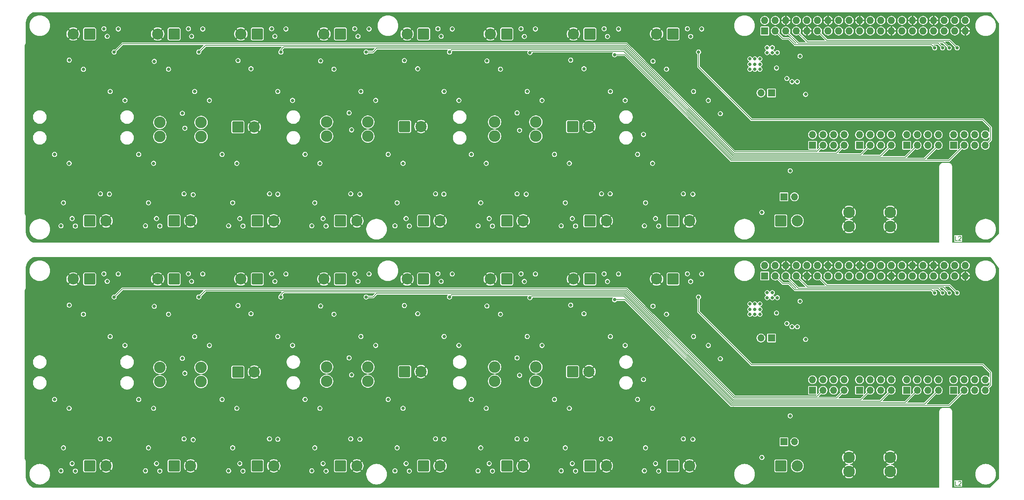
<source format=gbr>
%TF.GenerationSoftware,KiCad,Pcbnew,9.0.0+dfsg-1*%
%TF.CreationDate,2025-04-06T22:27:04+01:00*%
%TF.ProjectId,panel-16,70616e65-6c2d-4313-962e-6b696361645f,rev?*%
%TF.SameCoordinates,Original*%
%TF.FileFunction,Copper,L2,Inr*%
%TF.FilePolarity,Positive*%
%FSLAX46Y46*%
G04 Gerber Fmt 4.6, Leading zero omitted, Abs format (unit mm)*
G04 Created by KiCad (PCBNEW 9.0.0+dfsg-1) date 2025-04-06 22:27:04*
%MOMM*%
%LPD*%
G01*
G04 APERTURE LIST*
G04 Aperture macros list*
%AMRoundRect*
0 Rectangle with rounded corners*
0 $1 Rounding radius*
0 $2 $3 $4 $5 $6 $7 $8 $9 X,Y pos of 4 corners*
0 Add a 4 corners polygon primitive as box body*
4,1,4,$2,$3,$4,$5,$6,$7,$8,$9,$2,$3,0*
0 Add four circle primitives for the rounded corners*
1,1,$1+$1,$2,$3*
1,1,$1+$1,$4,$5*
1,1,$1+$1,$6,$7*
1,1,$1+$1,$8,$9*
0 Add four rect primitives between the rounded corners*
20,1,$1+$1,$2,$3,$4,$5,0*
20,1,$1+$1,$4,$5,$6,$7,0*
20,1,$1+$1,$6,$7,$8,$9,0*
20,1,$1+$1,$8,$9,$2,$3,0*%
G04 Aperture macros list end*
%ADD10C,0.150000*%
%TA.AperFunction,NonConductor*%
%ADD11C,0.150000*%
%TD*%
%TA.AperFunction,ComponentPad*%
%ADD12RoundRect,0.250001X-1.099999X-1.099999X1.099999X-1.099999X1.099999X1.099999X-1.099999X1.099999X0*%
%TD*%
%TA.AperFunction,ComponentPad*%
%ADD13C,2.700000*%
%TD*%
%TA.AperFunction,ComponentPad*%
%ADD14RoundRect,0.250001X1.099999X1.099999X-1.099999X1.099999X-1.099999X-1.099999X1.099999X-1.099999X0*%
%TD*%
%TA.AperFunction,ComponentPad*%
%ADD15R,1.727200X1.727200*%
%TD*%
%TA.AperFunction,ComponentPad*%
%ADD16O,1.727200X1.727200*%
%TD*%
%TA.AperFunction,ComponentPad*%
%ADD17R,1.700000X1.700000*%
%TD*%
%TA.AperFunction,ComponentPad*%
%ADD18O,1.700000X1.700000*%
%TD*%
%TA.AperFunction,HeatsinkPad*%
%ADD19C,0.600000*%
%TD*%
%TA.AperFunction,ComponentPad*%
%ADD20C,2.780000*%
%TD*%
%TA.AperFunction,ViaPad*%
%ADD21C,0.800000*%
%TD*%
%TA.AperFunction,Conductor*%
%ADD22C,0.200000*%
%TD*%
G04 APERTURE END LIST*
D10*
D11*
X255422683Y-83254819D02*
X254946493Y-83254819D01*
X254946493Y-83254819D02*
X254946493Y-82254819D01*
X255708398Y-82350057D02*
X255756017Y-82302438D01*
X255756017Y-82302438D02*
X255851255Y-82254819D01*
X255851255Y-82254819D02*
X256089350Y-82254819D01*
X256089350Y-82254819D02*
X256184588Y-82302438D01*
X256184588Y-82302438D02*
X256232207Y-82350057D01*
X256232207Y-82350057D02*
X256279826Y-82445295D01*
X256279826Y-82445295D02*
X256279826Y-82540533D01*
X256279826Y-82540533D02*
X256232207Y-82683390D01*
X256232207Y-82683390D02*
X255660779Y-83254819D01*
X255660779Y-83254819D02*
X256279826Y-83254819D01*
D10*
D11*
X255422683Y-142254819D02*
X254946493Y-142254819D01*
X254946493Y-142254819D02*
X254946493Y-141254819D01*
X255708398Y-141350057D02*
X255756017Y-141302438D01*
X255756017Y-141302438D02*
X255851255Y-141254819D01*
X255851255Y-141254819D02*
X256089350Y-141254819D01*
X256089350Y-141254819D02*
X256184588Y-141302438D01*
X256184588Y-141302438D02*
X256232207Y-141350057D01*
X256232207Y-141350057D02*
X256279826Y-141445295D01*
X256279826Y-141445295D02*
X256279826Y-141540533D01*
X256279826Y-141540533D02*
X256232207Y-141683390D01*
X256232207Y-141683390D02*
X255660779Y-142254819D01*
X255660779Y-142254819D02*
X256279826Y-142254819D01*
D12*
%TO.N,Board_0-/Output chain 1/OUTPUT+*%
%TO.C,J4*%
X46689350Y-78500000D03*
D13*
%TO.N,Board_0-GND*%
X50649350Y-78500000D03*
%TD*%
D14*
%TO.N,Board_0-/Output chain 12/OUTPUT+*%
%TO.C,J19*%
X147004344Y-33500000D03*
D13*
%TO.N,Board_0-GND*%
X143044344Y-33500000D03*
%TD*%
D15*
%TO.N,Board_0-unconnected-(J2-3.3V-Pad1)*%
%TO.C,J2*%
X209059350Y-32770000D03*
D16*
%TO.N,Board_0-PI_5V0*%
X209059350Y-30230000D03*
%TO.N,Board_0-/PI13_GPIO*%
X211599350Y-32770000D03*
%TO.N,Board_0-PI_5V0*%
X211599350Y-30230000D03*
%TO.N,Board_0-/PI14_GPIO*%
X214139350Y-32770000D03*
%TO.N,Board_0-GND*%
X214139350Y-30230000D03*
%TO.N,Board_0-/PI15_GPIO*%
X216679350Y-32770000D03*
%TO.N,Board_0-unconnected-(J2-TXO-Pad8)*%
X216679350Y-30230000D03*
%TO.N,Board_0-GND*%
X219219350Y-32770000D03*
%TO.N,Board_0-unconnected-(J2-RXI-Pad10)*%
X219219350Y-30230000D03*
%TO.N,Board_0-/PI16_GPIO*%
X221759350Y-32770000D03*
%TO.N,Board_0-unconnected-(J2-GP18#-Pad12)*%
X221759350Y-30230000D03*
%TO.N,Board_0-Net-(J2-GP27)*%
X224299350Y-32770000D03*
%TO.N,Board_0-GND*%
X224299350Y-30230000D03*
%TO.N,Board_0-Net-(J2-GP22)*%
X226839350Y-32770000D03*
%TO.N,Board_0-Net-(J2-GP23)*%
X226839350Y-30230000D03*
%TO.N,Board_0-unconnected-(J2-3.3V-Pad17)*%
X229379350Y-32770000D03*
%TO.N,Board_0-Net-(J2-GP24)*%
X229379350Y-30230000D03*
%TO.N,Board_0-unconnected-(J2-MOSI-Pad19)*%
X231919350Y-32770000D03*
%TO.N,Board_0-GND*%
X231919350Y-30230000D03*
%TO.N,Board_0-unconnected-(J2-MISO-Pad21)*%
X234459350Y-32770000D03*
%TO.N,Board_0-Net-(J2-GP25)*%
X234459350Y-30230000D03*
%TO.N,Board_0-Net-(J2-SCLK)*%
X236999350Y-32770000D03*
%TO.N,Board_0-Net-(J2-CE0)*%
X236999350Y-30230000D03*
%TO.N,Board_0-GND*%
X239539350Y-32770000D03*
%TO.N,Board_0-Net-(J2-CE1)*%
X239539350Y-30230000D03*
%TO.N,Board_0-unconnected-(J2-ID_SD-Pad27)*%
X242079350Y-32770000D03*
%TO.N,Board_0-unconnected-(J2-ID_SC-Pad28)*%
X242079350Y-30230000D03*
%TO.N,Board_0-Net-(J2-GP5)*%
X244619350Y-32770000D03*
%TO.N,Board_0-GND*%
X244619350Y-30230000D03*
%TO.N,Board_0-Net-(J2-GP6)*%
X247159350Y-32770000D03*
%TO.N,Board_0-Net-(J2-GP12)*%
X247159350Y-30230000D03*
%TO.N,Board_0-Net-(J2-GP13)*%
X249699350Y-32770000D03*
%TO.N,Board_0-GND*%
X249699350Y-30230000D03*
%TO.N,Board_0-unconnected-(J2-GP19-Pad35)*%
X252239350Y-32770000D03*
%TO.N,Board_0-unconnected-(J2-GP16-Pad36)*%
X252239350Y-30230000D03*
%TO.N,Board_0-unconnected-(J2-GP26-Pad37)*%
X254779350Y-32770000D03*
%TO.N,Board_0-unconnected-(J2-GP20-Pad38)*%
X254779350Y-30230000D03*
%TO.N,Board_0-GND*%
X257319350Y-32770000D03*
%TO.N,Board_0-unconnected-(J2-GP21-Pad40)*%
X257319350Y-30230000D03*
%TD*%
D14*
%TO.N,Board_1-/Output chain 2/OUTPUT+*%
%TO.C,J5*%
X46689350Y-92500000D03*
D13*
%TO.N,Board_1-GND*%
X42729350Y-92500000D03*
%TD*%
D12*
%TO.N,Board_0-/Output chain 11/OUTPUT+*%
%TO.C,J18*%
X147004344Y-78500000D03*
D13*
%TO.N,Board_0-GND*%
X150964344Y-78500000D03*
%TD*%
D12*
%TO.N,Board_1-Net-(J3-Pin_1)*%
%TO.C,J3*%
X82329350Y-114900000D03*
D13*
%TO.N,Board_1-GND*%
X86289350Y-114900000D03*
%TD*%
D12*
%TO.N,Board_1-/Output chain 7/OUTPUT+*%
%TO.C,J14*%
X107004344Y-137500000D03*
D13*
%TO.N,Board_1-GND*%
X110964344Y-137500000D03*
%TD*%
D17*
%TO.N,Board_0-MOSFET13*%
%TO.C,J29*%
X254489350Y-60300000D03*
D18*
%TO.N,Board_0-PI13*%
X254489350Y-57760000D03*
%TO.N,Board_0-MOSFET14*%
X257029350Y-60300000D03*
%TO.N,Board_0-PI14*%
X257029350Y-57760000D03*
%TO.N,Board_0-MOSFET15*%
X259569350Y-60300000D03*
%TO.N,Board_0-PI15*%
X259569350Y-57760000D03*
%TO.N,Board_0-MOSFET16*%
X262109350Y-60300000D03*
%TO.N,Board_0-PI16*%
X262109350Y-57760000D03*
%TD*%
D12*
%TO.N,Board_0-/Output chain 15/OUTPUT+*%
%TO.C,J22*%
X187004344Y-78500000D03*
D13*
%TO.N,Board_0-GND*%
X190964344Y-78500000D03*
%TD*%
D12*
%TO.N,Board_0-/Output chain 3/OUTPUT+*%
%TO.C,J7*%
X67004344Y-78500000D03*
D13*
%TO.N,Board_0-GND*%
X70964344Y-78500000D03*
%TD*%
D12*
%TO.N,Board_0-Net-(J10-Pin_1)*%
%TO.C,J10*%
X212929350Y-78500000D03*
D13*
%TO.N,Board_0-Net-(J10-Pin_2)*%
X216889350Y-78500000D03*
%TD*%
D19*
%TO.N,Board_1-GND*%
%TO.C,U1*%
X213689350Y-100600000D03*
X214989350Y-100600000D03*
X216289350Y-100600000D03*
X214989350Y-99300000D03*
X216289350Y-99300000D03*
%TD*%
D14*
%TO.N,Board_1-/Output chain 12/OUTPUT+*%
%TO.C,J19*%
X147004344Y-92500000D03*
D13*
%TO.N,Board_1-GND*%
X143044344Y-92500000D03*
%TD*%
D12*
%TO.N,Board_1-/Output chain 1/OUTPUT+*%
%TO.C,J4*%
X46689350Y-137500000D03*
D13*
%TO.N,Board_1-GND*%
X50649350Y-137500000D03*
%TD*%
D12*
%TO.N,Board_0-/Output chain 13/OUTPUT+*%
%TO.C,J20*%
X167004344Y-78500000D03*
D13*
%TO.N,Board_0-GND*%
X170964344Y-78500000D03*
%TD*%
D14*
%TO.N,Board_0-/Output chain 6/OUTPUT+*%
%TO.C,J13*%
X87004344Y-33500000D03*
D13*
%TO.N,Board_0-GND*%
X83044344Y-33500000D03*
%TD*%
D17*
%TO.N,Board_1-Net-(J10-Pin_1)*%
%TO.C,J11*%
X213679350Y-131700000D03*
D18*
%TO.N,Board_1-Net-(J10-Pin_2)*%
X216219350Y-131700000D03*
%TD*%
D12*
%TO.N,Board_1-/Output chain 5/OUTPUT+*%
%TO.C,J12*%
X87004344Y-137500000D03*
D13*
%TO.N,Board_1-GND*%
X90964344Y-137500000D03*
%TD*%
D17*
%TO.N,Board_0-MOSFET1*%
%TO.C,J6*%
X220569350Y-60300000D03*
D18*
%TO.N,Board_0-PI1*%
X220569350Y-57760000D03*
%TO.N,Board_0-MOSFET2*%
X223109350Y-60300000D03*
%TO.N,Board_0-PI2*%
X223109350Y-57760000D03*
%TO.N,Board_0-MOSFET3*%
X225649350Y-60300000D03*
%TO.N,Board_0-PI3*%
X225649350Y-57760000D03*
%TO.N,Board_0-MOSFET4*%
X228189350Y-60300000D03*
%TO.N,Board_0-PI4*%
X228189350Y-57760000D03*
%TD*%
D20*
%TO.N,Board_1-Net-(J3-Pin_1)*%
%TO.C,F1*%
X73489350Y-117200000D03*
X73489350Y-113800000D03*
%TO.N,Board_1-Net-(D1-K)*%
X63569350Y-117200000D03*
X63569350Y-113800000D03*
%TD*%
%TO.N,Board_0-GND*%
%TO.C,F20*%
X229329350Y-76450000D03*
X229329350Y-79850000D03*
X239249350Y-76450000D03*
X239249350Y-79850000D03*
%TD*%
D17*
%TO.N,Board_0-MOSFET9*%
%TO.C,J27*%
X243189350Y-60300000D03*
D18*
%TO.N,Board_0-PI9*%
X243189350Y-57760000D03*
%TO.N,Board_0-MOSFET10*%
X245729350Y-60300000D03*
%TO.N,Board_0-PI10*%
X245729350Y-57760000D03*
%TO.N,Board_0-MOSFET11*%
X248269350Y-60300000D03*
%TO.N,Board_0-PI11*%
X248269350Y-57760000D03*
%TO.N,Board_0-MOSFET12*%
X250809350Y-60300000D03*
%TO.N,Board_0-PI12*%
X250809350Y-57760000D03*
%TD*%
D14*
%TO.N,Board_0-/Output chain 14/OUTPUT+*%
%TO.C,J21*%
X167004344Y-33500000D03*
D13*
%TO.N,Board_0-GND*%
X163044344Y-33500000D03*
%TD*%
D14*
%TO.N,Board_1-/Output chain 6/OUTPUT+*%
%TO.C,J13*%
X87004344Y-92500000D03*
D13*
%TO.N,Board_1-GND*%
X83044344Y-92500000D03*
%TD*%
D20*
%TO.N,Board_0-Net-(J24-Pin_1)*%
%TO.C,F18*%
X113599350Y-58100000D03*
X113599350Y-54700000D03*
%TO.N,Board_0-Net-(D32-K)*%
X103679350Y-58100000D03*
X103679350Y-54700000D03*
%TD*%
D12*
%TO.N,Board_0-Net-(J24-Pin_1)*%
%TO.C,J24*%
X122439350Y-55800000D03*
D13*
%TO.N,Board_0-GND*%
X126399350Y-55800000D03*
%TD*%
D20*
%TO.N,Board_1-Net-(J24-Pin_1)*%
%TO.C,F18*%
X113599350Y-117100000D03*
X113599350Y-113700000D03*
%TO.N,Board_1-Net-(D32-K)*%
X103679350Y-117100000D03*
X103679350Y-113700000D03*
%TD*%
D17*
%TO.N,Board_0-MOSFET5*%
%TO.C,J25*%
X231849350Y-60300000D03*
D18*
%TO.N,Board_0-PI5*%
X231849350Y-57760000D03*
%TO.N,Board_0-MOSFET6*%
X234389350Y-60300000D03*
%TO.N,Board_0-PI6*%
X234389350Y-57760000D03*
%TO.N,Board_0-MOSFET7*%
X236929350Y-60300000D03*
%TO.N,Board_0-PI7*%
X236929350Y-57760000D03*
%TO.N,Board_0-MOSFET8*%
X239469350Y-60300000D03*
%TO.N,Board_0-PI8*%
X239469350Y-57760000D03*
%TD*%
D14*
%TO.N,Board_1-/Output chain 10/OUTPUT+*%
%TO.C,J17*%
X127004344Y-92500000D03*
D13*
%TO.N,Board_1-GND*%
X123044344Y-92500000D03*
%TD*%
D14*
%TO.N,Board_0-/Output chain 16/OUTPUT+*%
%TO.C,J23*%
X187004344Y-33500000D03*
D13*
%TO.N,Board_0-GND*%
X183044344Y-33500000D03*
%TD*%
D12*
%TO.N,Board_1-/Output chain 13/OUTPUT+*%
%TO.C,J20*%
X167004344Y-137500000D03*
D13*
%TO.N,Board_1-GND*%
X170964344Y-137500000D03*
%TD*%
D17*
%TO.N,Board_1-MOSFET13*%
%TO.C,J29*%
X254489350Y-119300000D03*
D18*
%TO.N,Board_1-PI13*%
X254489350Y-116760000D03*
%TO.N,Board_1-MOSFET14*%
X257029350Y-119300000D03*
%TO.N,Board_1-PI14*%
X257029350Y-116760000D03*
%TO.N,Board_1-MOSFET15*%
X259569350Y-119300000D03*
%TO.N,Board_1-PI15*%
X259569350Y-116760000D03*
%TO.N,Board_1-MOSFET16*%
X262109350Y-119300000D03*
%TO.N,Board_1-PI16*%
X262109350Y-116760000D03*
%TD*%
D12*
%TO.N,Board_1-/Output chain 3/OUTPUT+*%
%TO.C,J7*%
X67004344Y-137500000D03*
D13*
%TO.N,Board_1-GND*%
X70964344Y-137500000D03*
%TD*%
D20*
%TO.N,Board_1-GND*%
%TO.C,F20*%
X229329350Y-135450000D03*
X229329350Y-138850000D03*
X239249350Y-135450000D03*
X239249350Y-138850000D03*
%TD*%
D17*
%TO.N,Board_1-MOSFET5*%
%TO.C,J25*%
X231849350Y-119300000D03*
D18*
%TO.N,Board_1-PI5*%
X231849350Y-116760000D03*
%TO.N,Board_1-MOSFET6*%
X234389350Y-119300000D03*
%TO.N,Board_1-PI6*%
X234389350Y-116760000D03*
%TO.N,Board_1-MOSFET7*%
X236929350Y-119300000D03*
%TO.N,Board_1-PI7*%
X236929350Y-116760000D03*
%TO.N,Board_1-MOSFET8*%
X239469350Y-119300000D03*
%TO.N,Board_1-PI8*%
X239469350Y-116760000D03*
%TD*%
D14*
%TO.N,Board_0-/Output chain 8/OUTPUT+*%
%TO.C,J15*%
X107004344Y-33500000D03*
D13*
%TO.N,Board_0-GND*%
X103044344Y-33500000D03*
%TD*%
D12*
%TO.N,Board_1-/Output chain 11/OUTPUT+*%
%TO.C,J18*%
X147004344Y-137500000D03*
D13*
%TO.N,Board_1-GND*%
X150964344Y-137500000D03*
%TD*%
D12*
%TO.N,Board_0-Net-(J3-Pin_1)*%
%TO.C,J3*%
X82329350Y-55900000D03*
D13*
%TO.N,Board_0-GND*%
X86289350Y-55900000D03*
%TD*%
D14*
%TO.N,Board_1-/Output chain 14/OUTPUT+*%
%TO.C,J21*%
X167004344Y-92500000D03*
D13*
%TO.N,Board_1-GND*%
X163044344Y-92500000D03*
%TD*%
D17*
%TO.N,Board_1-MOSFET1*%
%TO.C,J6*%
X220569350Y-119300000D03*
D18*
%TO.N,Board_1-PI1*%
X220569350Y-116760000D03*
%TO.N,Board_1-MOSFET2*%
X223109350Y-119300000D03*
%TO.N,Board_1-PI2*%
X223109350Y-116760000D03*
%TO.N,Board_1-MOSFET3*%
X225649350Y-119300000D03*
%TO.N,Board_1-PI3*%
X225649350Y-116760000D03*
%TO.N,Board_1-MOSFET4*%
X228189350Y-119300000D03*
%TO.N,Board_1-PI4*%
X228189350Y-116760000D03*
%TD*%
D14*
%TO.N,Board_0-/Output chain 2/OUTPUT+*%
%TO.C,J5*%
X46689350Y-33500000D03*
D13*
%TO.N,Board_0-GND*%
X42729350Y-33500000D03*
%TD*%
D17*
%TO.N,Board_1-+5V*%
%TO.C,J9*%
X210689350Y-106700000D03*
D18*
%TO.N,Board_1-/PI_5V0_P*%
X208149350Y-106700000D03*
%TD*%
D14*
%TO.N,Board_1-/Output chain 8/OUTPUT+*%
%TO.C,J15*%
X107004344Y-92500000D03*
D13*
%TO.N,Board_1-GND*%
X103044344Y-92500000D03*
%TD*%
D12*
%TO.N,Board_0-/Output chain 5/OUTPUT+*%
%TO.C,J12*%
X87004344Y-78500000D03*
D13*
%TO.N,Board_0-GND*%
X90964344Y-78500000D03*
%TD*%
D12*
%TO.N,Board_0-Net-(J26-Pin_1)*%
%TO.C,J26*%
X162849350Y-55800000D03*
D13*
%TO.N,Board_0-GND*%
X166809350Y-55800000D03*
%TD*%
D12*
%TO.N,Board_0-/Output chain 7/OUTPUT+*%
%TO.C,J14*%
X107004344Y-78500000D03*
D13*
%TO.N,Board_0-GND*%
X110964344Y-78500000D03*
%TD*%
D12*
%TO.N,Board_1-Net-(J10-Pin_1)*%
%TO.C,J10*%
X212929350Y-137500000D03*
D13*
%TO.N,Board_1-Net-(J10-Pin_2)*%
X216889350Y-137500000D03*
%TD*%
D12*
%TO.N,Board_1-/Output chain 15/OUTPUT+*%
%TO.C,J22*%
X187004344Y-137500000D03*
D13*
%TO.N,Board_1-GND*%
X190964344Y-137500000D03*
%TD*%
D17*
%TO.N,Board_0-Net-(J10-Pin_1)*%
%TO.C,J11*%
X213679350Y-72700000D03*
D18*
%TO.N,Board_0-Net-(J10-Pin_2)*%
X216219350Y-72700000D03*
%TD*%
D14*
%TO.N,Board_0-/Output chain 4/OUTPUT+*%
%TO.C,J8*%
X67004344Y-33500000D03*
D13*
%TO.N,Board_0-GND*%
X63044344Y-33500000D03*
%TD*%
D12*
%TO.N,Board_1-Net-(J26-Pin_1)*%
%TO.C,J26*%
X162849350Y-114800000D03*
D13*
%TO.N,Board_1-GND*%
X166809350Y-114800000D03*
%TD*%
D20*
%TO.N,Board_0-Net-(J3-Pin_1)*%
%TO.C,F1*%
X73489350Y-58200000D03*
X73489350Y-54800000D03*
%TO.N,Board_0-Net-(D1-K)*%
X63569350Y-58200000D03*
X63569350Y-54800000D03*
%TD*%
D14*
%TO.N,Board_1-/Output chain 4/OUTPUT+*%
%TO.C,J8*%
X67004344Y-92500000D03*
D13*
%TO.N,Board_1-GND*%
X63044344Y-92500000D03*
%TD*%
D19*
%TO.N,Board_0-GND*%
%TO.C,U1*%
X213689350Y-41600000D03*
X214989350Y-41600000D03*
X216289350Y-41600000D03*
X214989350Y-40300000D03*
X216289350Y-40300000D03*
%TD*%
D17*
%TO.N,Board_0-+5V*%
%TO.C,J9*%
X210689350Y-47700000D03*
D18*
%TO.N,Board_0-/PI_5V0_P*%
X208149350Y-47700000D03*
%TD*%
D17*
%TO.N,Board_1-MOSFET9*%
%TO.C,J27*%
X243189350Y-119300000D03*
D18*
%TO.N,Board_1-PI9*%
X243189350Y-116760000D03*
%TO.N,Board_1-MOSFET10*%
X245729350Y-119300000D03*
%TO.N,Board_1-PI10*%
X245729350Y-116760000D03*
%TO.N,Board_1-MOSFET11*%
X248269350Y-119300000D03*
%TO.N,Board_1-PI11*%
X248269350Y-116760000D03*
%TO.N,Board_1-MOSFET12*%
X250809350Y-119300000D03*
%TO.N,Board_1-PI12*%
X250809350Y-116760000D03*
%TD*%
D12*
%TO.N,Board_1-/Output chain 9/OUTPUT+*%
%TO.C,J16*%
X127004344Y-137500000D03*
D13*
%TO.N,Board_1-GND*%
X130964344Y-137500000D03*
%TD*%
D14*
%TO.N,Board_1-/Output chain 16/OUTPUT+*%
%TO.C,J23*%
X187004344Y-92500000D03*
D13*
%TO.N,Board_1-GND*%
X183044344Y-92500000D03*
%TD*%
D12*
%TO.N,Board_1-Net-(J24-Pin_1)*%
%TO.C,J24*%
X122439350Y-114800000D03*
D13*
%TO.N,Board_1-GND*%
X126399350Y-114800000D03*
%TD*%
D14*
%TO.N,Board_0-/Output chain 10/OUTPUT+*%
%TO.C,J17*%
X127004344Y-33500000D03*
D13*
%TO.N,Board_0-GND*%
X123044344Y-33500000D03*
%TD*%
D15*
%TO.N,Board_1-unconnected-(J2-3.3V-Pad1)*%
%TO.C,J2*%
X209059350Y-91770000D03*
D16*
%TO.N,Board_1-PI_5V0*%
X209059350Y-89230000D03*
%TO.N,Board_1-/PI13_GPIO*%
X211599350Y-91770000D03*
%TO.N,Board_1-PI_5V0*%
X211599350Y-89230000D03*
%TO.N,Board_1-/PI14_GPIO*%
X214139350Y-91770000D03*
%TO.N,Board_1-GND*%
X214139350Y-89230000D03*
%TO.N,Board_1-/PI15_GPIO*%
X216679350Y-91770000D03*
%TO.N,Board_1-unconnected-(J2-TXO-Pad8)*%
X216679350Y-89230000D03*
%TO.N,Board_1-GND*%
X219219350Y-91770000D03*
%TO.N,Board_1-unconnected-(J2-RXI-Pad10)*%
X219219350Y-89230000D03*
%TO.N,Board_1-/PI16_GPIO*%
X221759350Y-91770000D03*
%TO.N,Board_1-unconnected-(J2-GP18#-Pad12)*%
X221759350Y-89230000D03*
%TO.N,Board_1-Net-(J2-GP27)*%
X224299350Y-91770000D03*
%TO.N,Board_1-GND*%
X224299350Y-89230000D03*
%TO.N,Board_1-Net-(J2-GP22)*%
X226839350Y-91770000D03*
%TO.N,Board_1-Net-(J2-GP23)*%
X226839350Y-89230000D03*
%TO.N,Board_1-unconnected-(J2-3.3V-Pad17)*%
X229379350Y-91770000D03*
%TO.N,Board_1-Net-(J2-GP24)*%
X229379350Y-89230000D03*
%TO.N,Board_1-unconnected-(J2-MOSI-Pad19)*%
X231919350Y-91770000D03*
%TO.N,Board_1-GND*%
X231919350Y-89230000D03*
%TO.N,Board_1-unconnected-(J2-MISO-Pad21)*%
X234459350Y-91770000D03*
%TO.N,Board_1-Net-(J2-GP25)*%
X234459350Y-89230000D03*
%TO.N,Board_1-Net-(J2-SCLK)*%
X236999350Y-91770000D03*
%TO.N,Board_1-Net-(J2-CE0)*%
X236999350Y-89230000D03*
%TO.N,Board_1-GND*%
X239539350Y-91770000D03*
%TO.N,Board_1-Net-(J2-CE1)*%
X239539350Y-89230000D03*
%TO.N,Board_1-unconnected-(J2-ID_SD-Pad27)*%
X242079350Y-91770000D03*
%TO.N,Board_1-unconnected-(J2-ID_SC-Pad28)*%
X242079350Y-89230000D03*
%TO.N,Board_1-Net-(J2-GP5)*%
X244619350Y-91770000D03*
%TO.N,Board_1-GND*%
X244619350Y-89230000D03*
%TO.N,Board_1-Net-(J2-GP6)*%
X247159350Y-91770000D03*
%TO.N,Board_1-Net-(J2-GP12)*%
X247159350Y-89230000D03*
%TO.N,Board_1-Net-(J2-GP13)*%
X249699350Y-91770000D03*
%TO.N,Board_1-GND*%
X249699350Y-89230000D03*
%TO.N,Board_1-unconnected-(J2-GP19-Pad35)*%
X252239350Y-91770000D03*
%TO.N,Board_1-unconnected-(J2-GP16-Pad36)*%
X252239350Y-89230000D03*
%TO.N,Board_1-unconnected-(J2-GP26-Pad37)*%
X254779350Y-91770000D03*
%TO.N,Board_1-unconnected-(J2-GP20-Pad38)*%
X254779350Y-89230000D03*
%TO.N,Board_1-GND*%
X257319350Y-91770000D03*
%TO.N,Board_1-unconnected-(J2-GP21-Pad40)*%
X257319350Y-89230000D03*
%TD*%
D12*
%TO.N,Board_0-/Output chain 9/OUTPUT+*%
%TO.C,J16*%
X127004344Y-78500000D03*
D13*
%TO.N,Board_0-GND*%
X130964344Y-78500000D03*
%TD*%
D20*
%TO.N,Board_0-Net-(J26-Pin_1)*%
%TO.C,F19*%
X154009350Y-58100000D03*
X154009350Y-54700000D03*
%TO.N,Board_0-Net-(D132-K)*%
X144089350Y-58100000D03*
X144089350Y-54700000D03*
%TD*%
%TO.N,Board_1-Net-(J26-Pin_1)*%
%TO.C,F19*%
X154009350Y-117100000D03*
X154009350Y-113700000D03*
%TO.N,Board_1-Net-(D132-K)*%
X144089350Y-117100000D03*
X144089350Y-113700000D03*
%TD*%
D21*
%TO.N,Board_0-+3V3*%
X71937224Y-47350000D03*
X41756470Y-64650000D03*
X162071464Y-64650000D03*
X51622230Y-47350000D03*
X91937224Y-47350000D03*
X111937224Y-47350000D03*
X102071464Y-64650000D03*
X171937224Y-47350000D03*
X151937224Y-47350000D03*
X82071464Y-64650000D03*
X131937224Y-47350000D03*
X191937224Y-47350000D03*
X218889350Y-48050000D03*
X182071464Y-64650000D03*
X62071464Y-64650000D03*
X122071464Y-64650000D03*
X215179350Y-66450000D03*
X142071464Y-64650000D03*
%TO.N,Board_0-+5V*%
X205489350Y-40800000D03*
X206689350Y-40800000D03*
X207889350Y-40800000D03*
X205489350Y-42000000D03*
X207889350Y-42000000D03*
X207889350Y-39500000D03*
X205489350Y-39500000D03*
X206689350Y-39500000D03*
X206689350Y-42000000D03*
%TO.N,Board_0-/BOOT*%
X211889350Y-41700000D03*
%TO.N,Board_0-/EN*%
X215614350Y-45000000D03*
%TO.N,Board_0-/Output chain 1/DRAIN*%
X51439350Y-72050000D03*
X42466856Y-77948747D03*
%TO.N,Board_0-/Output chain 10/DRAIN*%
X131239350Y-34075000D03*
X122389350Y-39900000D03*
%TO.N,Board_0-/Output chain 11/DRAIN*%
X151689350Y-72100000D03*
X142789350Y-77950000D03*
%TO.N,Board_0-/Output chain 12/DRAIN*%
X142239350Y-40000000D03*
X151239350Y-34100000D03*
%TO.N,Board_0-/Output chain 13/DRAIN*%
X162766856Y-77950000D03*
X171889350Y-72000000D03*
%TO.N,Board_0-/Output chain 14/DRAIN*%
X171239350Y-34100000D03*
X162389350Y-39800000D03*
%TO.N,Board_0-/Output chain 15/DRAIN*%
X182789350Y-77950000D03*
X191789350Y-72100000D03*
%TO.N,Board_0-/Output chain 16/DRAIN*%
X191239350Y-34100000D03*
X182189350Y-40050000D03*
%TO.N,Board_0-/Output chain 2/DRAIN*%
X41789350Y-39800000D03*
X50911844Y-34075000D03*
%TO.N,Board_0-/Output chain 3/DRAIN*%
X71589350Y-72200000D03*
X62766856Y-77948747D03*
%TO.N,Board_0-/Output chain 4/DRAIN*%
X71211844Y-34075000D03*
X62239350Y-40100000D03*
%TO.N,Board_0-/Output chain 5/DRAIN*%
X91939350Y-72100000D03*
X82816856Y-77948747D03*
%TO.N,Board_0-/Output chain 6/DRAIN*%
X91239350Y-34075000D03*
X82389350Y-39900000D03*
%TO.N,Board_0-/Output chain 7/DRAIN*%
X102816856Y-77948747D03*
X111689350Y-72100000D03*
%TO.N,Board_0-/Output chain 8/DRAIN*%
X102239350Y-40000000D03*
X111239350Y-34075000D03*
%TO.N,Board_0-/Output chain 9/DRAIN*%
X122789350Y-77950000D03*
X131889350Y-72050000D03*
%TO.N,Board_0-/PI13_GPIO*%
X249939350Y-36850000D03*
%TO.N,Board_0-/PI14_GPIO*%
X251839350Y-36850000D03*
%TO.N,Board_0-/PI15_GPIO*%
X253439350Y-36850000D03*
%TO.N,Board_0-/PI16_GPIO*%
X255339350Y-36850000D03*
%TO.N,Board_0-/SS*%
X216889350Y-45000002D03*
%TO.N,Board_0-/SW*%
X209639350Y-36799998D03*
X210889350Y-38000002D03*
X210889350Y-36800000D03*
X212089350Y-38000000D03*
X209639350Y-38000000D03*
%TO.N,Board_0-/VSENSE*%
X217539350Y-38850000D03*
%TO.N,Board_0-ENABLE*%
X178489350Y-62500000D03*
X55189350Y-49500000D03*
X138489350Y-62500000D03*
X115489350Y-49500000D03*
X195489350Y-49500000D03*
X135489350Y-49500000D03*
X155489350Y-49500000D03*
X175489350Y-49500000D03*
X95489350Y-49500000D03*
X158489350Y-62500000D03*
X38239350Y-62500000D03*
X78539350Y-62500000D03*
X58489350Y-62500000D03*
X98489350Y-62500000D03*
X75489350Y-49500000D03*
X118489350Y-62500000D03*
%TO.N,Board_0-GND*%
X101639350Y-62800000D03*
X201489350Y-71250000D03*
X84061844Y-71800000D03*
X200539350Y-53025000D03*
X34689350Y-75400000D03*
X264189350Y-69914285D03*
X60046844Y-39150000D03*
X124689350Y-39775000D03*
X80046844Y-39150000D03*
X44989350Y-82200000D03*
X202339350Y-59300000D03*
X56689350Y-29800000D03*
X192289350Y-82200000D03*
X131289350Y-82200000D03*
X247389350Y-41800000D03*
X219089350Y-46300000D03*
X46681850Y-29800000D03*
X144589350Y-39887500D03*
X212032824Y-44753401D03*
X34689350Y-47800000D03*
X129989350Y-40200000D03*
X215089350Y-51425000D03*
X152589350Y-48950000D03*
X104061844Y-71800000D03*
X172539350Y-48950000D03*
X62389350Y-29800000D03*
X34689350Y-69700000D03*
X48089350Y-48400000D03*
X184061844Y-71800000D03*
X105089350Y-82187500D03*
X100046844Y-39150000D03*
X148689350Y-29800000D03*
X34689350Y-64000000D03*
X71389350Y-82200000D03*
X145646428Y-63613056D03*
X189989350Y-40200000D03*
X208214350Y-52675000D03*
X192639350Y-48950000D03*
X218469350Y-40900000D03*
X52239350Y-49050000D03*
X243889350Y-41800000D03*
X72639350Y-49000000D03*
X141689350Y-62850000D03*
X108489350Y-48600000D03*
X202039350Y-51675000D03*
X209989350Y-51100000D03*
X185708461Y-63626320D03*
X132589350Y-48950000D03*
X67089350Y-59100000D03*
X97189350Y-29800000D03*
X34689350Y-36400000D03*
X108589350Y-69900000D03*
X65689350Y-63600000D03*
X217539350Y-66800000D03*
X229889350Y-41800000D03*
X104539350Y-39887500D03*
X107089350Y-59000000D03*
X147689350Y-59000000D03*
X173961844Y-72850000D03*
X89989350Y-40150000D03*
X161489350Y-62850000D03*
X226703636Y-82200000D03*
X142989350Y-29800000D03*
X113961844Y-72850000D03*
X248989350Y-82200000D03*
X197989350Y-82200000D03*
X68389350Y-48850000D03*
X153961844Y-72850000D03*
X128989350Y-69900000D03*
X168489350Y-48500000D03*
X211189350Y-71250000D03*
X151389350Y-82200000D03*
X50689350Y-82200000D03*
X136989350Y-82200000D03*
X221213345Y-37553673D03*
X89039350Y-69900000D03*
X102889350Y-29800000D03*
X96889350Y-82200000D03*
X200339350Y-31450000D03*
X157089350Y-82200000D03*
X128489350Y-48500000D03*
X206414350Y-59300000D03*
X125589350Y-82200000D03*
X44289350Y-39900000D03*
X177389350Y-29800000D03*
X137289350Y-29800000D03*
X120046844Y-39150000D03*
X264189350Y-42057143D03*
X243417921Y-82200000D03*
X215560779Y-82200000D03*
X168889350Y-69900000D03*
X122789350Y-29787500D03*
X221132207Y-82200000D03*
X200064350Y-42100000D03*
X181689350Y-62750000D03*
X145689350Y-82200000D03*
X68089350Y-29800000D03*
X240389350Y-41800000D03*
X105708461Y-63626320D03*
X148489350Y-48500000D03*
X61639350Y-62800000D03*
X218489350Y-51375000D03*
X64751850Y-39887500D03*
X92639350Y-49000000D03*
X232275064Y-82200000D03*
X233389350Y-44000000D03*
X180046844Y-39150000D03*
X140046844Y-39150000D03*
X193961844Y-72850000D03*
X41289350Y-62800000D03*
X236889350Y-41800000D03*
X48389350Y-69900000D03*
X73961844Y-72850000D03*
X148589350Y-69900000D03*
X188789350Y-29800000D03*
X93961844Y-72850000D03*
X64061844Y-71800000D03*
X160046844Y-39150000D03*
X219589350Y-49000000D03*
X264189350Y-64342857D03*
X69946844Y-40200000D03*
X43746850Y-71800000D03*
X108589350Y-29800000D03*
X184539350Y-39887500D03*
X201489350Y-64650000D03*
X171389350Y-82200000D03*
X218469350Y-43500000D03*
X258089350Y-82200000D03*
X254389350Y-41800000D03*
X128489350Y-29787500D03*
X81539350Y-62800000D03*
X157389350Y-29800000D03*
X165739566Y-63635374D03*
X39731850Y-39150000D03*
X56389350Y-82200000D03*
X215564350Y-59650000D03*
X264189350Y-58771428D03*
X183089350Y-29800000D03*
X91189350Y-82200000D03*
X40981850Y-29800000D03*
X186589350Y-82200000D03*
X144061844Y-71800000D03*
X109989350Y-40200000D03*
X85708461Y-63626320D03*
X84589350Y-39775000D03*
X49631850Y-40200000D03*
X163089350Y-29800000D03*
X264189350Y-75485714D03*
X124061844Y-71800000D03*
X213839648Y-48425500D03*
X250889350Y-41800000D03*
X53646850Y-72850000D03*
X264189350Y-47628571D03*
X65689350Y-82200000D03*
X34689350Y-42100000D03*
X177089350Y-82200000D03*
X264189350Y-36485714D03*
X83089350Y-29800000D03*
X169946844Y-40200000D03*
X165689350Y-82200000D03*
X209989350Y-82200000D03*
X188589350Y-69900000D03*
X214789350Y-36000000D03*
X68489350Y-69900000D03*
X264189350Y-53200000D03*
X149946844Y-40200000D03*
X88789350Y-29800000D03*
X125689350Y-63600000D03*
X164689350Y-39775000D03*
X112589350Y-48950000D03*
X77089350Y-82200000D03*
X110789350Y-82187500D03*
X45447814Y-63643467D03*
X77389350Y-29800000D03*
X121639350Y-62800000D03*
X164061844Y-71800000D03*
X237846493Y-82200000D03*
X168789350Y-29800000D03*
X85489350Y-82200000D03*
X88589350Y-48700000D03*
X133961844Y-72850000D03*
%TO.N,Board_0-MOSFET1*%
X40389350Y-74150000D03*
%TO.N,Board_0-MOSFET10*%
X133239350Y-37850000D03*
%TO.N,Board_0-MOSFET11*%
X140739350Y-74150000D03*
%TO.N,Board_0-MOSFET12*%
X152589350Y-38000000D03*
%TO.N,Board_0-MOSFET13*%
X161089350Y-74150000D03*
%TO.N,Board_0-MOSFET14*%
X172939350Y-38500000D03*
%TO.N,Board_0-MOSFET15*%
X180389350Y-74150000D03*
%TO.N,Board_0-MOSFET16*%
X193139350Y-37850000D03*
%TO.N,Board_0-MOSFET2*%
X52589350Y-37850000D03*
%TO.N,Board_0-MOSFET3*%
X60839350Y-74150000D03*
%TO.N,Board_0-MOSFET4*%
X72939350Y-37850000D03*
%TO.N,Board_0-MOSFET5*%
X81089350Y-74150000D03*
%TO.N,Board_0-MOSFET6*%
X92689350Y-37850000D03*
%TO.N,Board_0-MOSFET7*%
X100839350Y-74150000D03*
%TO.N,Board_0-MOSFET8*%
X113189350Y-37850000D03*
%TO.N,Board_0-MOSFET9*%
X120639350Y-74150000D03*
%TO.N,Board_0-Net-(D100-A)*%
X160111844Y-79700000D03*
%TO.N,Board_0-Net-(D104-A)*%
X163561844Y-79750000D03*
%TO.N,Board_0-Net-(D107-A)*%
X173896844Y-32300000D03*
%TO.N,Board_0-Net-(D111-A)*%
X170446844Y-32250000D03*
%TO.N,Board_0-Net-(D114-A)*%
X180111844Y-79700000D03*
%TO.N,Board_0-Net-(D118-A)*%
X183561844Y-79750000D03*
%TO.N,Board_0-Net-(D121-A)*%
X193896844Y-32300000D03*
%TO.N,Board_0-Net-(D125-A)*%
X190446844Y-32250000D03*
%TO.N,Board_0-Net-(D133-A)*%
X150089350Y-56700000D03*
X149489350Y-52500000D03*
%TO.N,Board_0-Net-(D19-A)*%
X63561844Y-79750000D03*
%TO.N,Board_0-Net-(D24-A)*%
X70446844Y-32250000D03*
%TO.N,Board_0-Net-(D29-A)*%
X39796850Y-79700000D03*
%TO.N,Board_0-Net-(D30-A)*%
X53581850Y-32300000D03*
%TO.N,Board_0-Net-(D31-A)*%
X60111844Y-79700000D03*
%TO.N,Board_0-Net-(D33-A)*%
X109689350Y-56600000D03*
X109089350Y-52500000D03*
%TO.N,Board_0-Net-(D37-A)*%
X73896844Y-32300000D03*
%TO.N,Board_0-Net-(D38-A)*%
X179891850Y-57700000D03*
%TO.N,Board_0-Net-(D4-A)*%
X43246850Y-79750000D03*
%TO.N,Board_0-Net-(D41-A)*%
X208379350Y-76475000D03*
%TO.N,Board_0-Net-(D42-A)*%
X80111844Y-79700000D03*
%TO.N,Board_0-Net-(D43-A)*%
X83561844Y-79750000D03*
%TO.N,Board_0-Net-(D5-A)*%
X50131850Y-32250000D03*
%TO.N,Board_0-Net-(D51-A)*%
X93896844Y-32300000D03*
%TO.N,Board_0-Net-(D55-A)*%
X90446844Y-32250000D03*
%TO.N,Board_0-Net-(D58-A)*%
X100111844Y-79700000D03*
%TO.N,Board_0-Net-(D6-A)*%
X68989350Y-52600000D03*
X69589350Y-56200000D03*
%TO.N,Board_0-Net-(D62-A)*%
X103561844Y-79750000D03*
%TO.N,Board_0-Net-(D65-A)*%
X113896844Y-32300000D03*
%TO.N,Board_0-Net-(D69-A)*%
X110446844Y-32250000D03*
%TO.N,Board_0-Net-(D72-A)*%
X120111844Y-79700000D03*
%TO.N,Board_0-Net-(D76-A)*%
X123561844Y-79750000D03*
%TO.N,Board_0-Net-(D79-A)*%
X133896844Y-32300000D03*
%TO.N,Board_0-Net-(D83-A)*%
X130446844Y-32250000D03*
%TO.N,Board_0-Net-(D86-A)*%
X140111844Y-79700000D03*
%TO.N,Board_0-Net-(D90-A)*%
X143561844Y-79750000D03*
%TO.N,Board_0-Net-(D93-A)*%
X153896844Y-32300000D03*
%TO.N,Board_0-Net-(D97-A)*%
X150446844Y-32250000D03*
%TO.N,Board_0-VCC*%
X105439350Y-41987500D03*
X49289350Y-72000000D03*
X85489350Y-41875000D03*
X145489350Y-41987500D03*
X149489350Y-72000000D03*
X189489350Y-72000000D03*
X89939350Y-72000000D03*
X109489350Y-72000000D03*
X65651850Y-41987500D03*
X169789350Y-72000000D03*
X185439350Y-41987500D03*
X214396286Y-44225500D03*
X165589350Y-41875000D03*
X69389350Y-72000000D03*
X125589350Y-41875000D03*
X198389350Y-52700000D03*
X129889350Y-72000000D03*
X45189350Y-42000000D03*
%TO.N,Board_1-+3V3*%
X191937224Y-106350000D03*
X51622230Y-106350000D03*
X41756470Y-123650000D03*
X182071464Y-123650000D03*
X142071464Y-123650000D03*
X215179350Y-125450000D03*
X71937224Y-106350000D03*
X162071464Y-123650000D03*
X151937224Y-106350000D03*
X111937224Y-106350000D03*
X218889350Y-107050000D03*
X171937224Y-106350000D03*
X102071464Y-123650000D03*
X62071464Y-123650000D03*
X91937224Y-106350000D03*
X131937224Y-106350000D03*
X122071464Y-123650000D03*
X82071464Y-123650000D03*
%TO.N,Board_1-+5V*%
X207889350Y-98500000D03*
X207889350Y-101000000D03*
X205489350Y-99800000D03*
X205489350Y-101000000D03*
X205489350Y-98500000D03*
X206689350Y-99800000D03*
X207889350Y-99800000D03*
X206689350Y-98500000D03*
X206689350Y-101000000D03*
%TO.N,Board_1-/BOOT*%
X211889350Y-100700000D03*
%TO.N,Board_1-/EN*%
X215614350Y-104000000D03*
%TO.N,Board_1-/Output chain 1/DRAIN*%
X42466856Y-136948747D03*
X51439350Y-131050000D03*
%TO.N,Board_1-/Output chain 10/DRAIN*%
X122389350Y-98900000D03*
X131239350Y-93075000D03*
%TO.N,Board_1-/Output chain 11/DRAIN*%
X151689350Y-131100000D03*
X142789350Y-136950000D03*
%TO.N,Board_1-/Output chain 12/DRAIN*%
X151239350Y-93100000D03*
X142239350Y-99000000D03*
%TO.N,Board_1-/Output chain 13/DRAIN*%
X171889350Y-131000000D03*
X162766856Y-136950000D03*
%TO.N,Board_1-/Output chain 14/DRAIN*%
X162389350Y-98800000D03*
X171239350Y-93100000D03*
%TO.N,Board_1-/Output chain 15/DRAIN*%
X191789350Y-131100000D03*
X182789350Y-136950000D03*
%TO.N,Board_1-/Output chain 16/DRAIN*%
X182189350Y-99050000D03*
X191239350Y-93100000D03*
%TO.N,Board_1-/Output chain 2/DRAIN*%
X41789350Y-98800000D03*
X50911844Y-93075000D03*
%TO.N,Board_1-/Output chain 3/DRAIN*%
X71589350Y-131200000D03*
X62766856Y-136948747D03*
%TO.N,Board_1-/Output chain 4/DRAIN*%
X62239350Y-99100000D03*
X71211844Y-93075000D03*
%TO.N,Board_1-/Output chain 5/DRAIN*%
X91939350Y-131100000D03*
X82816856Y-136948747D03*
%TO.N,Board_1-/Output chain 6/DRAIN*%
X82389350Y-98900000D03*
X91239350Y-93075000D03*
%TO.N,Board_1-/Output chain 7/DRAIN*%
X111689350Y-131100000D03*
X102816856Y-136948747D03*
%TO.N,Board_1-/Output chain 8/DRAIN*%
X111239350Y-93075000D03*
X102239350Y-99000000D03*
%TO.N,Board_1-/Output chain 9/DRAIN*%
X131889350Y-131050000D03*
X122789350Y-136950000D03*
%TO.N,Board_1-/PI13_GPIO*%
X249939350Y-95850000D03*
%TO.N,Board_1-/PI14_GPIO*%
X251839350Y-95850000D03*
%TO.N,Board_1-/PI15_GPIO*%
X253439350Y-95850000D03*
%TO.N,Board_1-/PI16_GPIO*%
X255339350Y-95850000D03*
%TO.N,Board_1-/SS*%
X216889350Y-104000002D03*
%TO.N,Board_1-/SW*%
X209639350Y-97000000D03*
X210889350Y-97000002D03*
X212089350Y-97000000D03*
X210889350Y-95800000D03*
X209639350Y-95799998D03*
%TO.N,Board_1-/VSENSE*%
X217539350Y-97850000D03*
%TO.N,Board_1-ENABLE*%
X78539350Y-121500000D03*
X38239350Y-121500000D03*
X155489350Y-108500000D03*
X55189350Y-108500000D03*
X175489350Y-108500000D03*
X58489350Y-121500000D03*
X138489350Y-121500000D03*
X178489350Y-121500000D03*
X118489350Y-121500000D03*
X135489350Y-108500000D03*
X95489350Y-108500000D03*
X98489350Y-121500000D03*
X158489350Y-121500000D03*
X195489350Y-108500000D03*
X75489350Y-108500000D03*
X115489350Y-108500000D03*
%TO.N,Board_1-GND*%
X243889350Y-100800000D03*
X218489350Y-110375000D03*
X173961844Y-131850000D03*
X105708461Y-122626320D03*
X181689350Y-121750000D03*
X209989350Y-141200000D03*
X77089350Y-141200000D03*
X152589350Y-107950000D03*
X72639350Y-108000000D03*
X169946844Y-99200000D03*
X160046844Y-98150000D03*
X85489350Y-141200000D03*
X157389350Y-88800000D03*
X65689350Y-122600000D03*
X142989350Y-88800000D03*
X97189350Y-88800000D03*
X236889350Y-100800000D03*
X34689350Y-123000000D03*
X218469350Y-99900000D03*
X73961844Y-131850000D03*
X171389350Y-141200000D03*
X60046844Y-98150000D03*
X157089350Y-141200000D03*
X264189350Y-134485714D03*
X56389350Y-141200000D03*
X164689350Y-98775000D03*
X49631850Y-99200000D03*
X211189350Y-130250000D03*
X193961844Y-131850000D03*
X206414350Y-118300000D03*
X229889350Y-100800000D03*
X168789350Y-88800000D03*
X65689350Y-141200000D03*
X50689350Y-141200000D03*
X56689350Y-88800000D03*
X68389350Y-107850000D03*
X145689350Y-141200000D03*
X128489350Y-107500000D03*
X93961844Y-131850000D03*
X200064350Y-101100000D03*
X48089350Y-107400000D03*
X185708461Y-122626320D03*
X96889350Y-141200000D03*
X200339350Y-90450000D03*
X44289350Y-98900000D03*
X240389350Y-100800000D03*
X92639350Y-108000000D03*
X88589350Y-107700000D03*
X209989350Y-110100000D03*
X264189350Y-123342857D03*
X34689350Y-106800000D03*
X84061844Y-130800000D03*
X100046844Y-98150000D03*
X151389350Y-141200000D03*
X215089350Y-110425000D03*
X91189350Y-141200000D03*
X62389350Y-88800000D03*
X217539350Y-125800000D03*
X149946844Y-99200000D03*
X202339350Y-118300000D03*
X264189350Y-117771428D03*
X247389350Y-100800000D03*
X168889350Y-128900000D03*
X264189350Y-128914285D03*
X221132207Y-141200000D03*
X124689350Y-98775000D03*
X180046844Y-98150000D03*
X183089350Y-88800000D03*
X254389350Y-100800000D03*
X264189350Y-106628571D03*
X201489350Y-130250000D03*
X218469350Y-102500000D03*
X213839648Y-107425500D03*
X226703636Y-141200000D03*
X104061844Y-130800000D03*
X85708461Y-122626320D03*
X107089350Y-118000000D03*
X83089350Y-88800000D03*
X61639350Y-121800000D03*
X128989350Y-128900000D03*
X219589350Y-108000000D03*
X122789350Y-88787500D03*
X144061844Y-130800000D03*
X201489350Y-123650000D03*
X264189350Y-112200000D03*
X68089350Y-88800000D03*
X258089350Y-141200000D03*
X248989350Y-141200000D03*
X165689350Y-141200000D03*
X109989350Y-99200000D03*
X177089350Y-141200000D03*
X136989350Y-141200000D03*
X147689350Y-118000000D03*
X124061844Y-130800000D03*
X120046844Y-98150000D03*
X243417921Y-141200000D03*
X197989350Y-141200000D03*
X237846493Y-141200000D03*
X212032824Y-103753401D03*
X172539350Y-107950000D03*
X192289350Y-141200000D03*
X145646428Y-122613056D03*
X133961844Y-131850000D03*
X129989350Y-99200000D03*
X250889350Y-100800000D03*
X189989350Y-99200000D03*
X215564350Y-118650000D03*
X34689350Y-101100000D03*
X264189350Y-101057143D03*
X64061844Y-130800000D03*
X45447814Y-122643467D03*
X105089350Y-141187500D03*
X104539350Y-98887500D03*
X264189350Y-95485714D03*
X41289350Y-121800000D03*
X88789350Y-88800000D03*
X108589350Y-128900000D03*
X208214350Y-111675000D03*
X108589350Y-88800000D03*
X215560779Y-141200000D03*
X48389350Y-128900000D03*
X148489350Y-107500000D03*
X77389350Y-88800000D03*
X165739566Y-122635374D03*
X153961844Y-131850000D03*
X113961844Y-131850000D03*
X39731850Y-98150000D03*
X186589350Y-141200000D03*
X112589350Y-107950000D03*
X164061844Y-130800000D03*
X68489350Y-128900000D03*
X144589350Y-98887500D03*
X34689350Y-134400000D03*
X125589350Y-141200000D03*
X80046844Y-98150000D03*
X64751850Y-98887500D03*
X221213345Y-96553673D03*
X132589350Y-107950000D03*
X161489350Y-121850000D03*
X219089350Y-105300000D03*
X34689350Y-95400000D03*
X141689350Y-121850000D03*
X89989350Y-99150000D03*
X232275064Y-141200000D03*
X71389350Y-141200000D03*
X40981850Y-88800000D03*
X163089350Y-88800000D03*
X101639350Y-121800000D03*
X53646850Y-131850000D03*
X200539350Y-112025000D03*
X110789350Y-141187500D03*
X168489350Y-107500000D03*
X177389350Y-88800000D03*
X102889350Y-88800000D03*
X184061844Y-130800000D03*
X121639350Y-121800000D03*
X108489350Y-107600000D03*
X34689350Y-128700000D03*
X46681850Y-88800000D03*
X192639350Y-107950000D03*
X188589350Y-128900000D03*
X148589350Y-128900000D03*
X43746850Y-130800000D03*
X84589350Y-98775000D03*
X44989350Y-141200000D03*
X148689350Y-88800000D03*
X188789350Y-88800000D03*
X131289350Y-141200000D03*
X140046844Y-98150000D03*
X89039350Y-128900000D03*
X214789350Y-95000000D03*
X233389350Y-103000000D03*
X67089350Y-118100000D03*
X184539350Y-98887500D03*
X52239350Y-108050000D03*
X202039350Y-110675000D03*
X81539350Y-121800000D03*
X69946844Y-99200000D03*
X137289350Y-88800000D03*
X125689350Y-122600000D03*
X128489350Y-88787500D03*
%TO.N,Board_1-MOSFET1*%
X40389350Y-133150000D03*
%TO.N,Board_1-MOSFET10*%
X133239350Y-96850000D03*
%TO.N,Board_1-MOSFET11*%
X140739350Y-133150000D03*
%TO.N,Board_1-MOSFET12*%
X152589350Y-97000000D03*
%TO.N,Board_1-MOSFET13*%
X161089350Y-133150000D03*
%TO.N,Board_1-MOSFET14*%
X172939350Y-97500000D03*
%TO.N,Board_1-MOSFET15*%
X180389350Y-133150000D03*
%TO.N,Board_1-MOSFET16*%
X193139350Y-96850000D03*
%TO.N,Board_1-MOSFET2*%
X52589350Y-96850000D03*
%TO.N,Board_1-MOSFET3*%
X60839350Y-133150000D03*
%TO.N,Board_1-MOSFET4*%
X72939350Y-96850000D03*
%TO.N,Board_1-MOSFET5*%
X81089350Y-133150000D03*
%TO.N,Board_1-MOSFET6*%
X92689350Y-96850000D03*
%TO.N,Board_1-MOSFET7*%
X100839350Y-133150000D03*
%TO.N,Board_1-MOSFET8*%
X113189350Y-96850000D03*
%TO.N,Board_1-MOSFET9*%
X120639350Y-133150000D03*
%TO.N,Board_1-Net-(D100-A)*%
X160111844Y-138700000D03*
%TO.N,Board_1-Net-(D104-A)*%
X163561844Y-138750000D03*
%TO.N,Board_1-Net-(D107-A)*%
X173896844Y-91300000D03*
%TO.N,Board_1-Net-(D111-A)*%
X170446844Y-91250000D03*
%TO.N,Board_1-Net-(D114-A)*%
X180111844Y-138700000D03*
%TO.N,Board_1-Net-(D118-A)*%
X183561844Y-138750000D03*
%TO.N,Board_1-Net-(D121-A)*%
X193896844Y-91300000D03*
%TO.N,Board_1-Net-(D125-A)*%
X190446844Y-91250000D03*
%TO.N,Board_1-Net-(D133-A)*%
X149489350Y-111500000D03*
X150089350Y-115700000D03*
%TO.N,Board_1-Net-(D19-A)*%
X63561844Y-138750000D03*
%TO.N,Board_1-Net-(D24-A)*%
X70446844Y-91250000D03*
%TO.N,Board_1-Net-(D29-A)*%
X39796850Y-138700000D03*
%TO.N,Board_1-Net-(D30-A)*%
X53581850Y-91300000D03*
%TO.N,Board_1-Net-(D31-A)*%
X60111844Y-138700000D03*
%TO.N,Board_1-Net-(D33-A)*%
X109089350Y-111500000D03*
X109689350Y-115600000D03*
%TO.N,Board_1-Net-(D37-A)*%
X73896844Y-91300000D03*
%TO.N,Board_1-Net-(D38-A)*%
X179891850Y-116700000D03*
%TO.N,Board_1-Net-(D4-A)*%
X43246850Y-138750000D03*
%TO.N,Board_1-Net-(D41-A)*%
X208379350Y-135475000D03*
%TO.N,Board_1-Net-(D42-A)*%
X80111844Y-138700000D03*
%TO.N,Board_1-Net-(D43-A)*%
X83561844Y-138750000D03*
%TO.N,Board_1-Net-(D5-A)*%
X50131850Y-91250000D03*
%TO.N,Board_1-Net-(D51-A)*%
X93896844Y-91300000D03*
%TO.N,Board_1-Net-(D55-A)*%
X90446844Y-91250000D03*
%TO.N,Board_1-Net-(D58-A)*%
X100111844Y-138700000D03*
%TO.N,Board_1-Net-(D6-A)*%
X68989350Y-111600000D03*
X69589350Y-115200000D03*
%TO.N,Board_1-Net-(D62-A)*%
X103561844Y-138750000D03*
%TO.N,Board_1-Net-(D65-A)*%
X113896844Y-91300000D03*
%TO.N,Board_1-Net-(D69-A)*%
X110446844Y-91250000D03*
%TO.N,Board_1-Net-(D72-A)*%
X120111844Y-138700000D03*
%TO.N,Board_1-Net-(D76-A)*%
X123561844Y-138750000D03*
%TO.N,Board_1-Net-(D79-A)*%
X133896844Y-91300000D03*
%TO.N,Board_1-Net-(D83-A)*%
X130446844Y-91250000D03*
%TO.N,Board_1-Net-(D86-A)*%
X140111844Y-138700000D03*
%TO.N,Board_1-Net-(D90-A)*%
X143561844Y-138750000D03*
%TO.N,Board_1-Net-(D93-A)*%
X153896844Y-91300000D03*
%TO.N,Board_1-Net-(D97-A)*%
X150446844Y-91250000D03*
%TO.N,Board_1-VCC*%
X49289350Y-131000000D03*
X198389350Y-111700000D03*
X129889350Y-131000000D03*
X45189350Y-101000000D03*
X145489350Y-100987500D03*
X125589350Y-100875000D03*
X105439350Y-100987500D03*
X214396286Y-103225500D03*
X189489350Y-131000000D03*
X65651850Y-100987500D03*
X185439350Y-100987500D03*
X109489350Y-131000000D03*
X85489350Y-100875000D03*
X165589350Y-100875000D03*
X169789350Y-131000000D03*
X89939350Y-131000000D03*
X149489350Y-131000000D03*
X69389350Y-131000000D03*
%TD*%
D22*
%TO.N,Board_0-/PI13_GPIO*%
X213429350Y-34600000D02*
X214839350Y-34600000D01*
X211599350Y-33560000D02*
X211599350Y-32770000D01*
X214839350Y-34600000D02*
X216339350Y-36100000D01*
X249939350Y-36850000D02*
X249189350Y-36100000D01*
X249189350Y-36100000D02*
X216689350Y-36100000D01*
X216339350Y-36100000D02*
X216689350Y-36100000D01*
X211599350Y-32770000D02*
X213429350Y-34600000D01*
%TO.N,Board_0-/PI14_GPIO*%
X250739350Y-35750000D02*
X217119350Y-35750000D01*
X217119350Y-35750000D02*
X214139350Y-32770000D01*
X251839350Y-36850000D02*
X250739350Y-35750000D01*
%TO.N,Board_0-/PI15_GPIO*%
X251989350Y-35400000D02*
X220239350Y-35400000D01*
X219309350Y-35400000D02*
X220239350Y-35400000D01*
X216679350Y-32770000D02*
X219309350Y-35400000D01*
X253439350Y-36850000D02*
X251989350Y-35400000D01*
%TO.N,Board_0-/PI16_GPIO*%
X255339350Y-36850000D02*
X253539350Y-35050000D01*
X253539350Y-35050000D02*
X224489350Y-35050000D01*
X221759350Y-32770000D02*
X224039350Y-35050000D01*
X224039350Y-35050000D02*
X224489350Y-35050000D01*
%TO.N,Board_0-MOSFET10*%
X245729350Y-60300000D02*
X242779350Y-63250000D01*
X175284324Y-37300000D02*
X133789350Y-37300000D01*
X133789350Y-37300000D02*
X133239350Y-37850000D01*
X242779350Y-63250000D02*
X201234324Y-63250000D01*
X201234324Y-63250000D02*
X175284324Y-37300000D01*
%TO.N,Board_0-MOSFET12*%
X201089350Y-63600000D02*
X247509350Y-63600000D01*
X152939350Y-37650000D02*
X175139350Y-37650000D01*
X152589350Y-38000000D02*
X152939350Y-37650000D01*
X175139350Y-37650000D02*
X201089350Y-63600000D01*
X247509350Y-63600000D02*
X250809350Y-60300000D01*
%TO.N,Board_0-MOSFET14*%
X175489350Y-38500000D02*
X172939350Y-38500000D01*
X257029350Y-60300000D02*
X253378350Y-63951000D01*
X253378350Y-63951000D02*
X200940350Y-63951000D01*
X200940350Y-63951000D02*
X175489350Y-38500000D01*
%TO.N,Board_0-MOSFET16*%
X205914350Y-54150000D02*
X193139350Y-41375000D01*
X262109350Y-60300000D02*
X263389350Y-59020000D01*
X261539350Y-54150000D02*
X205914350Y-54150000D01*
X193139350Y-41375000D02*
X193139350Y-37850000D01*
X263389350Y-56000000D02*
X261539350Y-54150000D01*
X263389350Y-59020000D02*
X263389350Y-56000000D01*
%TO.N,Board_0-MOSFET2*%
X175814220Y-35850000D02*
X54589350Y-35850000D01*
X54589350Y-35850000D02*
X52589350Y-37850000D01*
X221559350Y-61850000D02*
X201814220Y-61850000D01*
X201814220Y-61850000D02*
X175814220Y-35850000D01*
X223109350Y-60300000D02*
X221559350Y-61850000D01*
%TO.N,Board_0-MOSFET4*%
X228189350Y-60300000D02*
X226289350Y-62200000D01*
X175719246Y-36250000D02*
X74539350Y-36250000D01*
X226289350Y-62200000D02*
X201669246Y-62200000D01*
X74539350Y-36250000D02*
X72939350Y-37850000D01*
X201669246Y-62200000D02*
X175719246Y-36250000D01*
%TO.N,Board_0-MOSFET6*%
X201524272Y-62550000D02*
X175574272Y-36600000D01*
X232139350Y-62550000D02*
X201524272Y-62550000D01*
X93339350Y-36600000D02*
X92689350Y-37250000D01*
X92689350Y-37250000D02*
X92689350Y-37850000D01*
X234389350Y-60300000D02*
X232139350Y-62550000D01*
X175574272Y-36600000D02*
X93339350Y-36600000D01*
%TO.N,Board_0-MOSFET8*%
X236869350Y-62900000D02*
X201379298Y-62900000D01*
X115739349Y-36950001D02*
X114839350Y-37850000D01*
X175429298Y-36950000D02*
X115739349Y-36950001D01*
X239469350Y-60300000D02*
X236869350Y-62900000D01*
X114839350Y-37850000D02*
X113189350Y-37850000D01*
X201379298Y-62900000D02*
X175429298Y-36950000D01*
%TO.N,Board_1-/PI13_GPIO*%
X211599350Y-92560000D02*
X211599350Y-91770000D01*
X211599350Y-91770000D02*
X213429350Y-93600000D01*
X213429350Y-93600000D02*
X214839350Y-93600000D01*
X249939350Y-95850000D02*
X249189350Y-95100000D01*
X214839350Y-93600000D02*
X216339350Y-95100000D01*
X249189350Y-95100000D02*
X216689350Y-95100000D01*
X216339350Y-95100000D02*
X216689350Y-95100000D01*
%TO.N,Board_1-/PI14_GPIO*%
X250739350Y-94750000D02*
X217119350Y-94750000D01*
X217119350Y-94750000D02*
X214139350Y-91770000D01*
X251839350Y-95850000D02*
X250739350Y-94750000D01*
%TO.N,Board_1-/PI15_GPIO*%
X251989350Y-94400000D02*
X220239350Y-94400000D01*
X216679350Y-91770000D02*
X219309350Y-94400000D01*
X253439350Y-95850000D02*
X251989350Y-94400000D01*
X219309350Y-94400000D02*
X220239350Y-94400000D01*
%TO.N,Board_1-/PI16_GPIO*%
X255339350Y-95850000D02*
X253539350Y-94050000D01*
X253539350Y-94050000D02*
X224489350Y-94050000D01*
X224039350Y-94050000D02*
X224489350Y-94050000D01*
X221759350Y-91770000D02*
X224039350Y-94050000D01*
%TO.N,Board_1-MOSFET10*%
X133789350Y-96300000D02*
X133239350Y-96850000D01*
X201234324Y-122250000D02*
X175284324Y-96300000D01*
X245729350Y-119300000D02*
X242779350Y-122250000D01*
X175284324Y-96300000D02*
X133789350Y-96300000D01*
X242779350Y-122250000D02*
X201234324Y-122250000D01*
%TO.N,Board_1-MOSFET12*%
X152939350Y-96650000D02*
X175139350Y-96650000D01*
X247509350Y-122600000D02*
X250809350Y-119300000D01*
X175139350Y-96650000D02*
X201089350Y-122600000D01*
X201089350Y-122600000D02*
X247509350Y-122600000D01*
X152589350Y-97000000D02*
X152939350Y-96650000D01*
%TO.N,Board_1-MOSFET14*%
X200940350Y-122951000D02*
X175489350Y-97500000D01*
X175489350Y-97500000D02*
X172939350Y-97500000D01*
X257029350Y-119300000D02*
X253378350Y-122951000D01*
X253378350Y-122951000D02*
X200940350Y-122951000D01*
%TO.N,Board_1-MOSFET16*%
X263389350Y-118020000D02*
X263389350Y-115000000D01*
X263389350Y-115000000D02*
X261539350Y-113150000D01*
X193139350Y-100375000D02*
X193139350Y-96850000D01*
X262109350Y-119300000D02*
X263389350Y-118020000D01*
X261539350Y-113150000D02*
X205914350Y-113150000D01*
X205914350Y-113150000D02*
X193139350Y-100375000D01*
%TO.N,Board_1-MOSFET2*%
X201814220Y-120850000D02*
X175814220Y-94850000D01*
X54589350Y-94850000D02*
X52589350Y-96850000D01*
X221559350Y-120850000D02*
X201814220Y-120850000D01*
X175814220Y-94850000D02*
X54589350Y-94850000D01*
X223109350Y-119300000D02*
X221559350Y-120850000D01*
%TO.N,Board_1-MOSFET4*%
X74539350Y-95250000D02*
X72939350Y-96850000D01*
X226289350Y-121200000D02*
X201669246Y-121200000D01*
X228189350Y-119300000D02*
X226289350Y-121200000D01*
X201669246Y-121200000D02*
X175719246Y-95250000D01*
X175719246Y-95250000D02*
X74539350Y-95250000D01*
%TO.N,Board_1-MOSFET6*%
X175574272Y-95600000D02*
X93339350Y-95600000D01*
X93339350Y-95600000D02*
X92689350Y-96250000D01*
X201524272Y-121550000D02*
X175574272Y-95600000D01*
X232139350Y-121550000D02*
X201524272Y-121550000D01*
X92689350Y-96250000D02*
X92689350Y-96850000D01*
X234389350Y-119300000D02*
X232139350Y-121550000D01*
%TO.N,Board_1-MOSFET8*%
X239469350Y-119300000D02*
X236869350Y-121900000D01*
X114839350Y-96850000D02*
X113189350Y-96850000D01*
X115739349Y-95950001D02*
X114839350Y-96850000D01*
X236869350Y-121900000D02*
X201379298Y-121900000D01*
X175429298Y-95950000D02*
X115739349Y-95950001D01*
X201379298Y-121900000D02*
X175429298Y-95950000D01*
%TD*%
%TA.AperFunction,Conductor*%
%TO.N,Board_0-GND*%
G36*
X263453994Y-28271674D02*
G01*
X263461511Y-28280472D01*
X265406962Y-30955466D01*
X265425196Y-30980538D01*
X265439350Y-31024063D01*
X265439350Y-81469348D01*
X265417676Y-81521674D01*
X263211024Y-83728326D01*
X263158698Y-83750000D01*
X254254244Y-83750000D01*
X254241510Y-83744725D01*
X254227732Y-83745088D01*
X254216377Y-83734315D01*
X254201918Y-83728326D01*
X254186645Y-83706106D01*
X254178861Y-83688628D01*
X254178692Y-83688248D01*
X254177929Y-83686472D01*
X254174047Y-83677099D01*
X254172660Y-83673486D01*
X254171531Y-83670299D01*
X254169410Y-83664308D01*
X254169289Y-83663967D01*
X254168668Y-83662137D01*
X254160071Y-83635685D01*
X254159667Y-83634401D01*
X254157440Y-83627067D01*
X254156657Y-83624288D01*
X254154796Y-83617155D01*
X254154719Y-83616860D01*
X254154382Y-83615516D01*
X254153175Y-83610494D01*
X254152856Y-83609106D01*
X254151230Y-83601695D01*
X254150666Y-83598861D01*
X254149289Y-83591150D01*
X254149105Y-83590061D01*
X254144728Y-83562450D01*
X254144465Y-83560633D01*
X254143445Y-83552887D01*
X254143134Y-83550525D01*
X254142732Y-83546696D01*
X254142215Y-83540141D01*
X254141931Y-83536539D01*
X254141851Y-83535319D01*
X254665993Y-83535319D01*
X256561182Y-83535319D01*
X256561182Y-81973463D01*
X254665993Y-81973463D01*
X254665993Y-83535319D01*
X254141851Y-83535319D01*
X254141806Y-83534625D01*
X254140532Y-83510359D01*
X254140458Y-83508463D01*
X254139823Y-83484329D01*
X254139798Y-83482520D01*
X254139207Y-80360982D01*
X259713850Y-80360982D01*
X259713850Y-80639017D01*
X259744980Y-80915318D01*
X259806849Y-81186381D01*
X259806855Y-81186399D01*
X259898678Y-81448819D01*
X259979365Y-81616366D01*
X260019320Y-81699333D01*
X260167248Y-81934758D01*
X260340604Y-82152140D01*
X260537210Y-82348746D01*
X260754592Y-82522102D01*
X260990017Y-82670030D01*
X261193760Y-82768147D01*
X261240530Y-82790671D01*
X261476432Y-82873215D01*
X261502964Y-82882499D01*
X261774035Y-82944370D01*
X262050329Y-82975500D01*
X262050333Y-82975500D01*
X262328367Y-82975500D01*
X262328371Y-82975500D01*
X262604665Y-82944370D01*
X262875736Y-82882499D01*
X263035665Y-82826538D01*
X263138169Y-82790671D01*
X263138173Y-82790668D01*
X263138176Y-82790668D01*
X263388683Y-82670030D01*
X263624108Y-82522102D01*
X263841490Y-82348746D01*
X264038096Y-82152140D01*
X264211452Y-81934758D01*
X264359380Y-81699333D01*
X264480018Y-81448826D01*
X264480018Y-81448823D01*
X264480021Y-81448819D01*
X264535333Y-81290744D01*
X264571849Y-81186386D01*
X264633720Y-80915315D01*
X264664850Y-80639021D01*
X264664850Y-80360979D01*
X264633720Y-80084685D01*
X264571849Y-79813614D01*
X264526742Y-79684704D01*
X264480021Y-79551180D01*
X264440067Y-79468216D01*
X264359380Y-79300667D01*
X264211452Y-79065242D01*
X264038096Y-78847860D01*
X263841490Y-78651254D01*
X263624108Y-78477898D01*
X263388683Y-78329970D01*
X263362712Y-78317463D01*
X263138169Y-78209328D01*
X262875749Y-78117505D01*
X262875731Y-78117499D01*
X262604668Y-78055630D01*
X262486253Y-78042288D01*
X262328371Y-78024500D01*
X262050329Y-78024500D01*
X261912182Y-78040065D01*
X261774031Y-78055630D01*
X261502968Y-78117499D01*
X261502950Y-78117505D01*
X261240530Y-78209328D01*
X260990018Y-78329969D01*
X260754591Y-78477898D01*
X260537206Y-78651257D01*
X260340607Y-78847856D01*
X260167248Y-79065241D01*
X260019319Y-79300668D01*
X259898678Y-79551180D01*
X259806855Y-79813600D01*
X259806849Y-79813618D01*
X259744980Y-80084681D01*
X259739554Y-80132842D01*
X259714083Y-80358917D01*
X259713850Y-80360982D01*
X254139207Y-80360982D01*
X254136391Y-65499022D01*
X254136396Y-65499017D01*
X254136391Y-65498816D01*
X254136391Y-65498615D01*
X254136391Y-65497910D01*
X254136391Y-65486471D01*
X254136044Y-65484834D01*
X254135497Y-65462737D01*
X254135189Y-65449969D01*
X254135192Y-65449967D01*
X254135187Y-65449914D01*
X254135140Y-65447931D01*
X254135146Y-65447915D01*
X254135133Y-65447650D01*
X254134965Y-65439437D01*
X254134187Y-65436394D01*
X254132499Y-65413551D01*
X254131575Y-65401059D01*
X254131585Y-65401048D01*
X254131559Y-65400838D01*
X254131546Y-65400661D01*
X254131426Y-65399035D01*
X254131426Y-65399034D01*
X254131422Y-65398993D01*
X254130842Y-65391101D01*
X254130011Y-65388308D01*
X254127188Y-65365458D01*
X254125574Y-65352372D01*
X254125581Y-65352364D01*
X254125554Y-65352211D01*
X254125326Y-65350360D01*
X254125326Y-65350356D01*
X254125318Y-65350296D01*
X254124274Y-65341779D01*
X254123253Y-65338966D01*
X254118784Y-65313232D01*
X254117189Y-65304042D01*
X254117196Y-65304034D01*
X254117161Y-65303883D01*
X254116844Y-65302051D01*
X254116845Y-65302043D01*
X254116824Y-65301934D01*
X254115536Y-65294441D01*
X254114421Y-65291688D01*
X254109555Y-65270035D01*
X254109549Y-65270011D01*
X254106445Y-65256179D01*
X254106450Y-65256173D01*
X254106419Y-65256065D01*
X254106000Y-65254194D01*
X254106002Y-65254180D01*
X254105958Y-65254004D01*
X254104323Y-65246630D01*
X254103047Y-65243885D01*
X254103014Y-65243765D01*
X254093363Y-65208910D01*
X254093370Y-65208898D01*
X254093310Y-65208716D01*
X254093257Y-65208525D01*
X254093255Y-65208524D01*
X254092830Y-65206987D01*
X254090751Y-65199497D01*
X254089425Y-65196964D01*
X254077978Y-65162332D01*
X254077984Y-65162320D01*
X254077914Y-65162138D01*
X254077853Y-65161954D01*
X254077850Y-65161952D01*
X254077346Y-65160427D01*
X254077346Y-65160426D01*
X254074847Y-65152890D01*
X254073395Y-65150430D01*
X254063902Y-65125832D01*
X254060327Y-65116566D01*
X254060333Y-65116555D01*
X254060260Y-65116391D01*
X254059603Y-65114687D01*
X254056506Y-65106663D01*
X254054864Y-65104223D01*
X254045833Y-65083855D01*
X254040454Y-65071719D01*
X254040458Y-65071709D01*
X254040391Y-65071577D01*
X254039629Y-65069857D01*
X254039628Y-65069849D01*
X254039577Y-65069740D01*
X254036297Y-65062305D01*
X254034506Y-65059889D01*
X254024792Y-65040599D01*
X254024780Y-65040574D01*
X254018403Y-65027899D01*
X254018406Y-65027892D01*
X254018351Y-65027796D01*
X254017492Y-65026088D01*
X254017491Y-65026076D01*
X254017408Y-65025921D01*
X254014218Y-65019540D01*
X254012349Y-65017204D01*
X253994831Y-64986289D01*
X253994227Y-64985223D01*
X253994231Y-64985211D01*
X253994129Y-64985050D01*
X253994031Y-64984877D01*
X253993235Y-64983472D01*
X253993229Y-64983462D01*
X253989025Y-64976040D01*
X253987041Y-64973862D01*
X253975433Y-64955535D01*
X253975433Y-64955534D01*
X253967988Y-64943781D01*
X253967991Y-64943769D01*
X253967884Y-64943617D01*
X253967775Y-64943445D01*
X253967774Y-64943444D01*
X253966941Y-64942129D01*
X253966923Y-64942102D01*
X253962799Y-64935595D01*
X253960791Y-64933546D01*
X253947467Y-64914633D01*
X253944831Y-64910891D01*
X253939748Y-64903672D01*
X253939750Y-64903662D01*
X253939658Y-64903545D01*
X253938586Y-64902022D01*
X253938584Y-64902015D01*
X253938521Y-64901930D01*
X253934100Y-64895632D01*
X253931913Y-64893622D01*
X253918279Y-64876155D01*
X253918275Y-64876150D01*
X253909573Y-64865000D01*
X253909575Y-64864988D01*
X253909459Y-64864854D01*
X253908330Y-64863407D01*
X253908329Y-64863403D01*
X253908295Y-64863362D01*
X253903327Y-64856987D01*
X253901049Y-64855107D01*
X253877537Y-64827858D01*
X253877538Y-64827843D01*
X253877394Y-64827691D01*
X253877276Y-64827555D01*
X253877270Y-64827554D01*
X253876216Y-64826333D01*
X253870582Y-64819840D01*
X253868332Y-64818175D01*
X253843719Y-64792328D01*
X253843719Y-64792314D01*
X253843578Y-64792179D01*
X253843443Y-64792038D01*
X253843437Y-64792037D01*
X253842336Y-64790881D01*
X253836942Y-64785248D01*
X253834658Y-64783689D01*
X253817558Y-64767412D01*
X253808197Y-64758501D01*
X253808196Y-64758487D01*
X253808049Y-64758360D01*
X253807907Y-64758225D01*
X253807905Y-64758225D01*
X253806740Y-64757116D01*
X253800954Y-64751616D01*
X253798499Y-64750124D01*
X253776979Y-64731564D01*
X253771057Y-64726455D01*
X253771057Y-64726443D01*
X253770915Y-64726333D01*
X253769526Y-64725134D01*
X253769524Y-64725130D01*
X253769486Y-64725099D01*
X253763329Y-64719780D01*
X253760723Y-64718380D01*
X253740124Y-64702306D01*
X253732391Y-64696271D01*
X253732390Y-64696261D01*
X253732271Y-64696177D01*
X253730806Y-64695034D01*
X253730804Y-64695030D01*
X253730756Y-64694995D01*
X253725105Y-64690577D01*
X253722499Y-64689295D01*
X253702962Y-64675537D01*
X253702962Y-64675536D01*
X253692292Y-64668023D01*
X253692290Y-64668010D01*
X253692130Y-64667908D01*
X253690638Y-64666858D01*
X253690637Y-64666857D01*
X253684231Y-64662348D01*
X253681569Y-64661222D01*
X253662389Y-64649079D01*
X253662376Y-64649070D01*
X253650851Y-64641770D01*
X253650850Y-64641762D01*
X253650744Y-64641702D01*
X253649135Y-64640683D01*
X253649131Y-64640678D01*
X253649054Y-64640632D01*
X253642521Y-64636482D01*
X253639730Y-64635464D01*
X253619753Y-64624149D01*
X253608178Y-64617593D01*
X253608174Y-64617580D01*
X253608002Y-64617493D01*
X253607830Y-64617396D01*
X253607825Y-64617396D01*
X253606443Y-64616614D01*
X253599947Y-64612950D01*
X253597300Y-64612106D01*
X253576612Y-64601694D01*
X253576598Y-64601687D01*
X253564364Y-64595526D01*
X253564362Y-64595519D01*
X253564259Y-64595473D01*
X253562562Y-64594619D01*
X253562558Y-64594614D01*
X253562464Y-64594570D01*
X253556123Y-64591365D01*
X253553286Y-64590609D01*
X253531011Y-64580736D01*
X253531008Y-64580735D01*
X253519527Y-64575645D01*
X253519522Y-64575634D01*
X253519359Y-64575571D01*
X253517678Y-64574826D01*
X253517676Y-64574824D01*
X253517654Y-64574815D01*
X253511203Y-64571952D01*
X253508401Y-64571344D01*
X253486354Y-64562841D01*
X253486352Y-64562840D01*
X253473763Y-64557983D01*
X253473759Y-64557973D01*
X253473602Y-64557921D01*
X253471870Y-64557253D01*
X253471869Y-64557252D01*
X253471840Y-64557242D01*
X253464944Y-64554578D01*
X253462086Y-64554117D01*
X253439196Y-64546556D01*
X253437619Y-64546035D01*
X253427191Y-64542591D01*
X253427184Y-64542579D01*
X253426993Y-64542526D01*
X253426811Y-64542466D01*
X253426809Y-64542466D01*
X253425271Y-64541959D01*
X253425269Y-64541958D01*
X253417863Y-64539516D01*
X253415022Y-64539212D01*
X253392359Y-64532941D01*
X253392359Y-64532942D01*
X253390919Y-64532544D01*
X253379918Y-64529500D01*
X253379911Y-64529489D01*
X253379727Y-64529447D01*
X253379533Y-64529394D01*
X253379528Y-64529396D01*
X253378231Y-64529038D01*
X253378224Y-64529037D01*
X253370065Y-64526807D01*
X253367312Y-64526660D01*
X253350848Y-64522963D01*
X253344385Y-64521512D01*
X253344385Y-64521511D01*
X253341670Y-64520902D01*
X253332061Y-64518745D01*
X253332053Y-64518734D01*
X253331861Y-64518700D01*
X253331671Y-64518658D01*
X253331666Y-64518660D01*
X253330214Y-64518335D01*
X253322955Y-64516731D01*
X253320251Y-64516685D01*
X253297113Y-64512671D01*
X253297113Y-64512670D01*
X253293508Y-64512046D01*
X253283732Y-64510350D01*
X253283724Y-64510339D01*
X253283528Y-64510314D01*
X253283339Y-64510282D01*
X253283333Y-64510285D01*
X253281951Y-64510046D01*
X253273688Y-64508647D01*
X253270973Y-64508766D01*
X253265171Y-64508050D01*
X253245329Y-64505603D01*
X253235048Y-64504334D01*
X253235041Y-64504326D01*
X253234889Y-64504314D01*
X253233059Y-64504089D01*
X253233057Y-64504088D01*
X253233034Y-64504086D01*
X253225787Y-64503189D01*
X253222914Y-64503430D01*
X253199502Y-64501704D01*
X253199502Y-64501703D01*
X253191361Y-64501103D01*
X253186132Y-64500718D01*
X253186123Y-64500708D01*
X253185926Y-64500703D01*
X253185734Y-64500689D01*
X253185733Y-64500689D01*
X253184125Y-64500571D01*
X253184124Y-64500570D01*
X253176184Y-64499992D01*
X253173350Y-64500394D01*
X253150869Y-64499842D01*
X253150869Y-64499841D01*
X253141937Y-64499623D01*
X253137090Y-64499504D01*
X253137086Y-64499500D01*
X253136897Y-64499500D01*
X253135996Y-64499478D01*
X253135991Y-64499478D01*
X253124055Y-64499185D01*
X253122422Y-64499500D01*
X252039085Y-64499500D01*
X252039080Y-64499495D01*
X252038876Y-64499500D01*
X252028591Y-64499500D01*
X252027002Y-64499790D01*
X252003325Y-64500371D01*
X251990041Y-64500698D01*
X251990031Y-64500689D01*
X251989838Y-64500703D01*
X251989642Y-64500708D01*
X251989640Y-64500709D01*
X251988041Y-64500749D01*
X251988040Y-64500748D01*
X251980030Y-64500953D01*
X251977261Y-64501629D01*
X251953703Y-64503366D01*
X251953704Y-64503367D01*
X251951661Y-64503518D01*
X251941125Y-64504296D01*
X251941113Y-64504287D01*
X251940903Y-64504312D01*
X251940725Y-64504326D01*
X251940718Y-64504332D01*
X251939307Y-64504437D01*
X251931781Y-64505029D01*
X251929255Y-64505748D01*
X251905567Y-64508668D01*
X251905568Y-64508669D01*
X251902837Y-64509006D01*
X251892440Y-64510289D01*
X251892429Y-64510281D01*
X251892241Y-64510313D01*
X251892043Y-64510338D01*
X251892039Y-64510341D01*
X251890470Y-64510536D01*
X251882358Y-64511560D01*
X251879743Y-64512481D01*
X251856174Y-64516570D01*
X251856173Y-64516569D01*
X251852180Y-64517263D01*
X251844110Y-64518664D01*
X251844098Y-64518657D01*
X251843907Y-64518699D01*
X251843716Y-64518733D01*
X251843712Y-64518737D01*
X251842352Y-64518974D01*
X251834887Y-64520304D01*
X251832417Y-64521278D01*
X251808556Y-64526635D01*
X251808555Y-64526634D01*
X251804578Y-64527528D01*
X251796247Y-64529399D01*
X251796236Y-64529393D01*
X251796060Y-64529441D01*
X251795858Y-64529487D01*
X251795855Y-64529490D01*
X251794330Y-64529834D01*
X251787320Y-64531430D01*
X251784848Y-64532542D01*
X251761349Y-64539045D01*
X251761348Y-64539044D01*
X251757157Y-64540204D01*
X251748971Y-64542470D01*
X251748959Y-64542464D01*
X251748776Y-64542524D01*
X251748586Y-64542577D01*
X251748584Y-64542579D01*
X251747049Y-64543005D01*
X251747047Y-64543004D01*
X251740093Y-64544945D01*
X251737640Y-64546201D01*
X251713768Y-64554085D01*
X251713769Y-64554086D01*
X251711152Y-64554951D01*
X251702392Y-64557845D01*
X251702379Y-64557840D01*
X251702196Y-64557910D01*
X251702013Y-64557971D01*
X251702011Y-64557974D01*
X251700506Y-64558472D01*
X251700505Y-64558471D01*
X251693426Y-64560832D01*
X251691060Y-64562203D01*
X251668652Y-64570845D01*
X251668653Y-64570846D01*
X251666186Y-64571798D01*
X251656624Y-64575486D01*
X251656611Y-64575481D01*
X251656434Y-64575559D01*
X251656251Y-64575630D01*
X251656249Y-64575632D01*
X251654770Y-64576204D01*
X251647068Y-64579192D01*
X251644717Y-64580752D01*
X251622834Y-64590449D01*
X251622835Y-64590450D01*
X251621405Y-64591083D01*
X251611777Y-64595351D01*
X251611763Y-64595347D01*
X251611580Y-64595439D01*
X251611411Y-64595514D01*
X251611410Y-64595514D01*
X251609934Y-64596169D01*
X251609932Y-64596169D01*
X251602684Y-64599385D01*
X251600366Y-64601081D01*
X251578753Y-64611957D01*
X251578754Y-64611958D01*
X251576784Y-64612950D01*
X251567956Y-64617393D01*
X251567943Y-64617390D01*
X251567778Y-64617483D01*
X251567600Y-64617573D01*
X251567599Y-64617574D01*
X251566252Y-64618253D01*
X251559347Y-64621745D01*
X251557170Y-64623490D01*
X251535595Y-64635708D01*
X251535596Y-64635709D01*
X251533203Y-64637065D01*
X251525271Y-64641558D01*
X251525259Y-64641556D01*
X251525105Y-64641653D01*
X251524924Y-64641756D01*
X251524923Y-64641758D01*
X251523659Y-64642475D01*
X251523661Y-64642475D01*
X251517269Y-64646111D01*
X251515193Y-64647928D01*
X251494207Y-64661214D01*
X251494206Y-64661213D01*
X251483823Y-64667787D01*
X251483810Y-64667786D01*
X251483665Y-64667887D01*
X251482149Y-64668848D01*
X251482130Y-64668861D01*
X251476204Y-64672615D01*
X251474172Y-64674570D01*
X251453548Y-64689092D01*
X251453549Y-64689093D01*
X251452623Y-64689745D01*
X251443713Y-64696020D01*
X251443699Y-64696019D01*
X251443546Y-64696137D01*
X251443386Y-64696251D01*
X251443384Y-64696258D01*
X251442221Y-64697079D01*
X251435534Y-64701844D01*
X251433751Y-64703778D01*
X251415186Y-64718262D01*
X251415187Y-64718263D01*
X251410992Y-64721538D01*
X251405034Y-64726187D01*
X251405020Y-64726186D01*
X251404872Y-64726313D01*
X251404719Y-64726433D01*
X251404718Y-64726436D01*
X251403593Y-64727315D01*
X251403586Y-64727321D01*
X251397002Y-64732485D01*
X251395221Y-64734636D01*
X251377326Y-64750070D01*
X251377325Y-64750069D01*
X251375533Y-64751616D01*
X251367884Y-64758213D01*
X251367870Y-64758213D01*
X251367727Y-64758348D01*
X251367581Y-64758475D01*
X251367580Y-64758480D01*
X251366610Y-64759318D01*
X251360768Y-64764400D01*
X251359147Y-64766514D01*
X251341065Y-64783724D01*
X251341066Y-64783725D01*
X251339862Y-64784871D01*
X251332347Y-64792025D01*
X251332333Y-64792026D01*
X251332198Y-64792167D01*
X251332058Y-64792301D01*
X251332057Y-64792304D01*
X251330970Y-64793341D01*
X251325322Y-64798746D01*
X251323765Y-64801022D01*
X251298513Y-64827539D01*
X251298500Y-64827540D01*
X251298381Y-64827677D01*
X251298238Y-64827828D01*
X251298238Y-64827832D01*
X251297171Y-64828954D01*
X251291549Y-64834890D01*
X251290107Y-64837265D01*
X251266463Y-64864669D01*
X251266449Y-64864671D01*
X251266328Y-64864825D01*
X251266202Y-64864972D01*
X251266202Y-64864976D01*
X251265205Y-64866133D01*
X251259587Y-64872688D01*
X251258280Y-64875134D01*
X251244347Y-64892983D01*
X251236272Y-64903328D01*
X251236259Y-64903331D01*
X251236154Y-64903479D01*
X251236026Y-64903644D01*
X251236026Y-64903648D01*
X251235179Y-64904735D01*
X251230403Y-64910891D01*
X251229202Y-64913346D01*
X251214584Y-64934094D01*
X251212879Y-64936515D01*
X251208014Y-64943421D01*
X251208001Y-64943425D01*
X251207898Y-64943587D01*
X251207785Y-64943748D01*
X251207785Y-64943750D01*
X251206927Y-64944969D01*
X251202290Y-64951576D01*
X251201194Y-64954169D01*
X251188595Y-64974060D01*
X251188594Y-64974059D01*
X251186430Y-64977478D01*
X251181759Y-64984853D01*
X251181745Y-64984857D01*
X251181646Y-64985030D01*
X251181545Y-64985191D01*
X251181546Y-64985196D01*
X251180855Y-64986289D01*
X251176024Y-64993991D01*
X251175111Y-64996562D01*
X251163476Y-65017090D01*
X251163477Y-65017091D01*
X251163415Y-65017201D01*
X251157566Y-65027523D01*
X251157553Y-65027528D01*
X251157462Y-65027708D01*
X251157370Y-65027871D01*
X251157370Y-65027873D01*
X251156579Y-65029271D01*
X251152784Y-65035994D01*
X251151943Y-65038665D01*
X251141073Y-65060251D01*
X251139327Y-65063719D01*
X251135496Y-65071328D01*
X251135484Y-65071333D01*
X251135408Y-65071503D01*
X251135317Y-65071685D01*
X251135317Y-65071686D01*
X251134616Y-65073081D01*
X251131096Y-65080123D01*
X251130401Y-65082792D01*
X251120717Y-65104629D01*
X251120716Y-65104628D01*
X251118301Y-65110077D01*
X251115603Y-65116163D01*
X251115590Y-65116169D01*
X251115518Y-65116354D01*
X251115441Y-65116529D01*
X251115442Y-65116531D01*
X251114879Y-65117803D01*
X251114874Y-65117816D01*
X251111346Y-65125832D01*
X251110802Y-65128573D01*
X251102167Y-65150948D01*
X251102166Y-65150947D01*
X251101417Y-65152890D01*
X251097932Y-65161920D01*
X251097920Y-65161927D01*
X251097858Y-65162112D01*
X251097789Y-65162293D01*
X251097790Y-65162297D01*
X251097319Y-65163522D01*
X251097317Y-65163529D01*
X251094278Y-65171501D01*
X251093867Y-65174183D01*
X251086152Y-65197522D01*
X251086151Y-65197521D01*
X251085171Y-65200491D01*
X251082528Y-65208488D01*
X251082516Y-65208496D01*
X251082462Y-65208688D01*
X251082403Y-65208869D01*
X251082406Y-65208875D01*
X251081993Y-65210128D01*
X251081991Y-65210135D01*
X251079236Y-65218585D01*
X251078969Y-65221299D01*
X251072747Y-65243764D01*
X251072748Y-65243765D01*
X251069427Y-65255758D01*
X251069415Y-65255766D01*
X251069370Y-65255965D01*
X251069321Y-65256143D01*
X251069322Y-65256145D01*
X251068886Y-65257721D01*
X251068884Y-65257722D01*
X251066718Y-65265595D01*
X251066568Y-65268429D01*
X251066213Y-65270011D01*
X251058661Y-65303612D01*
X251058650Y-65303621D01*
X251058617Y-65303809D01*
X251058574Y-65304002D01*
X251058575Y-65304004D01*
X251058249Y-65305458D01*
X251056516Y-65313232D01*
X251056492Y-65316036D01*
X251052510Y-65338960D01*
X251050256Y-65351937D01*
X251050245Y-65351946D01*
X251050220Y-65352143D01*
X251050188Y-65352331D01*
X251050190Y-65352334D01*
X251049959Y-65353671D01*
X251048426Y-65362680D01*
X251048575Y-65365458D01*
X251045766Y-65388188D01*
X251045752Y-65388305D01*
X251044231Y-65400616D01*
X251044221Y-65400625D01*
X251044207Y-65400805D01*
X251044182Y-65401013D01*
X251044184Y-65401016D01*
X251044021Y-65402344D01*
X251043004Y-65410802D01*
X251043264Y-65413551D01*
X251040602Y-65449532D01*
X251040592Y-65449543D01*
X251040587Y-65449731D01*
X251040457Y-65451492D01*
X251040457Y-65451496D01*
X251039810Y-65460329D01*
X251040253Y-65463213D01*
X251039678Y-65486414D01*
X251039679Y-65486415D01*
X251039378Y-65498573D01*
X251039373Y-65498579D01*
X251039372Y-65498780D01*
X251039368Y-65498981D01*
X251039369Y-65498983D01*
X251039353Y-65499658D01*
X251039149Y-65509899D01*
X251039369Y-65511226D01*
X251035299Y-83486047D01*
X251035273Y-83487977D01*
X251034641Y-83511995D01*
X251034566Y-83513922D01*
X251033293Y-83538207D01*
X251033166Y-83540141D01*
X251032369Y-83550264D01*
X251031964Y-83554116D01*
X251030641Y-83564164D01*
X251030363Y-83566079D01*
X251026579Y-83589973D01*
X251026250Y-83591889D01*
X251024397Y-83601883D01*
X251023592Y-83605668D01*
X251021211Y-83615585D01*
X251020734Y-83617462D01*
X251013560Y-83644235D01*
X251013172Y-83645630D01*
X251011073Y-83652892D01*
X251010207Y-83655681D01*
X251007791Y-83662951D01*
X251007325Y-83664308D01*
X251005634Y-83669085D01*
X251005132Y-83670459D01*
X251002452Y-83677579D01*
X251001376Y-83680276D01*
X250998413Y-83687299D01*
X250997837Y-83688628D01*
X250990062Y-83706094D01*
X250948982Y-83745083D01*
X250922458Y-83750000D01*
X33130009Y-83750000D01*
X33099114Y-83743242D01*
X33002058Y-83698648D01*
X33000364Y-83697844D01*
X32980830Y-83688262D01*
X32979304Y-83687513D01*
X32977674Y-83686687D01*
X32867036Y-83628896D01*
X32865444Y-83628038D01*
X32844886Y-83616629D01*
X32843300Y-83615722D01*
X32735742Y-83552407D01*
X32734149Y-83551442D01*
X32714238Y-83539031D01*
X32712712Y-83538053D01*
X32608470Y-83469352D01*
X32606954Y-83468325D01*
X32587709Y-83454930D01*
X32586184Y-83453840D01*
X32485582Y-83379967D01*
X32484088Y-83378841D01*
X32465585Y-83364520D01*
X32464141Y-83363372D01*
X32367380Y-83284473D01*
X32365944Y-83283271D01*
X32348194Y-83268034D01*
X32346786Y-83266794D01*
X32254198Y-83183144D01*
X32252826Y-83181873D01*
X32235857Y-83165745D01*
X32234511Y-83164433D01*
X32146224Y-83076146D01*
X32144953Y-83074843D01*
X32128763Y-83057810D01*
X32127545Y-83056496D01*
X32043796Y-82963799D01*
X32042670Y-82962520D01*
X32027298Y-82944612D01*
X32026136Y-82943222D01*
X31947312Y-82846551D01*
X31946146Y-82845084D01*
X31941131Y-82838606D01*
X31931776Y-82826520D01*
X31930683Y-82825070D01*
X31856825Y-82724490D01*
X31855747Y-82722981D01*
X31842336Y-82703714D01*
X31841283Y-82702160D01*
X31772600Y-82597943D01*
X31771588Y-82596365D01*
X31759223Y-82576526D01*
X31758294Y-82574993D01*
X31694923Y-82467343D01*
X31694024Y-82465770D01*
X31682649Y-82445276D01*
X31681761Y-82443626D01*
X31623980Y-82333012D01*
X31623133Y-82331340D01*
X31612813Y-82310302D01*
X31612008Y-82308607D01*
X31559901Y-82195199D01*
X31559141Y-82193489D01*
X31549907Y-82171973D01*
X31549203Y-82170271D01*
X31502917Y-82054396D01*
X31502244Y-82052648D01*
X31494081Y-82030609D01*
X31493475Y-82028906D01*
X31453090Y-81910759D01*
X31452520Y-81909020D01*
X31445519Y-81886703D01*
X31444981Y-81884910D01*
X31410631Y-81764864D01*
X31410149Y-81763096D01*
X31404270Y-81740393D01*
X31403839Y-81738636D01*
X31375609Y-81616983D01*
X31375208Y-81615147D01*
X31370505Y-81592253D01*
X31370152Y-81590417D01*
X31352155Y-81490000D01*
X31348127Y-81467528D01*
X31347825Y-81465707D01*
X31345359Y-81449615D01*
X31344277Y-81442550D01*
X31344020Y-81440718D01*
X31328242Y-81316828D01*
X31328044Y-81315098D01*
X31325666Y-81291714D01*
X31325512Y-81289984D01*
X31316030Y-81165455D01*
X31315912Y-81163603D01*
X31314721Y-81140117D01*
X31314655Y-81138391D01*
X31311321Y-81006775D01*
X31311304Y-81005879D01*
X31311156Y-80994171D01*
X31311150Y-80993236D01*
X31311150Y-80360982D01*
X32213850Y-80360982D01*
X32213850Y-80639017D01*
X32244980Y-80915318D01*
X32306849Y-81186381D01*
X32306855Y-81186399D01*
X32398678Y-81448819D01*
X32479365Y-81616366D01*
X32519320Y-81699333D01*
X32667248Y-81934758D01*
X32840604Y-82152140D01*
X33037210Y-82348746D01*
X33254592Y-82522102D01*
X33490017Y-82670030D01*
X33693760Y-82768147D01*
X33740530Y-82790671D01*
X33976432Y-82873215D01*
X34002964Y-82882499D01*
X34274035Y-82944370D01*
X34550329Y-82975500D01*
X34550333Y-82975500D01*
X34828367Y-82975500D01*
X34828371Y-82975500D01*
X35104665Y-82944370D01*
X35375736Y-82882499D01*
X35535665Y-82826538D01*
X35638169Y-82790671D01*
X35638173Y-82790668D01*
X35638176Y-82790668D01*
X35888683Y-82670030D01*
X36124108Y-82522102D01*
X36341490Y-82348746D01*
X36538096Y-82152140D01*
X36711452Y-81934758D01*
X36859380Y-81699333D01*
X36980018Y-81448826D01*
X36980018Y-81448823D01*
X36980021Y-81448819D01*
X37035333Y-81290744D01*
X37071849Y-81186386D01*
X37133720Y-80915315D01*
X37164850Y-80639021D01*
X37164850Y-80360982D01*
X113213850Y-80360982D01*
X113213850Y-80639017D01*
X113244980Y-80915318D01*
X113306849Y-81186381D01*
X113306855Y-81186399D01*
X113398678Y-81448819D01*
X113479365Y-81616366D01*
X113519320Y-81699333D01*
X113667248Y-81934758D01*
X113840604Y-82152140D01*
X114037210Y-82348746D01*
X114254592Y-82522102D01*
X114490017Y-82670030D01*
X114693760Y-82768147D01*
X114740530Y-82790671D01*
X114976432Y-82873215D01*
X115002964Y-82882499D01*
X115274035Y-82944370D01*
X115550329Y-82975500D01*
X115550333Y-82975500D01*
X115828367Y-82975500D01*
X115828371Y-82975500D01*
X116104665Y-82944370D01*
X116375736Y-82882499D01*
X116535665Y-82826538D01*
X116638169Y-82790671D01*
X116638173Y-82790668D01*
X116638176Y-82790668D01*
X116888683Y-82670030D01*
X117124108Y-82522102D01*
X117341490Y-82348746D01*
X117538096Y-82152140D01*
X117711452Y-81934758D01*
X117859380Y-81699333D01*
X117980018Y-81448826D01*
X117980018Y-81448823D01*
X117980021Y-81448819D01*
X118035333Y-81290744D01*
X118071849Y-81186386D01*
X118133720Y-80915315D01*
X118164850Y-80639021D01*
X118164850Y-80360982D01*
X201713850Y-80360982D01*
X201713850Y-80639017D01*
X201744980Y-80915318D01*
X201806849Y-81186381D01*
X201806855Y-81186399D01*
X201898678Y-81448819D01*
X201979365Y-81616366D01*
X202019320Y-81699333D01*
X202167248Y-81934758D01*
X202340604Y-82152140D01*
X202537210Y-82348746D01*
X202754592Y-82522102D01*
X202990017Y-82670030D01*
X203193760Y-82768147D01*
X203240530Y-82790671D01*
X203476432Y-82873215D01*
X203502964Y-82882499D01*
X203774035Y-82944370D01*
X204050329Y-82975500D01*
X204050333Y-82975500D01*
X204328367Y-82975500D01*
X204328371Y-82975500D01*
X204604665Y-82944370D01*
X204875736Y-82882499D01*
X205035665Y-82826538D01*
X205138169Y-82790671D01*
X205138173Y-82790668D01*
X205138176Y-82790668D01*
X205388683Y-82670030D01*
X205624108Y-82522102D01*
X205841490Y-82348746D01*
X206038096Y-82152140D01*
X206211452Y-81934758D01*
X206359380Y-81699333D01*
X206480018Y-81448826D01*
X206480018Y-81448823D01*
X206480021Y-81448819D01*
X206535333Y-81290744D01*
X206571849Y-81186386D01*
X206633720Y-80915315D01*
X206664850Y-80639021D01*
X206664850Y-80360979D01*
X206633720Y-80084685D01*
X206571849Y-79813614D01*
X206526742Y-79684704D01*
X206480021Y-79551180D01*
X206440067Y-79468216D01*
X206359380Y-79300667D01*
X206211452Y-79065242D01*
X206038096Y-78847860D01*
X205841490Y-78651254D01*
X205624108Y-78477898D01*
X205388683Y-78329970D01*
X205362712Y-78317463D01*
X205138169Y-78209328D01*
X204875749Y-78117505D01*
X204875731Y-78117499D01*
X204604668Y-78055630D01*
X204486253Y-78042288D01*
X204328371Y-78024500D01*
X204050329Y-78024500D01*
X203912182Y-78040065D01*
X203774031Y-78055630D01*
X203502968Y-78117499D01*
X203502950Y-78117505D01*
X203240530Y-78209328D01*
X202990018Y-78329969D01*
X202754591Y-78477898D01*
X202537206Y-78651257D01*
X202340607Y-78847856D01*
X202167248Y-79065241D01*
X202019319Y-79300668D01*
X201898678Y-79551180D01*
X201806855Y-79813600D01*
X201806849Y-79813618D01*
X201744980Y-80084681D01*
X201739554Y-80132842D01*
X201714083Y-80358917D01*
X201713850Y-80360982D01*
X118164850Y-80360982D01*
X118164850Y-80360979D01*
X118133720Y-80084685D01*
X118071849Y-79813614D01*
X118021926Y-79670940D01*
X118011286Y-79640533D01*
X118011286Y-79640531D01*
X118004431Y-79620940D01*
X119511344Y-79620940D01*
X119511344Y-79779059D01*
X119552265Y-79931779D01*
X119552266Y-79931781D01*
X119552267Y-79931784D01*
X119631324Y-80068716D01*
X119743128Y-80180520D01*
X119880060Y-80259577D01*
X120032784Y-80300499D01*
X120032785Y-80300500D01*
X120032787Y-80300500D01*
X120190903Y-80300500D01*
X120190903Y-80300499D01*
X120343628Y-80259577D01*
X120480560Y-80180520D01*
X120592364Y-80068716D01*
X120671421Y-79931784D01*
X120712343Y-79779059D01*
X120712344Y-79779059D01*
X120712344Y-79670940D01*
X122961344Y-79670940D01*
X122961344Y-79829059D01*
X123002265Y-79981779D01*
X123002266Y-79981781D01*
X123002267Y-79981784D01*
X123081324Y-80118716D01*
X123193128Y-80230520D01*
X123330060Y-80309577D01*
X123482784Y-80350499D01*
X123482785Y-80350500D01*
X123482787Y-80350500D01*
X123640903Y-80350500D01*
X123640903Y-80350499D01*
X123793628Y-80309577D01*
X123930560Y-80230520D01*
X124042364Y-80118716D01*
X124121421Y-79981784D01*
X124162343Y-79829059D01*
X124162344Y-79829059D01*
X124162344Y-79670941D01*
X124162343Y-79670940D01*
X124148946Y-79620943D01*
X124121421Y-79518216D01*
X124042364Y-79381284D01*
X123930560Y-79269480D01*
X123793628Y-79190423D01*
X123793625Y-79190422D01*
X123793623Y-79190421D01*
X123640903Y-79149500D01*
X123640901Y-79149500D01*
X123482787Y-79149500D01*
X123482785Y-79149500D01*
X123330064Y-79190421D01*
X123330058Y-79190424D01*
X123193127Y-79269480D01*
X123081324Y-79381283D01*
X123002268Y-79518214D01*
X123002265Y-79518220D01*
X122961344Y-79670940D01*
X120712344Y-79670940D01*
X120712344Y-79620941D01*
X120712343Y-79620940D01*
X120684819Y-79518220D01*
X120671421Y-79468216D01*
X120592364Y-79331284D01*
X120480560Y-79219480D01*
X120343628Y-79140423D01*
X120343625Y-79140422D01*
X120343623Y-79140421D01*
X120190903Y-79099500D01*
X120190901Y-79099500D01*
X120032787Y-79099500D01*
X120032785Y-79099500D01*
X119880064Y-79140421D01*
X119880058Y-79140424D01*
X119743127Y-79219480D01*
X119631324Y-79331283D01*
X119552268Y-79468214D01*
X119552265Y-79468220D01*
X119511344Y-79620940D01*
X118004431Y-79620940D01*
X117980019Y-79551177D01*
X117960232Y-79510088D01*
X117859380Y-79300667D01*
X117711452Y-79065242D01*
X117538096Y-78847860D01*
X117341490Y-78651254D01*
X117124108Y-78477898D01*
X116888683Y-78329970D01*
X116862712Y-78317463D01*
X116638169Y-78209328D01*
X116375749Y-78117505D01*
X116375731Y-78117499D01*
X116104668Y-78055630D01*
X115986253Y-78042288D01*
X115828371Y-78024500D01*
X115550329Y-78024500D01*
X115412182Y-78040065D01*
X115274031Y-78055630D01*
X115002968Y-78117499D01*
X115002950Y-78117505D01*
X114740530Y-78209328D01*
X114490018Y-78329969D01*
X114254591Y-78477898D01*
X114037206Y-78651257D01*
X113840607Y-78847856D01*
X113667248Y-79065241D01*
X113519319Y-79300668D01*
X113398678Y-79551180D01*
X113306855Y-79813600D01*
X113306849Y-79813618D01*
X113244980Y-80084681D01*
X113239554Y-80132842D01*
X113214083Y-80358917D01*
X113213850Y-80360982D01*
X37164850Y-80360982D01*
X37164850Y-80360979D01*
X37133720Y-80084685D01*
X37071849Y-79813614D01*
X37021926Y-79670940D01*
X37011286Y-79640533D01*
X37011286Y-79640531D01*
X37004431Y-79620940D01*
X39196350Y-79620940D01*
X39196350Y-79779059D01*
X39237271Y-79931779D01*
X39237272Y-79931781D01*
X39237273Y-79931784D01*
X39316330Y-80068716D01*
X39428134Y-80180520D01*
X39565066Y-80259577D01*
X39717790Y-80300499D01*
X39717791Y-80300500D01*
X39717793Y-80300500D01*
X39875909Y-80300500D01*
X39875909Y-80300499D01*
X40028634Y-80259577D01*
X40165566Y-80180520D01*
X40277370Y-80068716D01*
X40356427Y-79931784D01*
X40397349Y-79779059D01*
X40397350Y-79779059D01*
X40397350Y-79670940D01*
X42646350Y-79670940D01*
X42646350Y-79829059D01*
X42687271Y-79981779D01*
X42687272Y-79981781D01*
X42687273Y-79981784D01*
X42766330Y-80118716D01*
X42878134Y-80230520D01*
X43015066Y-80309577D01*
X43167790Y-80350499D01*
X43167791Y-80350500D01*
X43167793Y-80350500D01*
X43325909Y-80350500D01*
X43325909Y-80350499D01*
X43478634Y-80309577D01*
X43615566Y-80230520D01*
X43727370Y-80118716D01*
X43806427Y-79981784D01*
X43847349Y-79829059D01*
X43847350Y-79829059D01*
X43847350Y-79670941D01*
X43847349Y-79670940D01*
X43833952Y-79620943D01*
X43806427Y-79518216D01*
X43727370Y-79381284D01*
X43615566Y-79269480D01*
X43478634Y-79190423D01*
X43478631Y-79190422D01*
X43478629Y-79190421D01*
X43325909Y-79149500D01*
X43325907Y-79149500D01*
X43167793Y-79149500D01*
X43167791Y-79149500D01*
X43015070Y-79190421D01*
X43015064Y-79190424D01*
X42878133Y-79269480D01*
X42766330Y-79381283D01*
X42687274Y-79518214D01*
X42687271Y-79518220D01*
X42646350Y-79670940D01*
X40397350Y-79670940D01*
X40397350Y-79620941D01*
X40397349Y-79620940D01*
X40369825Y-79518220D01*
X40356427Y-79468216D01*
X40277370Y-79331284D01*
X40165566Y-79219480D01*
X40028634Y-79140423D01*
X40028631Y-79140422D01*
X40028629Y-79140421D01*
X39875909Y-79099500D01*
X39875907Y-79099500D01*
X39717793Y-79099500D01*
X39717791Y-79099500D01*
X39565070Y-79140421D01*
X39565064Y-79140424D01*
X39428133Y-79219480D01*
X39316330Y-79331283D01*
X39237274Y-79468214D01*
X39237271Y-79468220D01*
X39196350Y-79620940D01*
X37004431Y-79620940D01*
X36980019Y-79551177D01*
X36960232Y-79510088D01*
X36859380Y-79300667D01*
X36711452Y-79065242D01*
X36538096Y-78847860D01*
X36341490Y-78651254D01*
X36124108Y-78477898D01*
X35888683Y-78329970D01*
X35862712Y-78317463D01*
X35638169Y-78209328D01*
X35375749Y-78117505D01*
X35375731Y-78117499D01*
X35104668Y-78055630D01*
X34986253Y-78042288D01*
X34828371Y-78024500D01*
X34550329Y-78024500D01*
X34412182Y-78040065D01*
X34274031Y-78055630D01*
X34002968Y-78117499D01*
X34002950Y-78117505D01*
X33740530Y-78209328D01*
X33490018Y-78329969D01*
X33254591Y-78477898D01*
X33037206Y-78651257D01*
X32840607Y-78847856D01*
X32667248Y-79065241D01*
X32519319Y-79300668D01*
X32398678Y-79551180D01*
X32306855Y-79813600D01*
X32306849Y-79813618D01*
X32244980Y-80084681D01*
X32239554Y-80132842D01*
X32214083Y-80358917D01*
X32213850Y-80360982D01*
X31311150Y-80360982D01*
X31311150Y-77869687D01*
X41866356Y-77869687D01*
X41866356Y-78027806D01*
X41907277Y-78180526D01*
X41907278Y-78180528D01*
X41907279Y-78180531D01*
X41986336Y-78317463D01*
X42098140Y-78429267D01*
X42235072Y-78508324D01*
X42387796Y-78549246D01*
X42387797Y-78549247D01*
X42387799Y-78549247D01*
X42545915Y-78549247D01*
X42545915Y-78549246D01*
X42698640Y-78508324D01*
X42835572Y-78429267D01*
X42947376Y-78317463D01*
X43026433Y-78180531D01*
X43067355Y-78027806D01*
X43067356Y-78027806D01*
X43067356Y-77869688D01*
X43067355Y-77869687D01*
X43026434Y-77716967D01*
X43026433Y-77716963D01*
X42947376Y-77580031D01*
X42835572Y-77468227D01*
X42698640Y-77389170D01*
X42698637Y-77389169D01*
X42698635Y-77389168D01*
X42545915Y-77348247D01*
X42545913Y-77348247D01*
X42387799Y-77348247D01*
X42387797Y-77348247D01*
X42235076Y-77389168D01*
X42235070Y-77389171D01*
X42098139Y-77468227D01*
X41986336Y-77580030D01*
X41907280Y-77716961D01*
X41907277Y-77716967D01*
X41866356Y-77869687D01*
X31311150Y-77869687D01*
X31311150Y-77515099D01*
X31311154Y-77499208D01*
X31311156Y-77499207D01*
X31311154Y-77499162D01*
X31311155Y-77498078D01*
X31311160Y-77498065D01*
X31311156Y-77497723D01*
X31311210Y-77487020D01*
X31310809Y-77485118D01*
X31310276Y-77463417D01*
X31309957Y-77450154D01*
X31309961Y-77450151D01*
X31309955Y-77450079D01*
X31309908Y-77448110D01*
X31309914Y-77448092D01*
X31309902Y-77447829D01*
X31309735Y-77439616D01*
X31308959Y-77436579D01*
X31306847Y-77407957D01*
X31306352Y-77401237D01*
X31306362Y-77401226D01*
X31306336Y-77401016D01*
X31306323Y-77400838D01*
X31306203Y-77399204D01*
X31306203Y-77399201D01*
X31306199Y-77399152D01*
X31305625Y-77391287D01*
X31304791Y-77388483D01*
X31301963Y-77365555D01*
X31301961Y-77365543D01*
X31300359Y-77352543D01*
X31300366Y-77352535D01*
X31300341Y-77352393D01*
X31300111Y-77350525D01*
X31300113Y-77350515D01*
X31300093Y-77350377D01*
X31299530Y-77345735D01*
X45138850Y-77345735D01*
X45138850Y-77345736D01*
X45138850Y-77345741D01*
X45138850Y-79654255D01*
X45138851Y-79654268D01*
X45141703Y-79684695D01*
X45141705Y-79684704D01*
X45186555Y-79812880D01*
X45186557Y-79812883D01*
X45267196Y-79922146D01*
X45267203Y-79922153D01*
X45376466Y-80002792D01*
X45376469Y-80002794D01*
X45504642Y-80047643D01*
X45504649Y-80047645D01*
X45504652Y-80047646D01*
X45535085Y-80050500D01*
X47843614Y-80050499D01*
X47874048Y-80047646D01*
X47874057Y-80047643D01*
X48002230Y-80002794D01*
X48002233Y-80002792D01*
X48029352Y-79982778D01*
X48111500Y-79922150D01*
X48192143Y-79812882D01*
X48192144Y-79812880D01*
X48227495Y-79711853D01*
X48236993Y-79684707D01*
X48236995Y-79684700D01*
X48236996Y-79684698D01*
X48239850Y-79654265D01*
X48239849Y-78374076D01*
X49049350Y-78374076D01*
X49049350Y-78625923D01*
X49088746Y-78874665D01*
X49088749Y-78874678D01*
X49166569Y-79114184D01*
X49166571Y-79114188D01*
X49280905Y-79338579D01*
X49280908Y-79338585D01*
X49384853Y-79481652D01*
X49923242Y-78943262D01*
X49989112Y-79041844D01*
X50107506Y-79160238D01*
X50206085Y-79226106D01*
X49667696Y-79764496D01*
X49810764Y-79868441D01*
X49810770Y-79868444D01*
X50035161Y-79982778D01*
X50035165Y-79982780D01*
X50274671Y-80060600D01*
X50274684Y-80060603D01*
X50523426Y-80100000D01*
X50775274Y-80100000D01*
X51024015Y-80060603D01*
X51024028Y-80060600D01*
X51263534Y-79982780D01*
X51263538Y-79982778D01*
X51487929Y-79868444D01*
X51487935Y-79868441D01*
X51631002Y-79764496D01*
X51534925Y-79668419D01*
X51487446Y-79620940D01*
X59511344Y-79620940D01*
X59511344Y-79779059D01*
X59552265Y-79931779D01*
X59552266Y-79931781D01*
X59552267Y-79931784D01*
X59631324Y-80068716D01*
X59743128Y-80180520D01*
X59880060Y-80259577D01*
X60032784Y-80300499D01*
X60032785Y-80300500D01*
X60032787Y-80300500D01*
X60190903Y-80300500D01*
X60190903Y-80300499D01*
X60343628Y-80259577D01*
X60480560Y-80180520D01*
X60592364Y-80068716D01*
X60671421Y-79931784D01*
X60712343Y-79779059D01*
X60712344Y-79779059D01*
X60712344Y-79670940D01*
X62961344Y-79670940D01*
X62961344Y-79829059D01*
X63002265Y-79981779D01*
X63002266Y-79981781D01*
X63002267Y-79981784D01*
X63081324Y-80118716D01*
X63193128Y-80230520D01*
X63330060Y-80309577D01*
X63482784Y-80350499D01*
X63482785Y-80350500D01*
X63482787Y-80350500D01*
X63640903Y-80350500D01*
X63640903Y-80350499D01*
X63793628Y-80309577D01*
X63930560Y-80230520D01*
X64042364Y-80118716D01*
X64121421Y-79981784D01*
X64162343Y-79829059D01*
X64162344Y-79829059D01*
X64162344Y-79670941D01*
X64162343Y-79670940D01*
X64148946Y-79620943D01*
X64121421Y-79518216D01*
X64042364Y-79381284D01*
X63930560Y-79269480D01*
X63793628Y-79190423D01*
X63793625Y-79190422D01*
X63793623Y-79190421D01*
X63640903Y-79149500D01*
X63640901Y-79149500D01*
X63482787Y-79149500D01*
X63482785Y-79149500D01*
X63330064Y-79190421D01*
X63330058Y-79190424D01*
X63193127Y-79269480D01*
X63081324Y-79381283D01*
X63002268Y-79518214D01*
X63002265Y-79518220D01*
X62961344Y-79670940D01*
X60712344Y-79670940D01*
X60712344Y-79620941D01*
X60712343Y-79620940D01*
X60684819Y-79518220D01*
X60671421Y-79468216D01*
X60592364Y-79331284D01*
X60480560Y-79219480D01*
X60343628Y-79140423D01*
X60343625Y-79140422D01*
X60343623Y-79140421D01*
X60190903Y-79099500D01*
X60190901Y-79099500D01*
X60032787Y-79099500D01*
X60032785Y-79099500D01*
X59880064Y-79140421D01*
X59880058Y-79140424D01*
X59743127Y-79219480D01*
X59631324Y-79331283D01*
X59552268Y-79468214D01*
X59552265Y-79468220D01*
X59511344Y-79620940D01*
X51487446Y-79620940D01*
X51092613Y-79226106D01*
X51191194Y-79160238D01*
X51309588Y-79041844D01*
X51375457Y-78943263D01*
X51913846Y-79481652D01*
X52017791Y-79338585D01*
X52017794Y-79338579D01*
X52132128Y-79114188D01*
X52132130Y-79114184D01*
X52209950Y-78874678D01*
X52209953Y-78874665D01*
X52249350Y-78625923D01*
X52249350Y-78374076D01*
X52209953Y-78125334D01*
X52209950Y-78125321D01*
X52132745Y-77887707D01*
X52132745Y-77887706D01*
X52132131Y-77885817D01*
X52132128Y-77885811D01*
X52123912Y-77869687D01*
X62166356Y-77869687D01*
X62166356Y-78027806D01*
X62207277Y-78180526D01*
X62207278Y-78180528D01*
X62207279Y-78180531D01*
X62286336Y-78317463D01*
X62398140Y-78429267D01*
X62535072Y-78508324D01*
X62687796Y-78549246D01*
X62687797Y-78549247D01*
X62687799Y-78549247D01*
X62845915Y-78549247D01*
X62845915Y-78549246D01*
X62998640Y-78508324D01*
X63135572Y-78429267D01*
X63247376Y-78317463D01*
X63326433Y-78180531D01*
X63367355Y-78027806D01*
X63367356Y-78027806D01*
X63367356Y-77869688D01*
X63367355Y-77869687D01*
X63326434Y-77716967D01*
X63326433Y-77716963D01*
X63247376Y-77580031D01*
X63135572Y-77468227D01*
X62998640Y-77389170D01*
X62998637Y-77389169D01*
X62998635Y-77389168D01*
X62845915Y-77348247D01*
X62845913Y-77348247D01*
X62687799Y-77348247D01*
X62687797Y-77348247D01*
X62535076Y-77389168D01*
X62535070Y-77389171D01*
X62398139Y-77468227D01*
X62286336Y-77580030D01*
X62207280Y-77716961D01*
X62207277Y-77716967D01*
X62166356Y-77869687D01*
X52123912Y-77869687D01*
X52017794Y-77661420D01*
X52017791Y-77661414D01*
X51913846Y-77518346D01*
X51375456Y-78056735D01*
X51309588Y-77958156D01*
X51191194Y-77839762D01*
X51092612Y-77773892D01*
X51520770Y-77345735D01*
X65453844Y-77345735D01*
X65453844Y-77345736D01*
X65453844Y-77345741D01*
X65453844Y-79654255D01*
X65453845Y-79654268D01*
X65456697Y-79684695D01*
X65456699Y-79684704D01*
X65501549Y-79812880D01*
X65501551Y-79812883D01*
X65582190Y-79922146D01*
X65582197Y-79922153D01*
X65691460Y-80002792D01*
X65691463Y-80002794D01*
X65819636Y-80047643D01*
X65819643Y-80047645D01*
X65819646Y-80047646D01*
X65850079Y-80050500D01*
X68158608Y-80050499D01*
X68189042Y-80047646D01*
X68189051Y-80047643D01*
X68317224Y-80002794D01*
X68317227Y-80002792D01*
X68344346Y-79982778D01*
X68426494Y-79922150D01*
X68507137Y-79812882D01*
X68507138Y-79812880D01*
X68542489Y-79711853D01*
X68551987Y-79684707D01*
X68551989Y-79684700D01*
X68551990Y-79684698D01*
X68554844Y-79654265D01*
X68554843Y-78374076D01*
X69364344Y-78374076D01*
X69364344Y-78625923D01*
X69403740Y-78874665D01*
X69403743Y-78874678D01*
X69481563Y-79114184D01*
X69481565Y-79114188D01*
X69595899Y-79338579D01*
X69595902Y-79338585D01*
X69699847Y-79481652D01*
X70238236Y-78943262D01*
X70304106Y-79041844D01*
X70422500Y-79160238D01*
X70521079Y-79226106D01*
X69982690Y-79764496D01*
X70125758Y-79868441D01*
X70125764Y-79868444D01*
X70350155Y-79982778D01*
X70350159Y-79982780D01*
X70589665Y-80060600D01*
X70589678Y-80060603D01*
X70838420Y-80100000D01*
X71090268Y-80100000D01*
X71339009Y-80060603D01*
X71339022Y-80060600D01*
X71578528Y-79982780D01*
X71578532Y-79982778D01*
X71802923Y-79868444D01*
X71802929Y-79868441D01*
X71945996Y-79764496D01*
X71849919Y-79668419D01*
X71802440Y-79620940D01*
X79511344Y-79620940D01*
X79511344Y-79779059D01*
X79552265Y-79931779D01*
X79552266Y-79931781D01*
X79552267Y-79931784D01*
X79631324Y-80068716D01*
X79743128Y-80180520D01*
X79880060Y-80259577D01*
X80032784Y-80300499D01*
X80032785Y-80300500D01*
X80032787Y-80300500D01*
X80190903Y-80300500D01*
X80190903Y-80300499D01*
X80343628Y-80259577D01*
X80480560Y-80180520D01*
X80592364Y-80068716D01*
X80671421Y-79931784D01*
X80712343Y-79779059D01*
X80712344Y-79779059D01*
X80712344Y-79670940D01*
X82961344Y-79670940D01*
X82961344Y-79829059D01*
X83002265Y-79981779D01*
X83002266Y-79981781D01*
X83002267Y-79981784D01*
X83081324Y-80118716D01*
X83193128Y-80230520D01*
X83330060Y-80309577D01*
X83482784Y-80350499D01*
X83482785Y-80350500D01*
X83482787Y-80350500D01*
X83640903Y-80350500D01*
X83640903Y-80350499D01*
X83793628Y-80309577D01*
X83930560Y-80230520D01*
X84042364Y-80118716D01*
X84121421Y-79981784D01*
X84162343Y-79829059D01*
X84162344Y-79829059D01*
X84162344Y-79670941D01*
X84162343Y-79670940D01*
X84148946Y-79620943D01*
X84121421Y-79518216D01*
X84042364Y-79381284D01*
X83930560Y-79269480D01*
X83793628Y-79190423D01*
X83793625Y-79190422D01*
X83793623Y-79190421D01*
X83640903Y-79149500D01*
X83640901Y-79149500D01*
X83482787Y-79149500D01*
X83482785Y-79149500D01*
X83330064Y-79190421D01*
X83330058Y-79190424D01*
X83193127Y-79269480D01*
X83081324Y-79381283D01*
X83002268Y-79518214D01*
X83002265Y-79518220D01*
X82961344Y-79670940D01*
X80712344Y-79670940D01*
X80712344Y-79620941D01*
X80712343Y-79620940D01*
X80684819Y-79518220D01*
X80671421Y-79468216D01*
X80592364Y-79331284D01*
X80480560Y-79219480D01*
X80343628Y-79140423D01*
X80343625Y-79140422D01*
X80343623Y-79140421D01*
X80190903Y-79099500D01*
X80190901Y-79099500D01*
X80032787Y-79099500D01*
X80032785Y-79099500D01*
X79880064Y-79140421D01*
X79880058Y-79140424D01*
X79743127Y-79219480D01*
X79631324Y-79331283D01*
X79552268Y-79468214D01*
X79552265Y-79468220D01*
X79511344Y-79620940D01*
X71802440Y-79620940D01*
X71407607Y-79226106D01*
X71506188Y-79160238D01*
X71624582Y-79041844D01*
X71690451Y-78943263D01*
X72228840Y-79481652D01*
X72332785Y-79338585D01*
X72332788Y-79338579D01*
X72447122Y-79114188D01*
X72447124Y-79114184D01*
X72524944Y-78874678D01*
X72524947Y-78874665D01*
X72564344Y-78625923D01*
X72564344Y-78374076D01*
X72524947Y-78125334D01*
X72524944Y-78125321D01*
X72447739Y-77887707D01*
X72447739Y-77887706D01*
X72447125Y-77885817D01*
X72447122Y-77885811D01*
X72438906Y-77869687D01*
X82216356Y-77869687D01*
X82216356Y-78027806D01*
X82257277Y-78180526D01*
X82257278Y-78180528D01*
X82257279Y-78180531D01*
X82336336Y-78317463D01*
X82448140Y-78429267D01*
X82585072Y-78508324D01*
X82737796Y-78549246D01*
X82737797Y-78549247D01*
X82737799Y-78549247D01*
X82895915Y-78549247D01*
X82895915Y-78549246D01*
X83048640Y-78508324D01*
X83185572Y-78429267D01*
X83297376Y-78317463D01*
X83376433Y-78180531D01*
X83417355Y-78027806D01*
X83417356Y-78027806D01*
X83417356Y-77869688D01*
X83417355Y-77869687D01*
X83376434Y-77716967D01*
X83376433Y-77716963D01*
X83297376Y-77580031D01*
X83185572Y-77468227D01*
X83048640Y-77389170D01*
X83048637Y-77389169D01*
X83048635Y-77389168D01*
X82895915Y-77348247D01*
X82895913Y-77348247D01*
X82737799Y-77348247D01*
X82737797Y-77348247D01*
X82585076Y-77389168D01*
X82585070Y-77389171D01*
X82448139Y-77468227D01*
X82336336Y-77580030D01*
X82257280Y-77716961D01*
X82257277Y-77716967D01*
X82216356Y-77869687D01*
X72438906Y-77869687D01*
X72332788Y-77661420D01*
X72332785Y-77661414D01*
X72228840Y-77518346D01*
X71690450Y-78056735D01*
X71624582Y-77958156D01*
X71506188Y-77839762D01*
X71407606Y-77773892D01*
X71835764Y-77345735D01*
X85453844Y-77345735D01*
X85453844Y-77345736D01*
X85453844Y-77345741D01*
X85453844Y-79654255D01*
X85453845Y-79654268D01*
X85456697Y-79684695D01*
X85456699Y-79684704D01*
X85501549Y-79812880D01*
X85501551Y-79812883D01*
X85582190Y-79922146D01*
X85582197Y-79922153D01*
X85691460Y-80002792D01*
X85691463Y-80002794D01*
X85819636Y-80047643D01*
X85819643Y-80047645D01*
X85819646Y-80047646D01*
X85850079Y-80050500D01*
X88158608Y-80050499D01*
X88189042Y-80047646D01*
X88189051Y-80047643D01*
X88317224Y-80002794D01*
X88317227Y-80002792D01*
X88344346Y-79982778D01*
X88426494Y-79922150D01*
X88507137Y-79812882D01*
X88507138Y-79812880D01*
X88542489Y-79711853D01*
X88551987Y-79684707D01*
X88551989Y-79684700D01*
X88551990Y-79684698D01*
X88554844Y-79654265D01*
X88554843Y-78374076D01*
X89364344Y-78374076D01*
X89364344Y-78625923D01*
X89403740Y-78874665D01*
X89403743Y-78874678D01*
X89481563Y-79114184D01*
X89481565Y-79114188D01*
X89595899Y-79338579D01*
X89595902Y-79338585D01*
X89699847Y-79481652D01*
X90238236Y-78943262D01*
X90304106Y-79041844D01*
X90422500Y-79160238D01*
X90521079Y-79226106D01*
X89982690Y-79764496D01*
X90125758Y-79868441D01*
X90125764Y-79868444D01*
X90350155Y-79982778D01*
X90350159Y-79982780D01*
X90589665Y-80060600D01*
X90589678Y-80060603D01*
X90838420Y-80100000D01*
X91090268Y-80100000D01*
X91339009Y-80060603D01*
X91339022Y-80060600D01*
X91578528Y-79982780D01*
X91578532Y-79982778D01*
X91802923Y-79868444D01*
X91802929Y-79868441D01*
X91945996Y-79764496D01*
X91849919Y-79668419D01*
X91802440Y-79620940D01*
X99511344Y-79620940D01*
X99511344Y-79779059D01*
X99552265Y-79931779D01*
X99552266Y-79931781D01*
X99552267Y-79931784D01*
X99631324Y-80068716D01*
X99743128Y-80180520D01*
X99880060Y-80259577D01*
X100032784Y-80300499D01*
X100032785Y-80300500D01*
X100032787Y-80300500D01*
X100190903Y-80300500D01*
X100190903Y-80300499D01*
X100343628Y-80259577D01*
X100480560Y-80180520D01*
X100592364Y-80068716D01*
X100671421Y-79931784D01*
X100712343Y-79779059D01*
X100712344Y-79779059D01*
X100712344Y-79670940D01*
X102961344Y-79670940D01*
X102961344Y-79829059D01*
X103002265Y-79981779D01*
X103002266Y-79981781D01*
X103002267Y-79981784D01*
X103081324Y-80118716D01*
X103193128Y-80230520D01*
X103330060Y-80309577D01*
X103482784Y-80350499D01*
X103482785Y-80350500D01*
X103482787Y-80350500D01*
X103640903Y-80350500D01*
X103640903Y-80350499D01*
X103793628Y-80309577D01*
X103930560Y-80230520D01*
X104042364Y-80118716D01*
X104121421Y-79981784D01*
X104162343Y-79829059D01*
X104162344Y-79829059D01*
X104162344Y-79670941D01*
X104162343Y-79670940D01*
X104148946Y-79620943D01*
X104121421Y-79518216D01*
X104042364Y-79381284D01*
X103930560Y-79269480D01*
X103793628Y-79190423D01*
X103793625Y-79190422D01*
X103793623Y-79190421D01*
X103640903Y-79149500D01*
X103640901Y-79149500D01*
X103482787Y-79149500D01*
X103482785Y-79149500D01*
X103330064Y-79190421D01*
X103330058Y-79190424D01*
X103193127Y-79269480D01*
X103081324Y-79381283D01*
X103002268Y-79518214D01*
X103002265Y-79518220D01*
X102961344Y-79670940D01*
X100712344Y-79670940D01*
X100712344Y-79620941D01*
X100712343Y-79620940D01*
X100684819Y-79518220D01*
X100671421Y-79468216D01*
X100592364Y-79331284D01*
X100480560Y-79219480D01*
X100343628Y-79140423D01*
X100343625Y-79140422D01*
X100343623Y-79140421D01*
X100190903Y-79099500D01*
X100190901Y-79099500D01*
X100032787Y-79099500D01*
X100032785Y-79099500D01*
X99880064Y-79140421D01*
X99880058Y-79140424D01*
X99743127Y-79219480D01*
X99631324Y-79331283D01*
X99552268Y-79468214D01*
X99552265Y-79468220D01*
X99511344Y-79620940D01*
X91802440Y-79620940D01*
X91407607Y-79226106D01*
X91506188Y-79160238D01*
X91624582Y-79041844D01*
X91690451Y-78943263D01*
X92228840Y-79481652D01*
X92332785Y-79338585D01*
X92332788Y-79338579D01*
X92447122Y-79114188D01*
X92447124Y-79114184D01*
X92524944Y-78874678D01*
X92524947Y-78874665D01*
X92564344Y-78625923D01*
X92564344Y-78374076D01*
X92524947Y-78125334D01*
X92524944Y-78125321D01*
X92447739Y-77887707D01*
X92447739Y-77887706D01*
X92447125Y-77885817D01*
X92447122Y-77885811D01*
X92438906Y-77869687D01*
X102216356Y-77869687D01*
X102216356Y-78027806D01*
X102257277Y-78180526D01*
X102257278Y-78180528D01*
X102257279Y-78180531D01*
X102336336Y-78317463D01*
X102448140Y-78429267D01*
X102585072Y-78508324D01*
X102737796Y-78549246D01*
X102737797Y-78549247D01*
X102737799Y-78549247D01*
X102895915Y-78549247D01*
X102895915Y-78549246D01*
X103048640Y-78508324D01*
X103185572Y-78429267D01*
X103297376Y-78317463D01*
X103376433Y-78180531D01*
X103417355Y-78027806D01*
X103417356Y-78027806D01*
X103417356Y-77869688D01*
X103417355Y-77869687D01*
X103376434Y-77716967D01*
X103376433Y-77716963D01*
X103297376Y-77580031D01*
X103185572Y-77468227D01*
X103048640Y-77389170D01*
X103048637Y-77389169D01*
X103048635Y-77389168D01*
X102895915Y-77348247D01*
X102895913Y-77348247D01*
X102737799Y-77348247D01*
X102737797Y-77348247D01*
X102585076Y-77389168D01*
X102585070Y-77389171D01*
X102448139Y-77468227D01*
X102336336Y-77580030D01*
X102257280Y-77716961D01*
X102257277Y-77716967D01*
X102216356Y-77869687D01*
X92438906Y-77869687D01*
X92332788Y-77661420D01*
X92332785Y-77661414D01*
X92228840Y-77518346D01*
X91690450Y-78056735D01*
X91624582Y-77958156D01*
X91506188Y-77839762D01*
X91407606Y-77773892D01*
X91835764Y-77345735D01*
X105453844Y-77345735D01*
X105453844Y-77345736D01*
X105453844Y-77345741D01*
X105453844Y-79654255D01*
X105453845Y-79654268D01*
X105456697Y-79684695D01*
X105456699Y-79684704D01*
X105501549Y-79812880D01*
X105501551Y-79812883D01*
X105582190Y-79922146D01*
X105582197Y-79922153D01*
X105691460Y-80002792D01*
X105691463Y-80002794D01*
X105819636Y-80047643D01*
X105819643Y-80047645D01*
X105819646Y-80047646D01*
X105850079Y-80050500D01*
X108158608Y-80050499D01*
X108189042Y-80047646D01*
X108189051Y-80047643D01*
X108317224Y-80002794D01*
X108317227Y-80002792D01*
X108344346Y-79982778D01*
X108426494Y-79922150D01*
X108507137Y-79812882D01*
X108507138Y-79812880D01*
X108542489Y-79711853D01*
X108551987Y-79684707D01*
X108551989Y-79684700D01*
X108551990Y-79684698D01*
X108554844Y-79654265D01*
X108554843Y-78374076D01*
X109364344Y-78374076D01*
X109364344Y-78625923D01*
X109403740Y-78874665D01*
X109403743Y-78874678D01*
X109481563Y-79114184D01*
X109481565Y-79114188D01*
X109595899Y-79338579D01*
X109595902Y-79338585D01*
X109699847Y-79481652D01*
X110238236Y-78943262D01*
X110304106Y-79041844D01*
X110422500Y-79160238D01*
X110521079Y-79226106D01*
X109982690Y-79764496D01*
X110125758Y-79868441D01*
X110125764Y-79868444D01*
X110350155Y-79982778D01*
X110350159Y-79982780D01*
X110589665Y-80060600D01*
X110589678Y-80060603D01*
X110838420Y-80100000D01*
X111090268Y-80100000D01*
X111339009Y-80060603D01*
X111339022Y-80060600D01*
X111578528Y-79982780D01*
X111578532Y-79982778D01*
X111802923Y-79868444D01*
X111802929Y-79868441D01*
X111945996Y-79764496D01*
X111407607Y-79226106D01*
X111506188Y-79160238D01*
X111624582Y-79041844D01*
X111690451Y-78943263D01*
X112228840Y-79481652D01*
X112332785Y-79338585D01*
X112332788Y-79338579D01*
X112447122Y-79114188D01*
X112447124Y-79114184D01*
X112524944Y-78874678D01*
X112524947Y-78874665D01*
X112564344Y-78625923D01*
X112564344Y-78374076D01*
X112524947Y-78125334D01*
X112524944Y-78125321D01*
X112448146Y-77888960D01*
X112447123Y-77885812D01*
X112447122Y-77885811D01*
X112439545Y-77870940D01*
X122188850Y-77870940D01*
X122188850Y-78029059D01*
X122229771Y-78181779D01*
X122229772Y-78181781D01*
X122229773Y-78181784D01*
X122308830Y-78318716D01*
X122420634Y-78430520D01*
X122557566Y-78509577D01*
X122710290Y-78550499D01*
X122710291Y-78550500D01*
X122710293Y-78550500D01*
X122868409Y-78550500D01*
X122868409Y-78550499D01*
X123021134Y-78509577D01*
X123158066Y-78430520D01*
X123269870Y-78318716D01*
X123348927Y-78181784D01*
X123389849Y-78029059D01*
X123389850Y-78029059D01*
X123389850Y-77870941D01*
X123389849Y-77870940D01*
X123348928Y-77718220D01*
X123348927Y-77718216D01*
X123269870Y-77581284D01*
X123158066Y-77469480D01*
X123051735Y-77408090D01*
X123051735Y-77408089D01*
X123021138Y-77390425D01*
X123021129Y-77390421D01*
X122868409Y-77349500D01*
X122868407Y-77349500D01*
X122710293Y-77349500D01*
X122710291Y-77349500D01*
X122557570Y-77390421D01*
X122557564Y-77390424D01*
X122420633Y-77469480D01*
X122308830Y-77581283D01*
X122229774Y-77718214D01*
X122229771Y-77718220D01*
X122188850Y-77870940D01*
X112439545Y-77870940D01*
X112332788Y-77661420D01*
X112332785Y-77661414D01*
X112228840Y-77518346D01*
X111690450Y-78056735D01*
X111624582Y-77958156D01*
X111506188Y-77839762D01*
X111407606Y-77773892D01*
X111835764Y-77345735D01*
X125453844Y-77345735D01*
X125453844Y-77345736D01*
X125453844Y-77345741D01*
X125453844Y-79654255D01*
X125453845Y-79654268D01*
X125456697Y-79684695D01*
X125456699Y-79684704D01*
X125501549Y-79812880D01*
X125501551Y-79812883D01*
X125582190Y-79922146D01*
X125582197Y-79922153D01*
X125691460Y-80002792D01*
X125691463Y-80002794D01*
X125819636Y-80047643D01*
X125819643Y-80047645D01*
X125819646Y-80047646D01*
X125850079Y-80050500D01*
X128158608Y-80050499D01*
X128189042Y-80047646D01*
X128189051Y-80047643D01*
X128317224Y-80002794D01*
X128317227Y-80002792D01*
X128344346Y-79982778D01*
X128426494Y-79922150D01*
X128507137Y-79812882D01*
X128507138Y-79812880D01*
X128542489Y-79711853D01*
X128551987Y-79684707D01*
X128551989Y-79684700D01*
X128551990Y-79684698D01*
X128554844Y-79654265D01*
X128554843Y-78374076D01*
X129364344Y-78374076D01*
X129364344Y-78625923D01*
X129403740Y-78874665D01*
X129403743Y-78874678D01*
X129481563Y-79114184D01*
X129481565Y-79114188D01*
X129595899Y-79338579D01*
X129595902Y-79338585D01*
X129699847Y-79481652D01*
X130238236Y-78943262D01*
X130304106Y-79041844D01*
X130422500Y-79160238D01*
X130521079Y-79226106D01*
X129982690Y-79764496D01*
X130125758Y-79868441D01*
X130125764Y-79868444D01*
X130350155Y-79982778D01*
X130350159Y-79982780D01*
X130589665Y-80060600D01*
X130589678Y-80060603D01*
X130838420Y-80100000D01*
X131090268Y-80100000D01*
X131339009Y-80060603D01*
X131339022Y-80060600D01*
X131578528Y-79982780D01*
X131578532Y-79982778D01*
X131802923Y-79868444D01*
X131802929Y-79868441D01*
X131945996Y-79764496D01*
X131849919Y-79668419D01*
X131802440Y-79620940D01*
X139511344Y-79620940D01*
X139511344Y-79779059D01*
X139552265Y-79931779D01*
X139552266Y-79931781D01*
X139552267Y-79931784D01*
X139631324Y-80068716D01*
X139743128Y-80180520D01*
X139880060Y-80259577D01*
X140032784Y-80300499D01*
X140032785Y-80300500D01*
X140032787Y-80300500D01*
X140190903Y-80300500D01*
X140190903Y-80300499D01*
X140343628Y-80259577D01*
X140480560Y-80180520D01*
X140592364Y-80068716D01*
X140671421Y-79931784D01*
X140712343Y-79779059D01*
X140712344Y-79779059D01*
X140712344Y-79670940D01*
X142961344Y-79670940D01*
X142961344Y-79829059D01*
X143002265Y-79981779D01*
X143002266Y-79981781D01*
X143002267Y-79981784D01*
X143081324Y-80118716D01*
X143193128Y-80230520D01*
X143330060Y-80309577D01*
X143482784Y-80350499D01*
X143482785Y-80350500D01*
X143482787Y-80350500D01*
X143640903Y-80350500D01*
X143640903Y-80350499D01*
X143793628Y-80309577D01*
X143930560Y-80230520D01*
X144042364Y-80118716D01*
X144121421Y-79981784D01*
X144162343Y-79829059D01*
X144162344Y-79829059D01*
X144162344Y-79670941D01*
X144162343Y-79670940D01*
X144148946Y-79620943D01*
X144121421Y-79518216D01*
X144042364Y-79381284D01*
X143930560Y-79269480D01*
X143793628Y-79190423D01*
X143793625Y-79190422D01*
X143793623Y-79190421D01*
X143640903Y-79149500D01*
X143640901Y-79149500D01*
X143482787Y-79149500D01*
X143482785Y-79149500D01*
X143330064Y-79190421D01*
X143330058Y-79190424D01*
X143193127Y-79269480D01*
X143081324Y-79381283D01*
X143002268Y-79518214D01*
X143002265Y-79518220D01*
X142961344Y-79670940D01*
X140712344Y-79670940D01*
X140712344Y-79620941D01*
X140712343Y-79620940D01*
X140684819Y-79518220D01*
X140671421Y-79468216D01*
X140592364Y-79331284D01*
X140480560Y-79219480D01*
X140343628Y-79140423D01*
X140343625Y-79140422D01*
X140343623Y-79140421D01*
X140190903Y-79099500D01*
X140190901Y-79099500D01*
X140032787Y-79099500D01*
X140032785Y-79099500D01*
X139880064Y-79140421D01*
X139880058Y-79140424D01*
X139743127Y-79219480D01*
X139631324Y-79331283D01*
X139552268Y-79468214D01*
X139552265Y-79468220D01*
X139511344Y-79620940D01*
X131802440Y-79620940D01*
X131407607Y-79226106D01*
X131506188Y-79160238D01*
X131624582Y-79041844D01*
X131690451Y-78943263D01*
X132228840Y-79481652D01*
X132332785Y-79338585D01*
X132332788Y-79338579D01*
X132447122Y-79114188D01*
X132447124Y-79114184D01*
X132524944Y-78874678D01*
X132524947Y-78874665D01*
X132564344Y-78625923D01*
X132564344Y-78374076D01*
X132524947Y-78125334D01*
X132524944Y-78125321D01*
X132448146Y-77888960D01*
X132447123Y-77885812D01*
X132447122Y-77885811D01*
X132439545Y-77870940D01*
X142188850Y-77870940D01*
X142188850Y-78029059D01*
X142229771Y-78181779D01*
X142229772Y-78181781D01*
X142229773Y-78181784D01*
X142308830Y-78318716D01*
X142420634Y-78430520D01*
X142557566Y-78509577D01*
X142710290Y-78550499D01*
X142710291Y-78550500D01*
X142710293Y-78550500D01*
X142868409Y-78550500D01*
X142868409Y-78550499D01*
X143021134Y-78509577D01*
X143158066Y-78430520D01*
X143269870Y-78318716D01*
X143348927Y-78181784D01*
X143389849Y-78029059D01*
X143389850Y-78029059D01*
X143389850Y-77870941D01*
X143389849Y-77870940D01*
X143348928Y-77718220D01*
X143348927Y-77718216D01*
X143269870Y-77581284D01*
X143158066Y-77469480D01*
X143051735Y-77408090D01*
X143051735Y-77408089D01*
X143021138Y-77390425D01*
X143021129Y-77390421D01*
X142868409Y-77349500D01*
X142868407Y-77349500D01*
X142710293Y-77349500D01*
X142710291Y-77349500D01*
X142557570Y-77390421D01*
X142557564Y-77390424D01*
X142420633Y-77469480D01*
X142308830Y-77581283D01*
X142229774Y-77718214D01*
X142229771Y-77718220D01*
X142188850Y-77870940D01*
X132439545Y-77870940D01*
X132332788Y-77661420D01*
X132332785Y-77661414D01*
X132228840Y-77518346D01*
X131690450Y-78056735D01*
X131624582Y-77958156D01*
X131506188Y-77839762D01*
X131407606Y-77773892D01*
X131835764Y-77345735D01*
X145453844Y-77345735D01*
X145453844Y-77345736D01*
X145453844Y-77345741D01*
X145453844Y-79654255D01*
X145453845Y-79654268D01*
X145456697Y-79684695D01*
X145456699Y-79684704D01*
X145501549Y-79812880D01*
X145501551Y-79812883D01*
X145582190Y-79922146D01*
X145582197Y-79922153D01*
X145691460Y-80002792D01*
X145691463Y-80002794D01*
X145819636Y-80047643D01*
X145819643Y-80047645D01*
X145819646Y-80047646D01*
X145850079Y-80050500D01*
X148158608Y-80050499D01*
X148189042Y-80047646D01*
X148189051Y-80047643D01*
X148317224Y-80002794D01*
X148317227Y-80002792D01*
X148344346Y-79982778D01*
X148426494Y-79922150D01*
X148507137Y-79812882D01*
X148507138Y-79812880D01*
X148542489Y-79711853D01*
X148551987Y-79684707D01*
X148551989Y-79684700D01*
X148551990Y-79684698D01*
X148554844Y-79654265D01*
X148554843Y-78374076D01*
X149364344Y-78374076D01*
X149364344Y-78625923D01*
X149403740Y-78874665D01*
X149403743Y-78874678D01*
X149481563Y-79114184D01*
X149481565Y-79114188D01*
X149595899Y-79338579D01*
X149595902Y-79338585D01*
X149699847Y-79481652D01*
X150238236Y-78943262D01*
X150304106Y-79041844D01*
X150422500Y-79160238D01*
X150521079Y-79226106D01*
X149982690Y-79764496D01*
X150125758Y-79868441D01*
X150125764Y-79868444D01*
X150350155Y-79982778D01*
X150350159Y-79982780D01*
X150589665Y-80060600D01*
X150589678Y-80060603D01*
X150838420Y-80100000D01*
X151090268Y-80100000D01*
X151339009Y-80060603D01*
X151339022Y-80060600D01*
X151578528Y-79982780D01*
X151578532Y-79982778D01*
X151802923Y-79868444D01*
X151802929Y-79868441D01*
X151945996Y-79764496D01*
X151849919Y-79668419D01*
X151802440Y-79620940D01*
X159511344Y-79620940D01*
X159511344Y-79779059D01*
X159552265Y-79931779D01*
X159552266Y-79931781D01*
X159552267Y-79931784D01*
X159631324Y-80068716D01*
X159743128Y-80180520D01*
X159880060Y-80259577D01*
X160032784Y-80300499D01*
X160032785Y-80300500D01*
X160032787Y-80300500D01*
X160190903Y-80300500D01*
X160190903Y-80300499D01*
X160343628Y-80259577D01*
X160480560Y-80180520D01*
X160592364Y-80068716D01*
X160671421Y-79931784D01*
X160712343Y-79779059D01*
X160712344Y-79779059D01*
X160712344Y-79670940D01*
X162961344Y-79670940D01*
X162961344Y-79829059D01*
X163002265Y-79981779D01*
X163002266Y-79981781D01*
X163002267Y-79981784D01*
X163081324Y-80118716D01*
X163193128Y-80230520D01*
X163330060Y-80309577D01*
X163482784Y-80350499D01*
X163482785Y-80350500D01*
X163482787Y-80350500D01*
X163640903Y-80350500D01*
X163640903Y-80350499D01*
X163793628Y-80309577D01*
X163930560Y-80230520D01*
X164042364Y-80118716D01*
X164121421Y-79981784D01*
X164162343Y-79829059D01*
X164162344Y-79829059D01*
X164162344Y-79670941D01*
X164162343Y-79670940D01*
X164148946Y-79620943D01*
X164121421Y-79518216D01*
X164042364Y-79381284D01*
X163930560Y-79269480D01*
X163793628Y-79190423D01*
X163793625Y-79190422D01*
X163793623Y-79190421D01*
X163640903Y-79149500D01*
X163640901Y-79149500D01*
X163482787Y-79149500D01*
X163482785Y-79149500D01*
X163330064Y-79190421D01*
X163330058Y-79190424D01*
X163193127Y-79269480D01*
X163081324Y-79381283D01*
X163002268Y-79518214D01*
X163002265Y-79518220D01*
X162961344Y-79670940D01*
X160712344Y-79670940D01*
X160712344Y-79620941D01*
X160712343Y-79620940D01*
X160684819Y-79518220D01*
X160671421Y-79468216D01*
X160592364Y-79331284D01*
X160480560Y-79219480D01*
X160343628Y-79140423D01*
X160343625Y-79140422D01*
X160343623Y-79140421D01*
X160190903Y-79099500D01*
X160190901Y-79099500D01*
X160032787Y-79099500D01*
X160032785Y-79099500D01*
X159880064Y-79140421D01*
X159880058Y-79140424D01*
X159743127Y-79219480D01*
X159631324Y-79331283D01*
X159552268Y-79468214D01*
X159552265Y-79468220D01*
X159511344Y-79620940D01*
X151802440Y-79620940D01*
X151407607Y-79226106D01*
X151506188Y-79160238D01*
X151624582Y-79041844D01*
X151690451Y-78943263D01*
X152228840Y-79481652D01*
X152332785Y-79338585D01*
X152332788Y-79338579D01*
X152447122Y-79114188D01*
X152447124Y-79114184D01*
X152524944Y-78874678D01*
X152524947Y-78874665D01*
X152564344Y-78625923D01*
X152564344Y-78374076D01*
X152524947Y-78125334D01*
X152524944Y-78125321D01*
X152448146Y-77888960D01*
X152447123Y-77885812D01*
X152447122Y-77885811D01*
X152439545Y-77870940D01*
X162166356Y-77870940D01*
X162166356Y-78029059D01*
X162207277Y-78181779D01*
X162207278Y-78181781D01*
X162207279Y-78181784D01*
X162286336Y-78318716D01*
X162398140Y-78430520D01*
X162535072Y-78509577D01*
X162687796Y-78550499D01*
X162687797Y-78550500D01*
X162687799Y-78550500D01*
X162845915Y-78550500D01*
X162845915Y-78550499D01*
X162998640Y-78509577D01*
X163135572Y-78430520D01*
X163247376Y-78318716D01*
X163326433Y-78181784D01*
X163367355Y-78029059D01*
X163367356Y-78029059D01*
X163367356Y-77870941D01*
X163367355Y-77870940D01*
X163326434Y-77718220D01*
X163326433Y-77718216D01*
X163247376Y-77581284D01*
X163135572Y-77469480D01*
X163029241Y-77408090D01*
X163029241Y-77408089D01*
X162998644Y-77390425D01*
X162998635Y-77390421D01*
X162845915Y-77349500D01*
X162845913Y-77349500D01*
X162687799Y-77349500D01*
X162687797Y-77349500D01*
X162535076Y-77390421D01*
X162535070Y-77390424D01*
X162398139Y-77469480D01*
X162286336Y-77581283D01*
X162207280Y-77718214D01*
X162207277Y-77718220D01*
X162166356Y-77870940D01*
X152439545Y-77870940D01*
X152332788Y-77661420D01*
X152332785Y-77661414D01*
X152228840Y-77518346D01*
X151690450Y-78056735D01*
X151624582Y-77958156D01*
X151506188Y-77839762D01*
X151407606Y-77773892D01*
X151835764Y-77345735D01*
X165453844Y-77345735D01*
X165453844Y-77345736D01*
X165453844Y-77345741D01*
X165453844Y-79654255D01*
X165453845Y-79654268D01*
X165456697Y-79684695D01*
X165456699Y-79684704D01*
X165501549Y-79812880D01*
X165501551Y-79812883D01*
X165582190Y-79922146D01*
X165582197Y-79922153D01*
X165691460Y-80002792D01*
X165691463Y-80002794D01*
X165819636Y-80047643D01*
X165819643Y-80047645D01*
X165819646Y-80047646D01*
X165850079Y-80050500D01*
X168158608Y-80050499D01*
X168189042Y-80047646D01*
X168189051Y-80047643D01*
X168317224Y-80002794D01*
X168317227Y-80002792D01*
X168344346Y-79982778D01*
X168426494Y-79922150D01*
X168507137Y-79812882D01*
X168507138Y-79812880D01*
X168542489Y-79711853D01*
X168551987Y-79684707D01*
X168551989Y-79684700D01*
X168551990Y-79684698D01*
X168554844Y-79654265D01*
X168554843Y-78374076D01*
X169364344Y-78374076D01*
X169364344Y-78625923D01*
X169403740Y-78874665D01*
X169403743Y-78874678D01*
X169481563Y-79114184D01*
X169481565Y-79114188D01*
X169595899Y-79338579D01*
X169595902Y-79338585D01*
X169699847Y-79481652D01*
X170238236Y-78943262D01*
X170304106Y-79041844D01*
X170422500Y-79160238D01*
X170521079Y-79226106D01*
X169982690Y-79764496D01*
X170125758Y-79868441D01*
X170125764Y-79868444D01*
X170350155Y-79982778D01*
X170350159Y-79982780D01*
X170589665Y-80060600D01*
X170589678Y-80060603D01*
X170838420Y-80100000D01*
X171090268Y-80100000D01*
X171339009Y-80060603D01*
X171339022Y-80060600D01*
X171578528Y-79982780D01*
X171578532Y-79982778D01*
X171802923Y-79868444D01*
X171802929Y-79868441D01*
X171945996Y-79764496D01*
X171849919Y-79668419D01*
X171802440Y-79620940D01*
X179511344Y-79620940D01*
X179511344Y-79779059D01*
X179552265Y-79931779D01*
X179552266Y-79931781D01*
X179552267Y-79931784D01*
X179631324Y-80068716D01*
X179743128Y-80180520D01*
X179880060Y-80259577D01*
X180032784Y-80300499D01*
X180032785Y-80300500D01*
X180032787Y-80300500D01*
X180190903Y-80300500D01*
X180190903Y-80300499D01*
X180343628Y-80259577D01*
X180480560Y-80180520D01*
X180592364Y-80068716D01*
X180671421Y-79931784D01*
X180712343Y-79779059D01*
X180712344Y-79779059D01*
X180712344Y-79670940D01*
X182961344Y-79670940D01*
X182961344Y-79829059D01*
X183002265Y-79981779D01*
X183002266Y-79981781D01*
X183002267Y-79981784D01*
X183081324Y-80118716D01*
X183193128Y-80230520D01*
X183330060Y-80309577D01*
X183482784Y-80350499D01*
X183482785Y-80350500D01*
X183482787Y-80350500D01*
X183640903Y-80350500D01*
X183640903Y-80350499D01*
X183793628Y-80309577D01*
X183930560Y-80230520D01*
X184042364Y-80118716D01*
X184121421Y-79981784D01*
X184162343Y-79829059D01*
X184162344Y-79829059D01*
X184162344Y-79670941D01*
X184162343Y-79670940D01*
X184148946Y-79620943D01*
X184121421Y-79518216D01*
X184042364Y-79381284D01*
X183930560Y-79269480D01*
X183793628Y-79190423D01*
X183793625Y-79190422D01*
X183793623Y-79190421D01*
X183640903Y-79149500D01*
X183640901Y-79149500D01*
X183482787Y-79149500D01*
X183482785Y-79149500D01*
X183330064Y-79190421D01*
X183330058Y-79190424D01*
X183193127Y-79269480D01*
X183081324Y-79381283D01*
X183002268Y-79518214D01*
X183002265Y-79518220D01*
X182961344Y-79670940D01*
X180712344Y-79670940D01*
X180712344Y-79620941D01*
X180712343Y-79620940D01*
X180684819Y-79518220D01*
X180671421Y-79468216D01*
X180592364Y-79331284D01*
X180480560Y-79219480D01*
X180343628Y-79140423D01*
X180343625Y-79140422D01*
X180343623Y-79140421D01*
X180190903Y-79099500D01*
X180190901Y-79099500D01*
X180032787Y-79099500D01*
X180032785Y-79099500D01*
X179880064Y-79140421D01*
X179880058Y-79140424D01*
X179743127Y-79219480D01*
X179631324Y-79331283D01*
X179552268Y-79468214D01*
X179552265Y-79468220D01*
X179511344Y-79620940D01*
X171802440Y-79620940D01*
X171407607Y-79226106D01*
X171506188Y-79160238D01*
X171624582Y-79041844D01*
X171690451Y-78943263D01*
X172228840Y-79481652D01*
X172332785Y-79338585D01*
X172332788Y-79338579D01*
X172447122Y-79114188D01*
X172447124Y-79114184D01*
X172524944Y-78874678D01*
X172524947Y-78874665D01*
X172564344Y-78625923D01*
X172564344Y-78374076D01*
X172524947Y-78125334D01*
X172524944Y-78125321D01*
X172448146Y-77888960D01*
X172447123Y-77885812D01*
X172447122Y-77885811D01*
X172439545Y-77870940D01*
X182188850Y-77870940D01*
X182188850Y-78029059D01*
X182229771Y-78181779D01*
X182229772Y-78181781D01*
X182229773Y-78181784D01*
X182308830Y-78318716D01*
X182420634Y-78430520D01*
X182557566Y-78509577D01*
X182710290Y-78550499D01*
X182710291Y-78550500D01*
X182710293Y-78550500D01*
X182868409Y-78550500D01*
X182868409Y-78550499D01*
X183021134Y-78509577D01*
X183158066Y-78430520D01*
X183269870Y-78318716D01*
X183348927Y-78181784D01*
X183389849Y-78029059D01*
X183389850Y-78029059D01*
X183389850Y-77870941D01*
X183389849Y-77870940D01*
X183348928Y-77718220D01*
X183348927Y-77718216D01*
X183269870Y-77581284D01*
X183158066Y-77469480D01*
X183051735Y-77408090D01*
X183051735Y-77408089D01*
X183021138Y-77390425D01*
X183021129Y-77390421D01*
X182868409Y-77349500D01*
X182868407Y-77349500D01*
X182710293Y-77349500D01*
X182710291Y-77349500D01*
X182557570Y-77390421D01*
X182557564Y-77390424D01*
X182420633Y-77469480D01*
X182308830Y-77581283D01*
X182229774Y-77718214D01*
X182229771Y-77718220D01*
X182188850Y-77870940D01*
X172439545Y-77870940D01*
X172332788Y-77661420D01*
X172332785Y-77661414D01*
X172228840Y-77518346D01*
X171690450Y-78056735D01*
X171624582Y-77958156D01*
X171506188Y-77839762D01*
X171407606Y-77773892D01*
X171835764Y-77345735D01*
X185453844Y-77345735D01*
X185453844Y-77345736D01*
X185453844Y-77345741D01*
X185453844Y-79654255D01*
X185453845Y-79654268D01*
X185456697Y-79684695D01*
X185456699Y-79684704D01*
X185501549Y-79812880D01*
X185501551Y-79812883D01*
X185582190Y-79922146D01*
X185582197Y-79922153D01*
X185691460Y-80002792D01*
X185691463Y-80002794D01*
X185819636Y-80047643D01*
X185819643Y-80047645D01*
X185819646Y-80047646D01*
X185850079Y-80050500D01*
X188158608Y-80050499D01*
X188189042Y-80047646D01*
X188189051Y-80047643D01*
X188317224Y-80002794D01*
X188317227Y-80002792D01*
X188344346Y-79982778D01*
X188426494Y-79922150D01*
X188507137Y-79812882D01*
X188507138Y-79812880D01*
X188542489Y-79711853D01*
X188551987Y-79684707D01*
X188551989Y-79684700D01*
X188551990Y-79684698D01*
X188554844Y-79654265D01*
X188554843Y-78374076D01*
X189364344Y-78374076D01*
X189364344Y-78625923D01*
X189403740Y-78874665D01*
X189403743Y-78874678D01*
X189481563Y-79114184D01*
X189481565Y-79114188D01*
X189595899Y-79338579D01*
X189595902Y-79338585D01*
X189699847Y-79481652D01*
X190238236Y-78943262D01*
X190304106Y-79041844D01*
X190422500Y-79160238D01*
X190521079Y-79226106D01*
X189982690Y-79764496D01*
X190125758Y-79868441D01*
X190125764Y-79868444D01*
X190350155Y-79982778D01*
X190350159Y-79982780D01*
X190589665Y-80060600D01*
X190589678Y-80060603D01*
X190838420Y-80100000D01*
X191090268Y-80100000D01*
X191339009Y-80060603D01*
X191339022Y-80060600D01*
X191578528Y-79982780D01*
X191578532Y-79982778D01*
X191802923Y-79868444D01*
X191802929Y-79868441D01*
X191945996Y-79764496D01*
X191407607Y-79226106D01*
X191506188Y-79160238D01*
X191624582Y-79041844D01*
X191690451Y-78943263D01*
X192228840Y-79481652D01*
X192332785Y-79338585D01*
X192332788Y-79338579D01*
X192447122Y-79114188D01*
X192447124Y-79114184D01*
X192524944Y-78874678D01*
X192524947Y-78874665D01*
X192564344Y-78625923D01*
X192564344Y-78374076D01*
X192524947Y-78125334D01*
X192524944Y-78125321D01*
X192447124Y-77885815D01*
X192447122Y-77885811D01*
X192332788Y-77661420D01*
X192332785Y-77661414D01*
X192228840Y-77518346D01*
X191690450Y-78056735D01*
X191624582Y-77958156D01*
X191506188Y-77839762D01*
X191407606Y-77773892D01*
X191835765Y-77345735D01*
X211378850Y-77345735D01*
X211378850Y-77345736D01*
X211378850Y-77345741D01*
X211378850Y-79654255D01*
X211378851Y-79654268D01*
X211381703Y-79684695D01*
X211381705Y-79684704D01*
X211426555Y-79812880D01*
X211426557Y-79812883D01*
X211507196Y-79922146D01*
X211507203Y-79922153D01*
X211616466Y-80002792D01*
X211616469Y-80002794D01*
X211744642Y-80047643D01*
X211744649Y-80047645D01*
X211744652Y-80047646D01*
X211775085Y-80050500D01*
X214083614Y-80050499D01*
X214114048Y-80047646D01*
X214114057Y-80047643D01*
X214242230Y-80002794D01*
X214242233Y-80002792D01*
X214269352Y-79982778D01*
X214351500Y-79922150D01*
X214432143Y-79812882D01*
X214476996Y-79684698D01*
X214479850Y-79654265D01*
X214479849Y-78377971D01*
X215338850Y-78377971D01*
X215338850Y-78622028D01*
X215377028Y-78863073D01*
X215377031Y-78863086D01*
X215452443Y-79095179D01*
X215563243Y-79312639D01*
X215706691Y-79510078D01*
X215706695Y-79510083D01*
X215879267Y-79682655D01*
X215879270Y-79682657D01*
X215879271Y-79682658D01*
X216076710Y-79826106D01*
X216159798Y-79868441D01*
X216294165Y-79936904D01*
X216294167Y-79936904D01*
X216294170Y-79936906D01*
X216526263Y-80012318D01*
X216526269Y-80012319D01*
X216526274Y-80012321D01*
X216646798Y-80031410D01*
X216767321Y-80050500D01*
X216767323Y-80050500D01*
X217011379Y-80050500D01*
X217107796Y-80035228D01*
X217252426Y-80012321D01*
X217252433Y-80012318D01*
X217252436Y-80012318D01*
X217484529Y-79936906D01*
X217484529Y-79936905D01*
X217484535Y-79936904D01*
X217701989Y-79826106D01*
X217899433Y-79682655D01*
X218072005Y-79510083D01*
X218215456Y-79312639D01*
X218326254Y-79095185D01*
X218360284Y-78990452D01*
X218401668Y-78863086D01*
X218401668Y-78863083D01*
X218401671Y-78863076D01*
X218439850Y-78622027D01*
X218439850Y-78377973D01*
X218430464Y-78318716D01*
X218408577Y-78180526D01*
X218401671Y-78136924D01*
X218401669Y-78136919D01*
X218401668Y-78136913D01*
X218326256Y-77904820D01*
X218326254Y-77904817D01*
X218326254Y-77904815D01*
X218243873Y-77743132D01*
X218215456Y-77687360D01*
X218072008Y-77489921D01*
X218072007Y-77489920D01*
X218072005Y-77489917D01*
X217899433Y-77317345D01*
X217899430Y-77317342D01*
X217899428Y-77317341D01*
X217701989Y-77173893D01*
X217484529Y-77063093D01*
X217252436Y-76987681D01*
X217252423Y-76987678D01*
X217011379Y-76949500D01*
X217011377Y-76949500D01*
X216767323Y-76949500D01*
X216767321Y-76949500D01*
X216526276Y-76987678D01*
X216526263Y-76987681D01*
X216294170Y-77063093D01*
X216076710Y-77173893D01*
X215879271Y-77317341D01*
X215706691Y-77489921D01*
X215563243Y-77687360D01*
X215452443Y-77904820D01*
X215377031Y-78136913D01*
X215377028Y-78136926D01*
X215338850Y-78377971D01*
X214479849Y-78377971D01*
X214479849Y-77345736D01*
X214476996Y-77315302D01*
X214474981Y-77309543D01*
X214432144Y-77187119D01*
X214432142Y-77187116D01*
X214351503Y-77077853D01*
X214351496Y-77077846D01*
X214242233Y-76997207D01*
X214242230Y-76997205D01*
X214114057Y-76952356D01*
X214114050Y-76952354D01*
X214107285Y-76951719D01*
X214083615Y-76949500D01*
X214083608Y-76949500D01*
X211775094Y-76949500D01*
X211775081Y-76949501D01*
X211744654Y-76952353D01*
X211744645Y-76952355D01*
X211616469Y-76997205D01*
X211616466Y-76997207D01*
X211507203Y-77077846D01*
X211507196Y-77077853D01*
X211426557Y-77187116D01*
X211426555Y-77187119D01*
X211381706Y-77315292D01*
X211381704Y-77315299D01*
X211381704Y-77315302D01*
X211378850Y-77345735D01*
X191835765Y-77345735D01*
X191889821Y-77291679D01*
X191945996Y-77235503D01*
X191802929Y-77131558D01*
X191802923Y-77131555D01*
X191578532Y-77017221D01*
X191578528Y-77017219D01*
X191339022Y-76939399D01*
X191339009Y-76939396D01*
X191090268Y-76900000D01*
X190838420Y-76900000D01*
X190589678Y-76939396D01*
X190589665Y-76939399D01*
X190350162Y-77017218D01*
X190125765Y-77131554D01*
X189982690Y-77235503D01*
X190521080Y-77773893D01*
X190422500Y-77839762D01*
X190304106Y-77958156D01*
X190238237Y-78056736D01*
X189699847Y-77518346D01*
X189595898Y-77661421D01*
X189481562Y-77885818D01*
X189403743Y-78125321D01*
X189403740Y-78125334D01*
X189364344Y-78374076D01*
X188554843Y-78374076D01*
X188554843Y-77345736D01*
X188551990Y-77315302D01*
X188548664Y-77305797D01*
X188542488Y-77288146D01*
X188542488Y-77288144D01*
X188507137Y-77187118D01*
X188507136Y-77187116D01*
X188426497Y-77077853D01*
X188426490Y-77077846D01*
X188317227Y-76997207D01*
X188317224Y-76997205D01*
X188189051Y-76952356D01*
X188189044Y-76952354D01*
X188182279Y-76951719D01*
X188158609Y-76949500D01*
X188158602Y-76949500D01*
X185850088Y-76949500D01*
X185850075Y-76949501D01*
X185819648Y-76952353D01*
X185819639Y-76952355D01*
X185691463Y-76997205D01*
X185691460Y-76997207D01*
X185582197Y-77077846D01*
X185582190Y-77077853D01*
X185501551Y-77187116D01*
X185501549Y-77187119D01*
X185456700Y-77315292D01*
X185456698Y-77315299D01*
X185456698Y-77315302D01*
X185453844Y-77345735D01*
X171835764Y-77345735D01*
X171945996Y-77235503D01*
X171802929Y-77131558D01*
X171802923Y-77131555D01*
X171578532Y-77017221D01*
X171578528Y-77017219D01*
X171339022Y-76939399D01*
X171339009Y-76939396D01*
X171090268Y-76900000D01*
X170838420Y-76900000D01*
X170589678Y-76939396D01*
X170589665Y-76939399D01*
X170350162Y-77017218D01*
X170125765Y-77131554D01*
X169982690Y-77235503D01*
X170521080Y-77773893D01*
X170422500Y-77839762D01*
X170304106Y-77958156D01*
X170238237Y-78056736D01*
X169699847Y-77518346D01*
X169595898Y-77661421D01*
X169481562Y-77885818D01*
X169403743Y-78125321D01*
X169403740Y-78125334D01*
X169364344Y-78374076D01*
X168554843Y-78374076D01*
X168554843Y-77345736D01*
X168551990Y-77315302D01*
X168548664Y-77305797D01*
X168542488Y-77288146D01*
X168542488Y-77288144D01*
X168507137Y-77187118D01*
X168507136Y-77187116D01*
X168426497Y-77077853D01*
X168426490Y-77077846D01*
X168317227Y-76997207D01*
X168317224Y-76997205D01*
X168189051Y-76952356D01*
X168189044Y-76952354D01*
X168182279Y-76951719D01*
X168158609Y-76949500D01*
X168158602Y-76949500D01*
X165850088Y-76949500D01*
X165850075Y-76949501D01*
X165819648Y-76952353D01*
X165819639Y-76952355D01*
X165691463Y-76997205D01*
X165691460Y-76997207D01*
X165582197Y-77077846D01*
X165582190Y-77077853D01*
X165501551Y-77187116D01*
X165501549Y-77187119D01*
X165456700Y-77315292D01*
X165456698Y-77315299D01*
X165456698Y-77315302D01*
X165453844Y-77345735D01*
X151835764Y-77345735D01*
X151945996Y-77235503D01*
X151802929Y-77131558D01*
X151802923Y-77131555D01*
X151578532Y-77017221D01*
X151578528Y-77017219D01*
X151339022Y-76939399D01*
X151339009Y-76939396D01*
X151090268Y-76900000D01*
X150838420Y-76900000D01*
X150589678Y-76939396D01*
X150589665Y-76939399D01*
X150350162Y-77017218D01*
X150125765Y-77131554D01*
X149982690Y-77235503D01*
X150521080Y-77773893D01*
X150422500Y-77839762D01*
X150304106Y-77958156D01*
X150238237Y-78056736D01*
X149699847Y-77518346D01*
X149595898Y-77661421D01*
X149481562Y-77885818D01*
X149403743Y-78125321D01*
X149403740Y-78125334D01*
X149364344Y-78374076D01*
X148554843Y-78374076D01*
X148554843Y-77345736D01*
X148551990Y-77315302D01*
X148548664Y-77305797D01*
X148542488Y-77288146D01*
X148542488Y-77288144D01*
X148507137Y-77187118D01*
X148507136Y-77187116D01*
X148426497Y-77077853D01*
X148426490Y-77077846D01*
X148317227Y-76997207D01*
X148317224Y-76997205D01*
X148189051Y-76952356D01*
X148189044Y-76952354D01*
X148182279Y-76951719D01*
X148158609Y-76949500D01*
X148158602Y-76949500D01*
X145850088Y-76949500D01*
X145850075Y-76949501D01*
X145819648Y-76952353D01*
X145819639Y-76952355D01*
X145691463Y-76997205D01*
X145691460Y-76997207D01*
X145582197Y-77077846D01*
X145582190Y-77077853D01*
X145501551Y-77187116D01*
X145501549Y-77187119D01*
X145456700Y-77315292D01*
X145456698Y-77315299D01*
X145456698Y-77315302D01*
X145453844Y-77345735D01*
X131835764Y-77345735D01*
X131945996Y-77235503D01*
X131802929Y-77131558D01*
X131802923Y-77131555D01*
X131578532Y-77017221D01*
X131578528Y-77017219D01*
X131339022Y-76939399D01*
X131339009Y-76939396D01*
X131090268Y-76900000D01*
X130838420Y-76900000D01*
X130589678Y-76939396D01*
X130589665Y-76939399D01*
X130350162Y-77017218D01*
X130125765Y-77131554D01*
X129982690Y-77235503D01*
X130521080Y-77773893D01*
X130422500Y-77839762D01*
X130304106Y-77958156D01*
X130238237Y-78056736D01*
X129699847Y-77518346D01*
X129595898Y-77661421D01*
X129481562Y-77885818D01*
X129403743Y-78125321D01*
X129403740Y-78125334D01*
X129364344Y-78374076D01*
X128554843Y-78374076D01*
X128554843Y-77345736D01*
X128551990Y-77315302D01*
X128548664Y-77305797D01*
X128542488Y-77288146D01*
X128542488Y-77288144D01*
X128507137Y-77187118D01*
X128507136Y-77187116D01*
X128426497Y-77077853D01*
X128426490Y-77077846D01*
X128317227Y-76997207D01*
X128317224Y-76997205D01*
X128189051Y-76952356D01*
X128189044Y-76952354D01*
X128182279Y-76951719D01*
X128158609Y-76949500D01*
X128158602Y-76949500D01*
X125850088Y-76949500D01*
X125850075Y-76949501D01*
X125819648Y-76952353D01*
X125819639Y-76952355D01*
X125691463Y-76997205D01*
X125691460Y-76997207D01*
X125582197Y-77077846D01*
X125582190Y-77077853D01*
X125501551Y-77187116D01*
X125501549Y-77187119D01*
X125456700Y-77315292D01*
X125456698Y-77315299D01*
X125456698Y-77315302D01*
X125453844Y-77345735D01*
X111835764Y-77345735D01*
X111945996Y-77235503D01*
X111802929Y-77131558D01*
X111802923Y-77131555D01*
X111578532Y-77017221D01*
X111578528Y-77017219D01*
X111339022Y-76939399D01*
X111339009Y-76939396D01*
X111090268Y-76900000D01*
X110838420Y-76900000D01*
X110589678Y-76939396D01*
X110589665Y-76939399D01*
X110350162Y-77017218D01*
X110125765Y-77131554D01*
X109982690Y-77235503D01*
X110521080Y-77773893D01*
X110422500Y-77839762D01*
X110304106Y-77958156D01*
X110238237Y-78056736D01*
X109699847Y-77518346D01*
X109595898Y-77661421D01*
X109481562Y-77885818D01*
X109403743Y-78125321D01*
X109403740Y-78125334D01*
X109364344Y-78374076D01*
X108554843Y-78374076D01*
X108554843Y-77345736D01*
X108551990Y-77315302D01*
X108548664Y-77305797D01*
X108542488Y-77288146D01*
X108542488Y-77288144D01*
X108507137Y-77187118D01*
X108507136Y-77187116D01*
X108426497Y-77077853D01*
X108426490Y-77077846D01*
X108317227Y-76997207D01*
X108317224Y-76997205D01*
X108189051Y-76952356D01*
X108189044Y-76952354D01*
X108182279Y-76951719D01*
X108158609Y-76949500D01*
X108158602Y-76949500D01*
X105850088Y-76949500D01*
X105850075Y-76949501D01*
X105819648Y-76952353D01*
X105819639Y-76952355D01*
X105691463Y-76997205D01*
X105691460Y-76997207D01*
X105582197Y-77077846D01*
X105582190Y-77077853D01*
X105501551Y-77187116D01*
X105501549Y-77187119D01*
X105456700Y-77315292D01*
X105456698Y-77315299D01*
X105456698Y-77315302D01*
X105453844Y-77345735D01*
X91835764Y-77345735D01*
X91945996Y-77235503D01*
X91802929Y-77131558D01*
X91802923Y-77131555D01*
X91578532Y-77017221D01*
X91578528Y-77017219D01*
X91339022Y-76939399D01*
X91339009Y-76939396D01*
X91090268Y-76900000D01*
X90838420Y-76900000D01*
X90589678Y-76939396D01*
X90589665Y-76939399D01*
X90350162Y-77017218D01*
X90125765Y-77131554D01*
X89982690Y-77235503D01*
X90521080Y-77773893D01*
X90422500Y-77839762D01*
X90304106Y-77958156D01*
X90238237Y-78056736D01*
X89699847Y-77518346D01*
X89595898Y-77661421D01*
X89481562Y-77885818D01*
X89403743Y-78125321D01*
X89403740Y-78125334D01*
X89364344Y-78374076D01*
X88554843Y-78374076D01*
X88554843Y-77345736D01*
X88551990Y-77315302D01*
X88548664Y-77305797D01*
X88542488Y-77288146D01*
X88542488Y-77288144D01*
X88507137Y-77187118D01*
X88507136Y-77187116D01*
X88426497Y-77077853D01*
X88426490Y-77077846D01*
X88317227Y-76997207D01*
X88317224Y-76997205D01*
X88189051Y-76952356D01*
X88189044Y-76952354D01*
X88182279Y-76951719D01*
X88158609Y-76949500D01*
X88158602Y-76949500D01*
X85850088Y-76949500D01*
X85850075Y-76949501D01*
X85819648Y-76952353D01*
X85819639Y-76952355D01*
X85691463Y-76997205D01*
X85691460Y-76997207D01*
X85582197Y-77077846D01*
X85582190Y-77077853D01*
X85501551Y-77187116D01*
X85501549Y-77187119D01*
X85456700Y-77315292D01*
X85456698Y-77315299D01*
X85456698Y-77315302D01*
X85453844Y-77345735D01*
X71835764Y-77345735D01*
X71945996Y-77235503D01*
X71802929Y-77131558D01*
X71802923Y-77131555D01*
X71578532Y-77017221D01*
X71578528Y-77017219D01*
X71339022Y-76939399D01*
X71339009Y-76939396D01*
X71090268Y-76900000D01*
X70838420Y-76900000D01*
X70589678Y-76939396D01*
X70589665Y-76939399D01*
X70350162Y-77017218D01*
X70125765Y-77131554D01*
X69982690Y-77235503D01*
X70521080Y-77773893D01*
X70422500Y-77839762D01*
X70304106Y-77958156D01*
X70238237Y-78056736D01*
X69699847Y-77518346D01*
X69595898Y-77661421D01*
X69481562Y-77885818D01*
X69403743Y-78125321D01*
X69403740Y-78125334D01*
X69364344Y-78374076D01*
X68554843Y-78374076D01*
X68554843Y-77345736D01*
X68551990Y-77315302D01*
X68548664Y-77305797D01*
X68542488Y-77288146D01*
X68542488Y-77288144D01*
X68507137Y-77187118D01*
X68507136Y-77187116D01*
X68426497Y-77077853D01*
X68426490Y-77077846D01*
X68317227Y-76997207D01*
X68317224Y-76997205D01*
X68189051Y-76952356D01*
X68189044Y-76952354D01*
X68182279Y-76951719D01*
X68158609Y-76949500D01*
X68158602Y-76949500D01*
X65850088Y-76949500D01*
X65850075Y-76949501D01*
X65819648Y-76952353D01*
X65819639Y-76952355D01*
X65691463Y-76997205D01*
X65691460Y-76997207D01*
X65582197Y-77077846D01*
X65582190Y-77077853D01*
X65501551Y-77187116D01*
X65501549Y-77187119D01*
X65456700Y-77315292D01*
X65456698Y-77315299D01*
X65456698Y-77315302D01*
X65453844Y-77345735D01*
X51520770Y-77345735D01*
X51631002Y-77235503D01*
X51487935Y-77131558D01*
X51487929Y-77131555D01*
X51263538Y-77017221D01*
X51263534Y-77017219D01*
X51024028Y-76939399D01*
X51024015Y-76939396D01*
X50775274Y-76900000D01*
X50523426Y-76900000D01*
X50274684Y-76939396D01*
X50274671Y-76939399D01*
X50035168Y-77017218D01*
X49810771Y-77131554D01*
X49667696Y-77235503D01*
X50206086Y-77773893D01*
X50107506Y-77839762D01*
X49989112Y-77958156D01*
X49923243Y-78056736D01*
X49384853Y-77518346D01*
X49280904Y-77661421D01*
X49166568Y-77885818D01*
X49088749Y-78125321D01*
X49088746Y-78125334D01*
X49049350Y-78374076D01*
X48239849Y-78374076D01*
X48239849Y-77345736D01*
X48236996Y-77315302D01*
X48233670Y-77305797D01*
X48227494Y-77288146D01*
X48227494Y-77288144D01*
X48192143Y-77187118D01*
X48192142Y-77187116D01*
X48111503Y-77077853D01*
X48111496Y-77077846D01*
X48002233Y-76997207D01*
X48002230Y-76997205D01*
X47874057Y-76952356D01*
X47874050Y-76952354D01*
X47867285Y-76951719D01*
X47843615Y-76949500D01*
X47843608Y-76949500D01*
X45535094Y-76949500D01*
X45535081Y-76949501D01*
X45504654Y-76952353D01*
X45504645Y-76952355D01*
X45376469Y-76997205D01*
X45376466Y-76997207D01*
X45267203Y-77077846D01*
X45267196Y-77077853D01*
X45186557Y-77187116D01*
X45186555Y-77187119D01*
X45141706Y-77315292D01*
X45141704Y-77315299D01*
X45141704Y-77315302D01*
X45138850Y-77345735D01*
X31299530Y-77345735D01*
X31299190Y-77342928D01*
X31298210Y-77340113D01*
X31293903Y-77315292D01*
X31291982Y-77304205D01*
X31291988Y-77304197D01*
X31291958Y-77304068D01*
X31291636Y-77302205D01*
X31291638Y-77302195D01*
X31291610Y-77302055D01*
X31290340Y-77294634D01*
X31289217Y-77291861D01*
X31289176Y-77291679D01*
X31284037Y-77268794D01*
X31281242Y-77256338D01*
X31281249Y-77256329D01*
X31281207Y-77256178D01*
X31280798Y-77254355D01*
X31280799Y-77254348D01*
X31280773Y-77254244D01*
X31279094Y-77246707D01*
X31277841Y-77244015D01*
X31271333Y-77220500D01*
X31268170Y-77209052D01*
X31268174Y-77209046D01*
X31268143Y-77208954D01*
X31267625Y-77207078D01*
X31267626Y-77207066D01*
X31267577Y-77206903D01*
X31265642Y-77199833D01*
X31264249Y-77197164D01*
X31260929Y-77187116D01*
X31252788Y-77162473D01*
X31252794Y-77162461D01*
X31252726Y-77162284D01*
X31252663Y-77162094D01*
X31252659Y-77162092D01*
X31252155Y-77160566D01*
X31252155Y-77160565D01*
X31249479Y-77152494D01*
X31247996Y-77150025D01*
X31240873Y-77131558D01*
X31240168Y-77129730D01*
X31235145Y-77116688D01*
X31235147Y-77116685D01*
X31235123Y-77116632D01*
X31234410Y-77114780D01*
X31234410Y-77114761D01*
X31234306Y-77114509D01*
X31231633Y-77107489D01*
X31229927Y-77104907D01*
X31220673Y-77084031D01*
X31216890Y-77075499D01*
X31215271Y-77071846D01*
X31215276Y-77071832D01*
X31215184Y-77071649D01*
X31215109Y-77071480D01*
X31215108Y-77071479D01*
X31214454Y-77070004D01*
X31211035Y-77062301D01*
X31209304Y-77059968D01*
X31199420Y-77040332D01*
X31199411Y-77040314D01*
X31193224Y-77028015D01*
X31193227Y-77028009D01*
X31193179Y-77027926D01*
X31192315Y-77026207D01*
X31192314Y-77026196D01*
X31192235Y-77026048D01*
X31188668Y-77018914D01*
X31186742Y-77016561D01*
X31176101Y-76997777D01*
X31174379Y-76994738D01*
X31169052Y-76985327D01*
X31169055Y-76985318D01*
X31168981Y-76985202D01*
X31168050Y-76983557D01*
X31168049Y-76983549D01*
X31167990Y-76983451D01*
X31164075Y-76976510D01*
X31162068Y-76974284D01*
X31150243Y-76955611D01*
X31150237Y-76955602D01*
X31150184Y-76955519D01*
X31148181Y-76952355D01*
X31142814Y-76943877D01*
X31142817Y-76943867D01*
X31142728Y-76943742D01*
X31141726Y-76942158D01*
X31141725Y-76942154D01*
X31141683Y-76942091D01*
X31137682Y-76935756D01*
X31135630Y-76933662D01*
X31122320Y-76914762D01*
X31122320Y-76914763D01*
X31114574Y-76903764D01*
X31114576Y-76903751D01*
X31114460Y-76903602D01*
X31114345Y-76903439D01*
X31114343Y-76903438D01*
X31113421Y-76902129D01*
X31113420Y-76902127D01*
X31108826Y-76895615D01*
X31106714Y-76893677D01*
X31105017Y-76891503D01*
X31089350Y-76845969D01*
X31089350Y-76395940D01*
X207778850Y-76395940D01*
X207778850Y-76554059D01*
X207819771Y-76706779D01*
X207819772Y-76706781D01*
X207819773Y-76706784D01*
X207898830Y-76843716D01*
X208010634Y-76955520D01*
X208147566Y-77034577D01*
X208300290Y-77075499D01*
X208300291Y-77075500D01*
X208300293Y-77075500D01*
X208458409Y-77075500D01*
X208458409Y-77075499D01*
X208611134Y-77034577D01*
X208748066Y-76955520D01*
X208859870Y-76843716D01*
X208938927Y-76706784D01*
X208979849Y-76554059D01*
X208979850Y-76554059D01*
X208979850Y-76395943D01*
X208964103Y-76337174D01*
X208964103Y-76337172D01*
X208959750Y-76320928D01*
X227689350Y-76320928D01*
X227689350Y-76579071D01*
X227729731Y-76834031D01*
X227729734Y-76834044D01*
X227809499Y-77079533D01*
X227926695Y-77309546D01*
X228036216Y-77460288D01*
X228574404Y-76922100D01*
X228638042Y-77017342D01*
X228762008Y-77141308D01*
X228857247Y-77204944D01*
X228319060Y-77743132D01*
X228469803Y-77852654D01*
X228699816Y-77969850D01*
X228945305Y-78049615D01*
X228945318Y-78049618D01*
X229117637Y-78076911D01*
X229165928Y-78106504D01*
X229179150Y-78161576D01*
X229149557Y-78209867D01*
X229117637Y-78223089D01*
X228945318Y-78250381D01*
X228945305Y-78250384D01*
X228699816Y-78330149D01*
X228469802Y-78447345D01*
X228319060Y-78556866D01*
X228857248Y-79095054D01*
X228762008Y-79158692D01*
X228638042Y-79282658D01*
X228574404Y-79377898D01*
X228036216Y-78839710D01*
X227926695Y-78990452D01*
X227809499Y-79220466D01*
X227729734Y-79465955D01*
X227729731Y-79465968D01*
X227689350Y-79720928D01*
X227689350Y-79979071D01*
X227729731Y-80234031D01*
X227729734Y-80234044D01*
X227809499Y-80479533D01*
X227926695Y-80709546D01*
X228036216Y-80860288D01*
X228574404Y-80322100D01*
X228638042Y-80417342D01*
X228762008Y-80541308D01*
X228857247Y-80604944D01*
X228319060Y-81143132D01*
X228469803Y-81252654D01*
X228699816Y-81369850D01*
X228945305Y-81449615D01*
X228945318Y-81449618D01*
X229200278Y-81490000D01*
X229458422Y-81490000D01*
X229713381Y-81449618D01*
X229713394Y-81449615D01*
X229958883Y-81369850D01*
X230188893Y-81252655D01*
X230339638Y-81143132D01*
X229801451Y-80604944D01*
X229896692Y-80541308D01*
X230020658Y-80417342D01*
X230084295Y-80322101D01*
X230622482Y-80860288D01*
X230732005Y-80709543D01*
X230849200Y-80479533D01*
X230928965Y-80234044D01*
X230928968Y-80234031D01*
X230969350Y-79979071D01*
X230969350Y-79720928D01*
X230928968Y-79465968D01*
X230928965Y-79465955D01*
X230849200Y-79220466D01*
X230732004Y-78990453D01*
X230622482Y-78839710D01*
X230084294Y-79377897D01*
X230020658Y-79282658D01*
X229896692Y-79158692D01*
X229801450Y-79095054D01*
X230339638Y-78556866D01*
X230188896Y-78447345D01*
X229958883Y-78330149D01*
X229713394Y-78250384D01*
X229713381Y-78250381D01*
X229541062Y-78223089D01*
X229492771Y-78193496D01*
X229479549Y-78138424D01*
X229509142Y-78090133D01*
X229541062Y-78076911D01*
X229713381Y-78049618D01*
X229713394Y-78049615D01*
X229958883Y-77969850D01*
X230188893Y-77852655D01*
X230339638Y-77743132D01*
X229801451Y-77204944D01*
X229896692Y-77141308D01*
X230020658Y-77017342D01*
X230084295Y-76922101D01*
X230622482Y-77460288D01*
X230732005Y-77309543D01*
X230849200Y-77079533D01*
X230928965Y-76834044D01*
X230928968Y-76834031D01*
X230969350Y-76579071D01*
X230969350Y-76320928D01*
X237609350Y-76320928D01*
X237609350Y-76579071D01*
X237649731Y-76834031D01*
X237649734Y-76834044D01*
X237729499Y-77079533D01*
X237846695Y-77309546D01*
X237956216Y-77460288D01*
X238494404Y-76922100D01*
X238558042Y-77017342D01*
X238682008Y-77141308D01*
X238777247Y-77204944D01*
X238239060Y-77743132D01*
X238389803Y-77852654D01*
X238619816Y-77969850D01*
X238865305Y-78049615D01*
X238865318Y-78049618D01*
X239037637Y-78076911D01*
X239085928Y-78106504D01*
X239099150Y-78161576D01*
X239069557Y-78209867D01*
X239037637Y-78223089D01*
X238865318Y-78250381D01*
X238865305Y-78250384D01*
X238619816Y-78330149D01*
X238389802Y-78447345D01*
X238239060Y-78556866D01*
X238777248Y-79095054D01*
X238682008Y-79158692D01*
X238558042Y-79282658D01*
X238494404Y-79377898D01*
X237956216Y-78839710D01*
X237846695Y-78990452D01*
X237729499Y-79220466D01*
X237649734Y-79465955D01*
X237649731Y-79465968D01*
X237609350Y-79720928D01*
X237609350Y-79979071D01*
X237649731Y-80234031D01*
X237649734Y-80234044D01*
X237729499Y-80479533D01*
X237846695Y-80709546D01*
X237956216Y-80860288D01*
X238494404Y-80322100D01*
X238558042Y-80417342D01*
X238682008Y-80541308D01*
X238777247Y-80604944D01*
X238239060Y-81143132D01*
X238389803Y-81252654D01*
X238619816Y-81369850D01*
X238865305Y-81449615D01*
X238865318Y-81449618D01*
X239120278Y-81490000D01*
X239378422Y-81490000D01*
X239633381Y-81449618D01*
X239633394Y-81449615D01*
X239878883Y-81369850D01*
X240108893Y-81252655D01*
X240259638Y-81143132D01*
X239721451Y-80604944D01*
X239816692Y-80541308D01*
X239940658Y-80417342D01*
X240004295Y-80322101D01*
X240542482Y-80860288D01*
X240652005Y-80709543D01*
X240769200Y-80479533D01*
X240848965Y-80234044D01*
X240848968Y-80234031D01*
X240889350Y-79979071D01*
X240889350Y-79720928D01*
X240848968Y-79465968D01*
X240848965Y-79465955D01*
X240769200Y-79220466D01*
X240652004Y-78990453D01*
X240542482Y-78839710D01*
X240004294Y-79377897D01*
X239940658Y-79282658D01*
X239816692Y-79158692D01*
X239721450Y-79095054D01*
X240259638Y-78556866D01*
X240108896Y-78447345D01*
X239878883Y-78330149D01*
X239633394Y-78250384D01*
X239633381Y-78250381D01*
X239461062Y-78223089D01*
X239412771Y-78193496D01*
X239399549Y-78138424D01*
X239429142Y-78090133D01*
X239461062Y-78076911D01*
X239633381Y-78049618D01*
X239633394Y-78049615D01*
X239878883Y-77969850D01*
X240108893Y-77852655D01*
X240259638Y-77743132D01*
X239721451Y-77204944D01*
X239816692Y-77141308D01*
X239940658Y-77017342D01*
X240004295Y-76922101D01*
X240542482Y-77460288D01*
X240652005Y-77309543D01*
X240769200Y-77079533D01*
X240848965Y-76834044D01*
X240848968Y-76834031D01*
X240889350Y-76579071D01*
X240889350Y-76320928D01*
X240848968Y-76065968D01*
X240848965Y-76065955D01*
X240769200Y-75820466D01*
X240652004Y-75590453D01*
X240542482Y-75439710D01*
X240004294Y-75977897D01*
X239940658Y-75882658D01*
X239816692Y-75758692D01*
X239721450Y-75695054D01*
X240259638Y-75156866D01*
X240108896Y-75047345D01*
X239878883Y-74930149D01*
X239633394Y-74850384D01*
X239633381Y-74850381D01*
X239378422Y-74810000D01*
X239120278Y-74810000D01*
X238865318Y-74850381D01*
X238865305Y-74850384D01*
X238619816Y-74930149D01*
X238389802Y-75047345D01*
X238239060Y-75156866D01*
X238777248Y-75695054D01*
X238682008Y-75758692D01*
X238558042Y-75882658D01*
X238494404Y-75977898D01*
X237956216Y-75439710D01*
X237846695Y-75590452D01*
X237729499Y-75820466D01*
X237649734Y-76065955D01*
X237649731Y-76065968D01*
X237609350Y-76320928D01*
X230969350Y-76320928D01*
X230928968Y-76065968D01*
X230928965Y-76065955D01*
X230849200Y-75820466D01*
X230732004Y-75590453D01*
X230622482Y-75439710D01*
X230084294Y-75977897D01*
X230020658Y-75882658D01*
X229896692Y-75758692D01*
X229801450Y-75695054D01*
X230339638Y-75156866D01*
X230188896Y-75047345D01*
X229958883Y-74930149D01*
X229713394Y-74850384D01*
X229713381Y-74850381D01*
X229458422Y-74810000D01*
X229200278Y-74810000D01*
X228945318Y-74850381D01*
X228945305Y-74850384D01*
X228699816Y-74930149D01*
X228469802Y-75047345D01*
X228319060Y-75156866D01*
X228857248Y-75695054D01*
X228762008Y-75758692D01*
X228638042Y-75882658D01*
X228574404Y-75977898D01*
X228036216Y-75439710D01*
X227926695Y-75590452D01*
X227809499Y-75820466D01*
X227729734Y-76065955D01*
X227729731Y-76065968D01*
X227689350Y-76320928D01*
X208959750Y-76320928D01*
X208938928Y-76243220D01*
X208938927Y-76243216D01*
X208859870Y-76106284D01*
X208748066Y-75994480D01*
X208611134Y-75915423D01*
X208611131Y-75915422D01*
X208611129Y-75915421D01*
X208458409Y-75874500D01*
X208458407Y-75874500D01*
X208300293Y-75874500D01*
X208300291Y-75874500D01*
X208147570Y-75915421D01*
X208147564Y-75915424D01*
X208010633Y-75994480D01*
X207898830Y-76106283D01*
X207819774Y-76243214D01*
X207819771Y-76243220D01*
X207778850Y-76395940D01*
X31089350Y-76395940D01*
X31089350Y-74070940D01*
X39788850Y-74070940D01*
X39788850Y-74229059D01*
X39829771Y-74381779D01*
X39829772Y-74381781D01*
X39829773Y-74381784D01*
X39908830Y-74518716D01*
X40020634Y-74630520D01*
X40157566Y-74709577D01*
X40310290Y-74750499D01*
X40310291Y-74750500D01*
X40310293Y-74750500D01*
X40468409Y-74750500D01*
X40468409Y-74750499D01*
X40621134Y-74709577D01*
X40758066Y-74630520D01*
X40869870Y-74518716D01*
X40948927Y-74381784D01*
X40989849Y-74229059D01*
X40989850Y-74229059D01*
X40989850Y-74070941D01*
X40989849Y-74070940D01*
X60238850Y-74070940D01*
X60238850Y-74229059D01*
X60279771Y-74381779D01*
X60279772Y-74381781D01*
X60279773Y-74381784D01*
X60358830Y-74518716D01*
X60470634Y-74630520D01*
X60607566Y-74709577D01*
X60760290Y-74750499D01*
X60760291Y-74750500D01*
X60760293Y-74750500D01*
X60918409Y-74750500D01*
X60918409Y-74750499D01*
X61071134Y-74709577D01*
X61208066Y-74630520D01*
X61319870Y-74518716D01*
X61398927Y-74381784D01*
X61439849Y-74229059D01*
X61439850Y-74229059D01*
X61439850Y-74070941D01*
X61439849Y-74070940D01*
X80488850Y-74070940D01*
X80488850Y-74229059D01*
X80529771Y-74381779D01*
X80529772Y-74381781D01*
X80529773Y-74381784D01*
X80608830Y-74518716D01*
X80720634Y-74630520D01*
X80857566Y-74709577D01*
X81010290Y-74750499D01*
X81010291Y-74750500D01*
X81010293Y-74750500D01*
X81168409Y-74750500D01*
X81168409Y-74750499D01*
X81321134Y-74709577D01*
X81458066Y-74630520D01*
X81569870Y-74518716D01*
X81648927Y-74381784D01*
X81689849Y-74229059D01*
X81689850Y-74229059D01*
X81689850Y-74070941D01*
X81689849Y-74070940D01*
X100238850Y-74070940D01*
X100238850Y-74229059D01*
X100279771Y-74381779D01*
X100279772Y-74381781D01*
X100279773Y-74381784D01*
X100358830Y-74518716D01*
X100470634Y-74630520D01*
X100607566Y-74709577D01*
X100760290Y-74750499D01*
X100760291Y-74750500D01*
X100760293Y-74750500D01*
X100918409Y-74750500D01*
X100918409Y-74750499D01*
X101071134Y-74709577D01*
X101208066Y-74630520D01*
X101319870Y-74518716D01*
X101398927Y-74381784D01*
X101439849Y-74229059D01*
X101439850Y-74229059D01*
X101439850Y-74070941D01*
X101439849Y-74070940D01*
X120038850Y-74070940D01*
X120038850Y-74229059D01*
X120079771Y-74381779D01*
X120079772Y-74381781D01*
X120079773Y-74381784D01*
X120158830Y-74518716D01*
X120270634Y-74630520D01*
X120407566Y-74709577D01*
X120560290Y-74750499D01*
X120560291Y-74750500D01*
X120560293Y-74750500D01*
X120718409Y-74750500D01*
X120718409Y-74750499D01*
X120871134Y-74709577D01*
X121008066Y-74630520D01*
X121119870Y-74518716D01*
X121198927Y-74381784D01*
X121239849Y-74229059D01*
X121239850Y-74229059D01*
X121239850Y-74070941D01*
X121239849Y-74070940D01*
X140138850Y-74070940D01*
X140138850Y-74229059D01*
X140179771Y-74381779D01*
X140179772Y-74381781D01*
X140179773Y-74381784D01*
X140258830Y-74518716D01*
X140370634Y-74630520D01*
X140507566Y-74709577D01*
X140660290Y-74750499D01*
X140660291Y-74750500D01*
X140660293Y-74750500D01*
X140818409Y-74750500D01*
X140818409Y-74750499D01*
X140971134Y-74709577D01*
X141108066Y-74630520D01*
X141219870Y-74518716D01*
X141298927Y-74381784D01*
X141339849Y-74229059D01*
X141339850Y-74229059D01*
X141339850Y-74070941D01*
X141339849Y-74070940D01*
X160488850Y-74070940D01*
X160488850Y-74229059D01*
X160529771Y-74381779D01*
X160529772Y-74381781D01*
X160529773Y-74381784D01*
X160608830Y-74518716D01*
X160720634Y-74630520D01*
X160857566Y-74709577D01*
X161010290Y-74750499D01*
X161010291Y-74750500D01*
X161010293Y-74750500D01*
X161168409Y-74750500D01*
X161168409Y-74750499D01*
X161321134Y-74709577D01*
X161458066Y-74630520D01*
X161569870Y-74518716D01*
X161648927Y-74381784D01*
X161689849Y-74229059D01*
X161689850Y-74229059D01*
X161689850Y-74070941D01*
X161689849Y-74070940D01*
X179788850Y-74070940D01*
X179788850Y-74229059D01*
X179829771Y-74381779D01*
X179829772Y-74381781D01*
X179829773Y-74381784D01*
X179908830Y-74518716D01*
X180020634Y-74630520D01*
X180157566Y-74709577D01*
X180310290Y-74750499D01*
X180310291Y-74750500D01*
X180310293Y-74750500D01*
X180468409Y-74750500D01*
X180468409Y-74750499D01*
X180621134Y-74709577D01*
X180758066Y-74630520D01*
X180869870Y-74518716D01*
X180948927Y-74381784D01*
X180989849Y-74229059D01*
X180989850Y-74229059D01*
X180989850Y-74070941D01*
X180989849Y-74070940D01*
X180948928Y-73918220D01*
X180948927Y-73918216D01*
X180869870Y-73781284D01*
X180758066Y-73669480D01*
X180621134Y-73590423D01*
X180621131Y-73590422D01*
X180621129Y-73590421D01*
X180468409Y-73549500D01*
X180468407Y-73549500D01*
X180310293Y-73549500D01*
X180310291Y-73549500D01*
X180157570Y-73590421D01*
X180157564Y-73590424D01*
X180020633Y-73669480D01*
X179908830Y-73781283D01*
X179829774Y-73918214D01*
X179829771Y-73918220D01*
X179788850Y-74070940D01*
X161689849Y-74070940D01*
X161648928Y-73918220D01*
X161648927Y-73918216D01*
X161569870Y-73781284D01*
X161458066Y-73669480D01*
X161321134Y-73590423D01*
X161321131Y-73590422D01*
X161321129Y-73590421D01*
X161168409Y-73549500D01*
X161168407Y-73549500D01*
X161010293Y-73549500D01*
X161010291Y-73549500D01*
X160857570Y-73590421D01*
X160857564Y-73590424D01*
X160720633Y-73669480D01*
X160608830Y-73781283D01*
X160529774Y-73918214D01*
X160529771Y-73918220D01*
X160488850Y-74070940D01*
X141339849Y-74070940D01*
X141298928Y-73918220D01*
X141298927Y-73918216D01*
X141219870Y-73781284D01*
X141108066Y-73669480D01*
X140971134Y-73590423D01*
X140971131Y-73590422D01*
X140971129Y-73590421D01*
X140818409Y-73549500D01*
X140818407Y-73549500D01*
X140660293Y-73549500D01*
X140660291Y-73549500D01*
X140507570Y-73590421D01*
X140507564Y-73590424D01*
X140370633Y-73669480D01*
X140258830Y-73781283D01*
X140179774Y-73918214D01*
X140179771Y-73918220D01*
X140138850Y-74070940D01*
X121239849Y-74070940D01*
X121198928Y-73918220D01*
X121198927Y-73918216D01*
X121119870Y-73781284D01*
X121008066Y-73669480D01*
X120871134Y-73590423D01*
X120871131Y-73590422D01*
X120871129Y-73590421D01*
X120718409Y-73549500D01*
X120718407Y-73549500D01*
X120560293Y-73549500D01*
X120560291Y-73549500D01*
X120407570Y-73590421D01*
X120407564Y-73590424D01*
X120270633Y-73669480D01*
X120158830Y-73781283D01*
X120079774Y-73918214D01*
X120079771Y-73918220D01*
X120038850Y-74070940D01*
X101439849Y-74070940D01*
X101398928Y-73918220D01*
X101398927Y-73918216D01*
X101319870Y-73781284D01*
X101208066Y-73669480D01*
X101071134Y-73590423D01*
X101071131Y-73590422D01*
X101071129Y-73590421D01*
X100918409Y-73549500D01*
X100918407Y-73549500D01*
X100760293Y-73549500D01*
X100760291Y-73549500D01*
X100607570Y-73590421D01*
X100607564Y-73590424D01*
X100470633Y-73669480D01*
X100358830Y-73781283D01*
X100279774Y-73918214D01*
X100279771Y-73918220D01*
X100238850Y-74070940D01*
X81689849Y-74070940D01*
X81648928Y-73918220D01*
X81648927Y-73918216D01*
X81569870Y-73781284D01*
X81458066Y-73669480D01*
X81321134Y-73590423D01*
X81321131Y-73590422D01*
X81321129Y-73590421D01*
X81168409Y-73549500D01*
X81168407Y-73549500D01*
X81010293Y-73549500D01*
X81010291Y-73549500D01*
X80857570Y-73590421D01*
X80857564Y-73590424D01*
X80720633Y-73669480D01*
X80608830Y-73781283D01*
X80529774Y-73918214D01*
X80529771Y-73918220D01*
X80488850Y-74070940D01*
X61439849Y-74070940D01*
X61398928Y-73918220D01*
X61398927Y-73918216D01*
X61319870Y-73781284D01*
X61208066Y-73669480D01*
X61071134Y-73590423D01*
X61071131Y-73590422D01*
X61071129Y-73590421D01*
X60918409Y-73549500D01*
X60918407Y-73549500D01*
X60760293Y-73549500D01*
X60760291Y-73549500D01*
X60607570Y-73590421D01*
X60607564Y-73590424D01*
X60470633Y-73669480D01*
X60358830Y-73781283D01*
X60279774Y-73918214D01*
X60279771Y-73918220D01*
X60238850Y-74070940D01*
X40989849Y-74070940D01*
X40948928Y-73918220D01*
X40948927Y-73918216D01*
X40869870Y-73781284D01*
X40758066Y-73669480D01*
X40621134Y-73590423D01*
X40621131Y-73590422D01*
X40621129Y-73590421D01*
X40468409Y-73549500D01*
X40468407Y-73549500D01*
X40310293Y-73549500D01*
X40310291Y-73549500D01*
X40157570Y-73590421D01*
X40157564Y-73590424D01*
X40020633Y-73669480D01*
X39908830Y-73781283D01*
X39829774Y-73918214D01*
X39829771Y-73918220D01*
X39788850Y-74070940D01*
X31089350Y-74070940D01*
X31089350Y-71920940D01*
X48688850Y-71920940D01*
X48688850Y-72079059D01*
X48729771Y-72231779D01*
X48729772Y-72231781D01*
X48729773Y-72231784D01*
X48808830Y-72368716D01*
X48920634Y-72480520D01*
X49057566Y-72559577D01*
X49210290Y-72600499D01*
X49210291Y-72600500D01*
X49210293Y-72600500D01*
X49368409Y-72600500D01*
X49368409Y-72600499D01*
X49521134Y-72559577D01*
X49658066Y-72480520D01*
X49769870Y-72368716D01*
X49848927Y-72231784D01*
X49889849Y-72079059D01*
X49889850Y-72079059D01*
X49889850Y-71970940D01*
X50838850Y-71970940D01*
X50838850Y-72129059D01*
X50879771Y-72281779D01*
X50879772Y-72281781D01*
X50879773Y-72281784D01*
X50958830Y-72418716D01*
X51070634Y-72530520D01*
X51207566Y-72609577D01*
X51360290Y-72650499D01*
X51360291Y-72650500D01*
X51360293Y-72650500D01*
X51518409Y-72650500D01*
X51518409Y-72650499D01*
X51671134Y-72609577D01*
X51808066Y-72530520D01*
X51919870Y-72418716D01*
X51998927Y-72281784D01*
X52039849Y-72129059D01*
X52039850Y-72129059D01*
X52039850Y-71970943D01*
X52030285Y-71935245D01*
X52030285Y-71935243D01*
X52026452Y-71920940D01*
X68788850Y-71920940D01*
X68788850Y-72079059D01*
X68829771Y-72231779D01*
X68829772Y-72231781D01*
X68829773Y-72231784D01*
X68908830Y-72368716D01*
X69020634Y-72480520D01*
X69157566Y-72559577D01*
X69310290Y-72600499D01*
X69310291Y-72600500D01*
X69310293Y-72600500D01*
X69468409Y-72600500D01*
X69468409Y-72600499D01*
X69621134Y-72559577D01*
X69758066Y-72480520D01*
X69869870Y-72368716D01*
X69948927Y-72231784D01*
X69978628Y-72120940D01*
X70988850Y-72120940D01*
X70988850Y-72279059D01*
X71029771Y-72431779D01*
X71029772Y-72431781D01*
X71029773Y-72431784D01*
X71108830Y-72568716D01*
X71220634Y-72680520D01*
X71357566Y-72759577D01*
X71510290Y-72800499D01*
X71510291Y-72800500D01*
X71510293Y-72800500D01*
X71668409Y-72800500D01*
X71668409Y-72800499D01*
X71821134Y-72759577D01*
X71958066Y-72680520D01*
X72069870Y-72568716D01*
X72148927Y-72431784D01*
X72189849Y-72279059D01*
X72189850Y-72279059D01*
X72189850Y-72120941D01*
X72189849Y-72120940D01*
X72163054Y-72020941D01*
X72148927Y-71968216D01*
X72121632Y-71920940D01*
X89338850Y-71920940D01*
X89338850Y-72079059D01*
X89379771Y-72231779D01*
X89379772Y-72231781D01*
X89379773Y-72231784D01*
X89458830Y-72368716D01*
X89570634Y-72480520D01*
X89707566Y-72559577D01*
X89860290Y-72600499D01*
X89860291Y-72600500D01*
X89860293Y-72600500D01*
X90018409Y-72600500D01*
X90018409Y-72600499D01*
X90171134Y-72559577D01*
X90308066Y-72480520D01*
X90419870Y-72368716D01*
X90498927Y-72231784D01*
X90539849Y-72079059D01*
X90539850Y-72079059D01*
X90539850Y-72020940D01*
X91338850Y-72020940D01*
X91338850Y-72179059D01*
X91379771Y-72331779D01*
X91379772Y-72331781D01*
X91379773Y-72331784D01*
X91458830Y-72468716D01*
X91570634Y-72580520D01*
X91707566Y-72659577D01*
X91860290Y-72700499D01*
X91860291Y-72700500D01*
X91860293Y-72700500D01*
X92018409Y-72700500D01*
X92018409Y-72700499D01*
X92171134Y-72659577D01*
X92308066Y-72580520D01*
X92419870Y-72468716D01*
X92498927Y-72331784D01*
X92539849Y-72179059D01*
X92539850Y-72179059D01*
X92539850Y-72020941D01*
X92539849Y-72020940D01*
X92516888Y-71935246D01*
X92516888Y-71935245D01*
X92513055Y-71920940D01*
X108888850Y-71920940D01*
X108888850Y-72079059D01*
X108929771Y-72231779D01*
X108929772Y-72231781D01*
X108929773Y-72231784D01*
X109008830Y-72368716D01*
X109120634Y-72480520D01*
X109257566Y-72559577D01*
X109410290Y-72600499D01*
X109410291Y-72600500D01*
X109410293Y-72600500D01*
X109568409Y-72600500D01*
X109568409Y-72600499D01*
X109721134Y-72559577D01*
X109858066Y-72480520D01*
X109969870Y-72368716D01*
X110048927Y-72231784D01*
X110089849Y-72079059D01*
X110089850Y-72079059D01*
X110089850Y-72020940D01*
X111088850Y-72020940D01*
X111088850Y-72179059D01*
X111129771Y-72331779D01*
X111129772Y-72331781D01*
X111129773Y-72331784D01*
X111208830Y-72468716D01*
X111320634Y-72580520D01*
X111457566Y-72659577D01*
X111610290Y-72700499D01*
X111610291Y-72700500D01*
X111610293Y-72700500D01*
X111768409Y-72700500D01*
X111768409Y-72700499D01*
X111921134Y-72659577D01*
X112058066Y-72580520D01*
X112169870Y-72468716D01*
X112248927Y-72331784D01*
X112289849Y-72179059D01*
X112289850Y-72179059D01*
X112289850Y-72020941D01*
X112289849Y-72020940D01*
X112266888Y-71935246D01*
X112266888Y-71935245D01*
X112263055Y-71920940D01*
X129288850Y-71920940D01*
X129288850Y-72079059D01*
X129329771Y-72231779D01*
X129329772Y-72231781D01*
X129329773Y-72231784D01*
X129408830Y-72368716D01*
X129520634Y-72480520D01*
X129657566Y-72559577D01*
X129810290Y-72600499D01*
X129810291Y-72600500D01*
X129810293Y-72600500D01*
X129968409Y-72600500D01*
X129968409Y-72600499D01*
X130121134Y-72559577D01*
X130258066Y-72480520D01*
X130369870Y-72368716D01*
X130448927Y-72231784D01*
X130489849Y-72079059D01*
X130489850Y-72079059D01*
X130489850Y-71970940D01*
X131288850Y-71970940D01*
X131288850Y-72129059D01*
X131329771Y-72281779D01*
X131329772Y-72281781D01*
X131329773Y-72281784D01*
X131408830Y-72418716D01*
X131520634Y-72530520D01*
X131657566Y-72609577D01*
X131810290Y-72650499D01*
X131810291Y-72650500D01*
X131810293Y-72650500D01*
X131968409Y-72650500D01*
X131968409Y-72650499D01*
X132121134Y-72609577D01*
X132258066Y-72530520D01*
X132369870Y-72418716D01*
X132448927Y-72281784D01*
X132489849Y-72129059D01*
X132489850Y-72129059D01*
X132489850Y-71970943D01*
X132480285Y-71935245D01*
X132480285Y-71935243D01*
X132476452Y-71920940D01*
X148888850Y-71920940D01*
X148888850Y-72079059D01*
X148929771Y-72231779D01*
X148929772Y-72231781D01*
X148929773Y-72231784D01*
X149008830Y-72368716D01*
X149120634Y-72480520D01*
X149257566Y-72559577D01*
X149410290Y-72600499D01*
X149410291Y-72600500D01*
X149410293Y-72600500D01*
X149568409Y-72600500D01*
X149568409Y-72600499D01*
X149721134Y-72559577D01*
X149858066Y-72480520D01*
X149969870Y-72368716D01*
X150048927Y-72231784D01*
X150089849Y-72079059D01*
X150089850Y-72079059D01*
X150089850Y-72020940D01*
X151088850Y-72020940D01*
X151088850Y-72179059D01*
X151129771Y-72331779D01*
X151129772Y-72331781D01*
X151129773Y-72331784D01*
X151208830Y-72468716D01*
X151320634Y-72580520D01*
X151457566Y-72659577D01*
X151610290Y-72700499D01*
X151610291Y-72700500D01*
X151610293Y-72700500D01*
X151768409Y-72700500D01*
X151768409Y-72700499D01*
X151921134Y-72659577D01*
X152058066Y-72580520D01*
X152169870Y-72468716D01*
X152248927Y-72331784D01*
X152289849Y-72179059D01*
X152289850Y-72179059D01*
X152289850Y-72020941D01*
X152289849Y-72020940D01*
X152266888Y-71935246D01*
X152266888Y-71935245D01*
X152263055Y-71920940D01*
X169188850Y-71920940D01*
X169188850Y-72079059D01*
X169229771Y-72231779D01*
X169229772Y-72231781D01*
X169229773Y-72231784D01*
X169308830Y-72368716D01*
X169420634Y-72480520D01*
X169557566Y-72559577D01*
X169710290Y-72600499D01*
X169710291Y-72600500D01*
X169710293Y-72600500D01*
X169868409Y-72600500D01*
X169868409Y-72600499D01*
X170021134Y-72559577D01*
X170158066Y-72480520D01*
X170269870Y-72368716D01*
X170348927Y-72231784D01*
X170389849Y-72079059D01*
X170389850Y-72079059D01*
X170389850Y-71920941D01*
X170389849Y-71920940D01*
X171288850Y-71920940D01*
X171288850Y-72079059D01*
X171329771Y-72231779D01*
X171329772Y-72231781D01*
X171329773Y-72231784D01*
X171408830Y-72368716D01*
X171520634Y-72480520D01*
X171657566Y-72559577D01*
X171810290Y-72600499D01*
X171810291Y-72600500D01*
X171810293Y-72600500D01*
X171968409Y-72600500D01*
X171968409Y-72600499D01*
X172121134Y-72559577D01*
X172258066Y-72480520D01*
X172369870Y-72368716D01*
X172448927Y-72231784D01*
X172489849Y-72079059D01*
X172489850Y-72079059D01*
X172489850Y-71920941D01*
X172489849Y-71920940D01*
X188888850Y-71920940D01*
X188888850Y-72079059D01*
X188929771Y-72231779D01*
X188929772Y-72231781D01*
X188929773Y-72231784D01*
X189008830Y-72368716D01*
X189120634Y-72480520D01*
X189257566Y-72559577D01*
X189410290Y-72600499D01*
X189410291Y-72600500D01*
X189410293Y-72600500D01*
X189568409Y-72600500D01*
X189568409Y-72600499D01*
X189721134Y-72559577D01*
X189858066Y-72480520D01*
X189969870Y-72368716D01*
X190048927Y-72231784D01*
X190089849Y-72079059D01*
X190089850Y-72079059D01*
X190089850Y-72020940D01*
X191188850Y-72020940D01*
X191188850Y-72179059D01*
X191229771Y-72331779D01*
X191229772Y-72331781D01*
X191229773Y-72331784D01*
X191308830Y-72468716D01*
X191420634Y-72580520D01*
X191557566Y-72659577D01*
X191710290Y-72700499D01*
X191710291Y-72700500D01*
X191710293Y-72700500D01*
X191868409Y-72700500D01*
X191868409Y-72700499D01*
X192021134Y-72659577D01*
X192158066Y-72580520D01*
X192269870Y-72468716D01*
X192348927Y-72331784D01*
X192389849Y-72179059D01*
X192389850Y-72179059D01*
X192389850Y-72020941D01*
X192389849Y-72020940D01*
X192376452Y-71970943D01*
X192348927Y-71868216D01*
X192327009Y-71830253D01*
X212628850Y-71830253D01*
X212628850Y-73569746D01*
X212640483Y-73628232D01*
X212668045Y-73669480D01*
X212684798Y-73694552D01*
X212728910Y-73724027D01*
X212751117Y-73738866D01*
X212751118Y-73738866D01*
X212751119Y-73738867D01*
X212809602Y-73750500D01*
X212809604Y-73750500D01*
X214549096Y-73750500D01*
X214549098Y-73750500D01*
X214607581Y-73738867D01*
X214673902Y-73694552D01*
X214718217Y-73628231D01*
X214729850Y-73569748D01*
X214729850Y-72596535D01*
X215168850Y-72596535D01*
X215168850Y-72803464D01*
X215209218Y-73006413D01*
X215209220Y-73006420D01*
X215288409Y-73197598D01*
X215403373Y-73369655D01*
X215549695Y-73515977D01*
X215721752Y-73630941D01*
X215912930Y-73710130D01*
X216115885Y-73750500D01*
X216115886Y-73750500D01*
X216322814Y-73750500D01*
X216322815Y-73750500D01*
X216525770Y-73710130D01*
X216716948Y-73630941D01*
X216889005Y-73515977D01*
X217035327Y-73369655D01*
X217150291Y-73197598D01*
X217229480Y-73006420D01*
X217269850Y-72803465D01*
X217269850Y-72596535D01*
X217229480Y-72393580D01*
X217150291Y-72202402D01*
X217035327Y-72030345D01*
X216889005Y-71884023D01*
X216865349Y-71868217D01*
X216716948Y-71769059D01*
X216525770Y-71689870D01*
X216525763Y-71689868D01*
X216372866Y-71659455D01*
X216322815Y-71649500D01*
X216115885Y-71649500D01*
X216075735Y-71657486D01*
X215912936Y-71689868D01*
X215912929Y-71689870D01*
X215721751Y-71769059D01*
X215549695Y-71884022D01*
X215549694Y-71884024D01*
X215403374Y-72030344D01*
X215403372Y-72030345D01*
X215288409Y-72202401D01*
X215209220Y-72393579D01*
X215209218Y-72393586D01*
X215168850Y-72596535D01*
X214729850Y-72596535D01*
X214729850Y-71830252D01*
X214718217Y-71771769D01*
X214716406Y-71769059D01*
X214691165Y-71731284D01*
X214673902Y-71705448D01*
X214637737Y-71681283D01*
X214607582Y-71661133D01*
X214607583Y-71661133D01*
X214578339Y-71655316D01*
X214549098Y-71649500D01*
X212809602Y-71649500D01*
X212780360Y-71655316D01*
X212751117Y-71661133D01*
X212684799Y-71705447D01*
X212684797Y-71705449D01*
X212640483Y-71771767D01*
X212628850Y-71830253D01*
X192327009Y-71830253D01*
X192269870Y-71731284D01*
X192158066Y-71619480D01*
X192021134Y-71540423D01*
X192021131Y-71540422D01*
X192021129Y-71540421D01*
X191868409Y-71499500D01*
X191868407Y-71499500D01*
X191710293Y-71499500D01*
X191710291Y-71499500D01*
X191557570Y-71540421D01*
X191557564Y-71540424D01*
X191420633Y-71619480D01*
X191308830Y-71731283D01*
X191229774Y-71868214D01*
X191229771Y-71868220D01*
X191188850Y-72020940D01*
X190089850Y-72020940D01*
X190089850Y-71920941D01*
X190089849Y-71920940D01*
X190079957Y-71884024D01*
X190048927Y-71768216D01*
X189969870Y-71631284D01*
X189858066Y-71519480D01*
X189721134Y-71440423D01*
X189721131Y-71440422D01*
X189721129Y-71440421D01*
X189568409Y-71399500D01*
X189568407Y-71399500D01*
X189410293Y-71399500D01*
X189410291Y-71399500D01*
X189257570Y-71440421D01*
X189257564Y-71440424D01*
X189120633Y-71519480D01*
X189008830Y-71631283D01*
X188929774Y-71768214D01*
X188929771Y-71768220D01*
X188888850Y-71920940D01*
X172489849Y-71920940D01*
X172479957Y-71884024D01*
X172448927Y-71768216D01*
X172369870Y-71631284D01*
X172258066Y-71519480D01*
X172121134Y-71440423D01*
X172121131Y-71440422D01*
X172121129Y-71440421D01*
X171968409Y-71399500D01*
X171968407Y-71399500D01*
X171810293Y-71399500D01*
X171810291Y-71399500D01*
X171657570Y-71440421D01*
X171657564Y-71440424D01*
X171520633Y-71519480D01*
X171408830Y-71631283D01*
X171329774Y-71768214D01*
X171329771Y-71768220D01*
X171288850Y-71920940D01*
X170389849Y-71920940D01*
X170379957Y-71884024D01*
X170348927Y-71768216D01*
X170269870Y-71631284D01*
X170158066Y-71519480D01*
X170021134Y-71440423D01*
X170021131Y-71440422D01*
X170021129Y-71440421D01*
X169868409Y-71399500D01*
X169868407Y-71399500D01*
X169710293Y-71399500D01*
X169710291Y-71399500D01*
X169557570Y-71440421D01*
X169557564Y-71440424D01*
X169420633Y-71519480D01*
X169308830Y-71631283D01*
X169229774Y-71768214D01*
X169229771Y-71768220D01*
X169188850Y-71920940D01*
X152263055Y-71920940D01*
X152248928Y-71868220D01*
X152248927Y-71868216D01*
X152169870Y-71731284D01*
X152058066Y-71619480D01*
X151921134Y-71540423D01*
X151921131Y-71540422D01*
X151921129Y-71540421D01*
X151768409Y-71499500D01*
X151768407Y-71499500D01*
X151610293Y-71499500D01*
X151610291Y-71499500D01*
X151457570Y-71540421D01*
X151457564Y-71540424D01*
X151320633Y-71619480D01*
X151208830Y-71731283D01*
X151129774Y-71868214D01*
X151129771Y-71868220D01*
X151088850Y-72020940D01*
X150089850Y-72020940D01*
X150089850Y-71920941D01*
X150089849Y-71920940D01*
X150079957Y-71884024D01*
X150048927Y-71768216D01*
X149969870Y-71631284D01*
X149858066Y-71519480D01*
X149721134Y-71440423D01*
X149721131Y-71440422D01*
X149721129Y-71440421D01*
X149568409Y-71399500D01*
X149568407Y-71399500D01*
X149410293Y-71399500D01*
X149410291Y-71399500D01*
X149257570Y-71440421D01*
X149257564Y-71440424D01*
X149120633Y-71519480D01*
X149008830Y-71631283D01*
X148929774Y-71768214D01*
X148929771Y-71768220D01*
X148888850Y-71920940D01*
X132476452Y-71920940D01*
X132448928Y-71818220D01*
X132448927Y-71818216D01*
X132369870Y-71681284D01*
X132258066Y-71569480D01*
X132121134Y-71490423D01*
X132121131Y-71490422D01*
X132121129Y-71490421D01*
X131968409Y-71449500D01*
X131968407Y-71449500D01*
X131810293Y-71449500D01*
X131810291Y-71449500D01*
X131657570Y-71490421D01*
X131657564Y-71490424D01*
X131520633Y-71569480D01*
X131408830Y-71681283D01*
X131329774Y-71818214D01*
X131329771Y-71818220D01*
X131288850Y-71970940D01*
X130489850Y-71970940D01*
X130489850Y-71920941D01*
X130489849Y-71920940D01*
X130479957Y-71884024D01*
X130448927Y-71768216D01*
X130369870Y-71631284D01*
X130258066Y-71519480D01*
X130121134Y-71440423D01*
X130121131Y-71440422D01*
X130121129Y-71440421D01*
X129968409Y-71399500D01*
X129968407Y-71399500D01*
X129810293Y-71399500D01*
X129810291Y-71399500D01*
X129657570Y-71440421D01*
X129657564Y-71440424D01*
X129520633Y-71519480D01*
X129408830Y-71631283D01*
X129329774Y-71768214D01*
X129329771Y-71768220D01*
X129288850Y-71920940D01*
X112263055Y-71920940D01*
X112248928Y-71868220D01*
X112248927Y-71868216D01*
X112169870Y-71731284D01*
X112058066Y-71619480D01*
X111921134Y-71540423D01*
X111921131Y-71540422D01*
X111921129Y-71540421D01*
X111768409Y-71499500D01*
X111768407Y-71499500D01*
X111610293Y-71499500D01*
X111610291Y-71499500D01*
X111457570Y-71540421D01*
X111457564Y-71540424D01*
X111320633Y-71619480D01*
X111208830Y-71731283D01*
X111129774Y-71868214D01*
X111129771Y-71868220D01*
X111088850Y-72020940D01*
X110089850Y-72020940D01*
X110089850Y-71920941D01*
X110089849Y-71920940D01*
X110079957Y-71884024D01*
X110048927Y-71768216D01*
X109969870Y-71631284D01*
X109858066Y-71519480D01*
X109721134Y-71440423D01*
X109721131Y-71440422D01*
X109721129Y-71440421D01*
X109568409Y-71399500D01*
X109568407Y-71399500D01*
X109410293Y-71399500D01*
X109410291Y-71399500D01*
X109257570Y-71440421D01*
X109257564Y-71440424D01*
X109120633Y-71519480D01*
X109008830Y-71631283D01*
X108929774Y-71768214D01*
X108929771Y-71768220D01*
X108888850Y-71920940D01*
X92513055Y-71920940D01*
X92498928Y-71868220D01*
X92498927Y-71868216D01*
X92419870Y-71731284D01*
X92308066Y-71619480D01*
X92171134Y-71540423D01*
X92171131Y-71540422D01*
X92171129Y-71540421D01*
X92018409Y-71499500D01*
X92018407Y-71499500D01*
X91860293Y-71499500D01*
X91860291Y-71499500D01*
X91707570Y-71540421D01*
X91707564Y-71540424D01*
X91570633Y-71619480D01*
X91458830Y-71731283D01*
X91379774Y-71868214D01*
X91379771Y-71868220D01*
X91338850Y-72020940D01*
X90539850Y-72020940D01*
X90539850Y-71920941D01*
X90539849Y-71920940D01*
X90529957Y-71884024D01*
X90498927Y-71768216D01*
X90419870Y-71631284D01*
X90308066Y-71519480D01*
X90171134Y-71440423D01*
X90171131Y-71440422D01*
X90171129Y-71440421D01*
X90018409Y-71399500D01*
X90018407Y-71399500D01*
X89860293Y-71399500D01*
X89860291Y-71399500D01*
X89707570Y-71440421D01*
X89707564Y-71440424D01*
X89570633Y-71519480D01*
X89458830Y-71631283D01*
X89379774Y-71768214D01*
X89379771Y-71768220D01*
X89338850Y-71920940D01*
X72121632Y-71920940D01*
X72069870Y-71831284D01*
X71958066Y-71719480D01*
X71821134Y-71640423D01*
X71821131Y-71640422D01*
X71821129Y-71640421D01*
X71668409Y-71599500D01*
X71668407Y-71599500D01*
X71510293Y-71599500D01*
X71510291Y-71599500D01*
X71357570Y-71640421D01*
X71357564Y-71640424D01*
X71220633Y-71719480D01*
X71108830Y-71831283D01*
X71029774Y-71968214D01*
X71029771Y-71968220D01*
X70988850Y-72120940D01*
X69978628Y-72120940D01*
X69989850Y-72079057D01*
X69989850Y-71920943D01*
X69989850Y-71920941D01*
X69989849Y-71920940D01*
X69979957Y-71884024D01*
X69948927Y-71768216D01*
X69869870Y-71631284D01*
X69758066Y-71519480D01*
X69621134Y-71440423D01*
X69621131Y-71440422D01*
X69621129Y-71440421D01*
X69468409Y-71399500D01*
X69468407Y-71399500D01*
X69310293Y-71399500D01*
X69310291Y-71399500D01*
X69157570Y-71440421D01*
X69157564Y-71440424D01*
X69020633Y-71519480D01*
X68908830Y-71631283D01*
X68829774Y-71768214D01*
X68829771Y-71768220D01*
X68788850Y-71920940D01*
X52026452Y-71920940D01*
X51998928Y-71818220D01*
X51998927Y-71818216D01*
X51919870Y-71681284D01*
X51808066Y-71569480D01*
X51671134Y-71490423D01*
X51671131Y-71490422D01*
X51671129Y-71490421D01*
X51518409Y-71449500D01*
X51518407Y-71449500D01*
X51360293Y-71449500D01*
X51360291Y-71449500D01*
X51207570Y-71490421D01*
X51207564Y-71490424D01*
X51070633Y-71569480D01*
X50958830Y-71681283D01*
X50879774Y-71818214D01*
X50879771Y-71818220D01*
X50838850Y-71970940D01*
X49889850Y-71970940D01*
X49889850Y-71920941D01*
X49889849Y-71920940D01*
X49879957Y-71884024D01*
X49848927Y-71768216D01*
X49769870Y-71631284D01*
X49658066Y-71519480D01*
X49521134Y-71440423D01*
X49521131Y-71440422D01*
X49521129Y-71440421D01*
X49368409Y-71399500D01*
X49368407Y-71399500D01*
X49210293Y-71399500D01*
X49210291Y-71399500D01*
X49057570Y-71440421D01*
X49057564Y-71440424D01*
X48920633Y-71519480D01*
X48808830Y-71631283D01*
X48729774Y-71768214D01*
X48729771Y-71768220D01*
X48688850Y-71920940D01*
X31089350Y-71920940D01*
X31089350Y-66370940D01*
X214578850Y-66370940D01*
X214578850Y-66529059D01*
X214619771Y-66681779D01*
X214619772Y-66681781D01*
X214619773Y-66681784D01*
X214698830Y-66818716D01*
X214810634Y-66930520D01*
X214947566Y-67009577D01*
X215100290Y-67050499D01*
X215100291Y-67050500D01*
X215100293Y-67050500D01*
X215258409Y-67050500D01*
X215258409Y-67050499D01*
X215411134Y-67009577D01*
X215548066Y-66930520D01*
X215659870Y-66818716D01*
X215738927Y-66681784D01*
X215779849Y-66529059D01*
X215779850Y-66529059D01*
X215779850Y-66370941D01*
X215779849Y-66370940D01*
X215738928Y-66218220D01*
X215738927Y-66218216D01*
X215659870Y-66081284D01*
X215548066Y-65969480D01*
X215411134Y-65890423D01*
X215411131Y-65890422D01*
X215411129Y-65890421D01*
X215258409Y-65849500D01*
X215258407Y-65849500D01*
X215100293Y-65849500D01*
X215100291Y-65849500D01*
X214947570Y-65890421D01*
X214947564Y-65890424D01*
X214810633Y-65969480D01*
X214698830Y-66081283D01*
X214619774Y-66218214D01*
X214619771Y-66218220D01*
X214578850Y-66370940D01*
X31089350Y-66370940D01*
X31089350Y-64570940D01*
X41155970Y-64570940D01*
X41155970Y-64729059D01*
X41196891Y-64881779D01*
X41196892Y-64881781D01*
X41196893Y-64881784D01*
X41275950Y-65018716D01*
X41387754Y-65130520D01*
X41524686Y-65209577D01*
X41677410Y-65250499D01*
X41677411Y-65250500D01*
X41677413Y-65250500D01*
X41835529Y-65250500D01*
X41835529Y-65250499D01*
X41988254Y-65209577D01*
X42125186Y-65130520D01*
X42236990Y-65018716D01*
X42316047Y-64881784D01*
X42356969Y-64729059D01*
X42356970Y-64729059D01*
X42356970Y-64570941D01*
X42356969Y-64570940D01*
X61470964Y-64570940D01*
X61470964Y-64729059D01*
X61511885Y-64881779D01*
X61511886Y-64881781D01*
X61511887Y-64881784D01*
X61590944Y-65018716D01*
X61702748Y-65130520D01*
X61839680Y-65209577D01*
X61992404Y-65250499D01*
X61992405Y-65250500D01*
X61992407Y-65250500D01*
X62150523Y-65250500D01*
X62150523Y-65250499D01*
X62303248Y-65209577D01*
X62440180Y-65130520D01*
X62551984Y-65018716D01*
X62631041Y-64881784D01*
X62671963Y-64729059D01*
X62671964Y-64729059D01*
X62671964Y-64570941D01*
X62671963Y-64570940D01*
X81470964Y-64570940D01*
X81470964Y-64729059D01*
X81511885Y-64881779D01*
X81511886Y-64881781D01*
X81511887Y-64881784D01*
X81590944Y-65018716D01*
X81702748Y-65130520D01*
X81839680Y-65209577D01*
X81992404Y-65250499D01*
X81992405Y-65250500D01*
X81992407Y-65250500D01*
X82150523Y-65250500D01*
X82150523Y-65250499D01*
X82303248Y-65209577D01*
X82440180Y-65130520D01*
X82551984Y-65018716D01*
X82631041Y-64881784D01*
X82671963Y-64729059D01*
X82671964Y-64729059D01*
X82671964Y-64570941D01*
X82671963Y-64570940D01*
X101470964Y-64570940D01*
X101470964Y-64729059D01*
X101511885Y-64881779D01*
X101511886Y-64881781D01*
X101511887Y-64881784D01*
X101590944Y-65018716D01*
X101702748Y-65130520D01*
X101839680Y-65209577D01*
X101992404Y-65250499D01*
X101992405Y-65250500D01*
X101992407Y-65250500D01*
X102150523Y-65250500D01*
X102150523Y-65250499D01*
X102303248Y-65209577D01*
X102440180Y-65130520D01*
X102551984Y-65018716D01*
X102631041Y-64881784D01*
X102671963Y-64729059D01*
X102671964Y-64729059D01*
X102671964Y-64570941D01*
X102671963Y-64570940D01*
X121470964Y-64570940D01*
X121470964Y-64729059D01*
X121511885Y-64881779D01*
X121511886Y-64881781D01*
X121511887Y-64881784D01*
X121590944Y-65018716D01*
X121702748Y-65130520D01*
X121839680Y-65209577D01*
X121992404Y-65250499D01*
X121992405Y-65250500D01*
X121992407Y-65250500D01*
X122150523Y-65250500D01*
X122150523Y-65250499D01*
X122303248Y-65209577D01*
X122440180Y-65130520D01*
X122551984Y-65018716D01*
X122631041Y-64881784D01*
X122671963Y-64729059D01*
X122671964Y-64729059D01*
X122671964Y-64570941D01*
X122671963Y-64570940D01*
X141470964Y-64570940D01*
X141470964Y-64729059D01*
X141511885Y-64881779D01*
X141511886Y-64881781D01*
X141511887Y-64881784D01*
X141590944Y-65018716D01*
X141702748Y-65130520D01*
X141839680Y-65209577D01*
X141992404Y-65250499D01*
X141992405Y-65250500D01*
X141992407Y-65250500D01*
X142150523Y-65250500D01*
X142150523Y-65250499D01*
X142303248Y-65209577D01*
X142440180Y-65130520D01*
X142551984Y-65018716D01*
X142631041Y-64881784D01*
X142671963Y-64729059D01*
X142671964Y-64729059D01*
X142671964Y-64570941D01*
X142671963Y-64570940D01*
X161470964Y-64570940D01*
X161470964Y-64729059D01*
X161511885Y-64881779D01*
X161511886Y-64881781D01*
X161511887Y-64881784D01*
X161590944Y-65018716D01*
X161702748Y-65130520D01*
X161839680Y-65209577D01*
X161992404Y-65250499D01*
X161992405Y-65250500D01*
X161992407Y-65250500D01*
X162150523Y-65250500D01*
X162150523Y-65250499D01*
X162303248Y-65209577D01*
X162440180Y-65130520D01*
X162551984Y-65018716D01*
X162631041Y-64881784D01*
X162671963Y-64729059D01*
X162671964Y-64729059D01*
X162671964Y-64570941D01*
X162671963Y-64570940D01*
X181470964Y-64570940D01*
X181470964Y-64729059D01*
X181511885Y-64881779D01*
X181511886Y-64881781D01*
X181511887Y-64881784D01*
X181590944Y-65018716D01*
X181702748Y-65130520D01*
X181839680Y-65209577D01*
X181992404Y-65250499D01*
X181992405Y-65250500D01*
X181992407Y-65250500D01*
X182150523Y-65250500D01*
X182150523Y-65250499D01*
X182303248Y-65209577D01*
X182440180Y-65130520D01*
X182551984Y-65018716D01*
X182631041Y-64881784D01*
X182671963Y-64729059D01*
X182671964Y-64729059D01*
X182671964Y-64570941D01*
X182671963Y-64570940D01*
X182669793Y-64562843D01*
X182631041Y-64418216D01*
X182551984Y-64281284D01*
X182440180Y-64169480D01*
X182303248Y-64090423D01*
X182303245Y-64090422D01*
X182303243Y-64090421D01*
X182150523Y-64049500D01*
X182150521Y-64049500D01*
X181992407Y-64049500D01*
X181992405Y-64049500D01*
X181839684Y-64090421D01*
X181839678Y-64090424D01*
X181702747Y-64169480D01*
X181590944Y-64281283D01*
X181511888Y-64418214D01*
X181511885Y-64418220D01*
X181470964Y-64570940D01*
X162671963Y-64570940D01*
X162669793Y-64562843D01*
X162631041Y-64418216D01*
X162551984Y-64281284D01*
X162440180Y-64169480D01*
X162303248Y-64090423D01*
X162303245Y-64090422D01*
X162303243Y-64090421D01*
X162150523Y-64049500D01*
X162150521Y-64049500D01*
X161992407Y-64049500D01*
X161992405Y-64049500D01*
X161839684Y-64090421D01*
X161839678Y-64090424D01*
X161702747Y-64169480D01*
X161590944Y-64281283D01*
X161511888Y-64418214D01*
X161511885Y-64418220D01*
X161470964Y-64570940D01*
X142671963Y-64570940D01*
X142669793Y-64562843D01*
X142631041Y-64418216D01*
X142551984Y-64281284D01*
X142440180Y-64169480D01*
X142303248Y-64090423D01*
X142303245Y-64090422D01*
X142303243Y-64090421D01*
X142150523Y-64049500D01*
X142150521Y-64049500D01*
X141992407Y-64049500D01*
X141992405Y-64049500D01*
X141839684Y-64090421D01*
X141839678Y-64090424D01*
X141702747Y-64169480D01*
X141590944Y-64281283D01*
X141511888Y-64418214D01*
X141511885Y-64418220D01*
X141470964Y-64570940D01*
X122671963Y-64570940D01*
X122669793Y-64562843D01*
X122631041Y-64418216D01*
X122551984Y-64281284D01*
X122440180Y-64169480D01*
X122303248Y-64090423D01*
X122303245Y-64090422D01*
X122303243Y-64090421D01*
X122150523Y-64049500D01*
X122150521Y-64049500D01*
X121992407Y-64049500D01*
X121992405Y-64049500D01*
X121839684Y-64090421D01*
X121839678Y-64090424D01*
X121702747Y-64169480D01*
X121590944Y-64281283D01*
X121511888Y-64418214D01*
X121511885Y-64418220D01*
X121470964Y-64570940D01*
X102671963Y-64570940D01*
X102669793Y-64562843D01*
X102631041Y-64418216D01*
X102551984Y-64281284D01*
X102440180Y-64169480D01*
X102303248Y-64090423D01*
X102303245Y-64090422D01*
X102303243Y-64090421D01*
X102150523Y-64049500D01*
X102150521Y-64049500D01*
X101992407Y-64049500D01*
X101992405Y-64049500D01*
X101839684Y-64090421D01*
X101839678Y-64090424D01*
X101702747Y-64169480D01*
X101590944Y-64281283D01*
X101511888Y-64418214D01*
X101511885Y-64418220D01*
X101470964Y-64570940D01*
X82671963Y-64570940D01*
X82669793Y-64562843D01*
X82631041Y-64418216D01*
X82551984Y-64281284D01*
X82440180Y-64169480D01*
X82303248Y-64090423D01*
X82303245Y-64090422D01*
X82303243Y-64090421D01*
X82150523Y-64049500D01*
X82150521Y-64049500D01*
X81992407Y-64049500D01*
X81992405Y-64049500D01*
X81839684Y-64090421D01*
X81839678Y-64090424D01*
X81702747Y-64169480D01*
X81590944Y-64281283D01*
X81511888Y-64418214D01*
X81511885Y-64418220D01*
X81470964Y-64570940D01*
X62671963Y-64570940D01*
X62669793Y-64562843D01*
X62631041Y-64418216D01*
X62551984Y-64281284D01*
X62440180Y-64169480D01*
X62303248Y-64090423D01*
X62303245Y-64090422D01*
X62303243Y-64090421D01*
X62150523Y-64049500D01*
X62150521Y-64049500D01*
X61992407Y-64049500D01*
X61992405Y-64049500D01*
X61839684Y-64090421D01*
X61839678Y-64090424D01*
X61702747Y-64169480D01*
X61590944Y-64281283D01*
X61511888Y-64418214D01*
X61511885Y-64418220D01*
X61470964Y-64570940D01*
X42356969Y-64570940D01*
X42354799Y-64562843D01*
X42316047Y-64418216D01*
X42236990Y-64281284D01*
X42125186Y-64169480D01*
X41988254Y-64090423D01*
X41988251Y-64090422D01*
X41988249Y-64090421D01*
X41835529Y-64049500D01*
X41835527Y-64049500D01*
X41677413Y-64049500D01*
X41677411Y-64049500D01*
X41524690Y-64090421D01*
X41524684Y-64090424D01*
X41387753Y-64169480D01*
X41275950Y-64281283D01*
X41196894Y-64418214D01*
X41196891Y-64418220D01*
X41155970Y-64570940D01*
X31089350Y-64570940D01*
X31089350Y-62420940D01*
X37638850Y-62420940D01*
X37638850Y-62579059D01*
X37679771Y-62731779D01*
X37679772Y-62731781D01*
X37679773Y-62731784D01*
X37758830Y-62868716D01*
X37870634Y-62980520D01*
X38007566Y-63059577D01*
X38160290Y-63100499D01*
X38160291Y-63100500D01*
X38160293Y-63100500D01*
X38318409Y-63100500D01*
X38318409Y-63100499D01*
X38471134Y-63059577D01*
X38608066Y-62980520D01*
X38719870Y-62868716D01*
X38798927Y-62731784D01*
X38839849Y-62579059D01*
X38839850Y-62579059D01*
X38839850Y-62420941D01*
X38839849Y-62420940D01*
X57888850Y-62420940D01*
X57888850Y-62579059D01*
X57929771Y-62731779D01*
X57929772Y-62731781D01*
X57929773Y-62731784D01*
X58008830Y-62868716D01*
X58120634Y-62980520D01*
X58257566Y-63059577D01*
X58410290Y-63100499D01*
X58410291Y-63100500D01*
X58410293Y-63100500D01*
X58568409Y-63100500D01*
X58568409Y-63100499D01*
X58721134Y-63059577D01*
X58858066Y-62980520D01*
X58969870Y-62868716D01*
X59048927Y-62731784D01*
X59089849Y-62579059D01*
X59089850Y-62579059D01*
X59089850Y-62420941D01*
X59089849Y-62420940D01*
X77938850Y-62420940D01*
X77938850Y-62579059D01*
X77979771Y-62731779D01*
X77979772Y-62731781D01*
X77979773Y-62731784D01*
X78058830Y-62868716D01*
X78170634Y-62980520D01*
X78307566Y-63059577D01*
X78460290Y-63100499D01*
X78460291Y-63100500D01*
X78460293Y-63100500D01*
X78618409Y-63100500D01*
X78618409Y-63100499D01*
X78771134Y-63059577D01*
X78908066Y-62980520D01*
X79019870Y-62868716D01*
X79098927Y-62731784D01*
X79139849Y-62579059D01*
X79139850Y-62579059D01*
X79139850Y-62420941D01*
X79139849Y-62420940D01*
X97888850Y-62420940D01*
X97888850Y-62579059D01*
X97929771Y-62731779D01*
X97929772Y-62731781D01*
X97929773Y-62731784D01*
X98008830Y-62868716D01*
X98120634Y-62980520D01*
X98257566Y-63059577D01*
X98410290Y-63100499D01*
X98410291Y-63100500D01*
X98410293Y-63100500D01*
X98568409Y-63100500D01*
X98568409Y-63100499D01*
X98721134Y-63059577D01*
X98858066Y-62980520D01*
X98969870Y-62868716D01*
X99048927Y-62731784D01*
X99089849Y-62579059D01*
X99089850Y-62579059D01*
X99089850Y-62420941D01*
X99089849Y-62420940D01*
X117888850Y-62420940D01*
X117888850Y-62579059D01*
X117929771Y-62731779D01*
X117929772Y-62731781D01*
X117929773Y-62731784D01*
X118008830Y-62868716D01*
X118120634Y-62980520D01*
X118257566Y-63059577D01*
X118410290Y-63100499D01*
X118410291Y-63100500D01*
X118410293Y-63100500D01*
X118568409Y-63100500D01*
X118568409Y-63100499D01*
X118721134Y-63059577D01*
X118858066Y-62980520D01*
X118969870Y-62868716D01*
X119048927Y-62731784D01*
X119089849Y-62579059D01*
X119089850Y-62579059D01*
X119089850Y-62420941D01*
X119089849Y-62420940D01*
X137888850Y-62420940D01*
X137888850Y-62579059D01*
X137929771Y-62731779D01*
X137929772Y-62731781D01*
X137929773Y-62731784D01*
X138008830Y-62868716D01*
X138120634Y-62980520D01*
X138257566Y-63059577D01*
X138410290Y-63100499D01*
X138410291Y-63100500D01*
X138410293Y-63100500D01*
X138568409Y-63100500D01*
X138568409Y-63100499D01*
X138721134Y-63059577D01*
X138858066Y-62980520D01*
X138969870Y-62868716D01*
X139048927Y-62731784D01*
X139089849Y-62579059D01*
X139089850Y-62579059D01*
X139089850Y-62420941D01*
X139089849Y-62420940D01*
X157888850Y-62420940D01*
X157888850Y-62579059D01*
X157929771Y-62731779D01*
X157929772Y-62731781D01*
X157929773Y-62731784D01*
X158008830Y-62868716D01*
X158120634Y-62980520D01*
X158257566Y-63059577D01*
X158410290Y-63100499D01*
X158410291Y-63100500D01*
X158410293Y-63100500D01*
X158568409Y-63100500D01*
X158568409Y-63100499D01*
X158721134Y-63059577D01*
X158858066Y-62980520D01*
X158969870Y-62868716D01*
X159048927Y-62731784D01*
X159089849Y-62579059D01*
X159089850Y-62579059D01*
X159089850Y-62420941D01*
X159089849Y-62420940D01*
X177888850Y-62420940D01*
X177888850Y-62579059D01*
X177929771Y-62731779D01*
X177929772Y-62731781D01*
X177929773Y-62731784D01*
X178008830Y-62868716D01*
X178120634Y-62980520D01*
X178257566Y-63059577D01*
X178410290Y-63100499D01*
X178410291Y-63100500D01*
X178410293Y-63100500D01*
X178568409Y-63100500D01*
X178568409Y-63100499D01*
X178721134Y-63059577D01*
X178858066Y-62980520D01*
X178969870Y-62868716D01*
X179048927Y-62731784D01*
X179089849Y-62579059D01*
X179089850Y-62579059D01*
X179089850Y-62420941D01*
X179089849Y-62420940D01*
X179048928Y-62268220D01*
X179048927Y-62268216D01*
X178969870Y-62131284D01*
X178858066Y-62019480D01*
X178721134Y-61940423D01*
X178721131Y-61940422D01*
X178721129Y-61940421D01*
X178568409Y-61899500D01*
X178568407Y-61899500D01*
X178410293Y-61899500D01*
X178410291Y-61899500D01*
X178257570Y-61940421D01*
X178257564Y-61940424D01*
X178120633Y-62019480D01*
X178008830Y-62131283D01*
X177929774Y-62268214D01*
X177929771Y-62268220D01*
X177888850Y-62420940D01*
X159089849Y-62420940D01*
X159048928Y-62268220D01*
X159048927Y-62268216D01*
X158969870Y-62131284D01*
X158858066Y-62019480D01*
X158721134Y-61940423D01*
X158721131Y-61940422D01*
X158721129Y-61940421D01*
X158568409Y-61899500D01*
X158568407Y-61899500D01*
X158410293Y-61899500D01*
X158410291Y-61899500D01*
X158257570Y-61940421D01*
X158257564Y-61940424D01*
X158120633Y-62019480D01*
X158008830Y-62131283D01*
X157929774Y-62268214D01*
X157929771Y-62268220D01*
X157888850Y-62420940D01*
X139089849Y-62420940D01*
X139048928Y-62268220D01*
X139048927Y-62268216D01*
X138969870Y-62131284D01*
X138858066Y-62019480D01*
X138721134Y-61940423D01*
X138721131Y-61940422D01*
X138721129Y-61940421D01*
X138568409Y-61899500D01*
X138568407Y-61899500D01*
X138410293Y-61899500D01*
X138410291Y-61899500D01*
X138257570Y-61940421D01*
X138257564Y-61940424D01*
X138120633Y-62019480D01*
X138008830Y-62131283D01*
X137929774Y-62268214D01*
X137929771Y-62268220D01*
X137888850Y-62420940D01*
X119089849Y-62420940D01*
X119048928Y-62268220D01*
X119048927Y-62268216D01*
X118969870Y-62131284D01*
X118858066Y-62019480D01*
X118721134Y-61940423D01*
X118721131Y-61940422D01*
X118721129Y-61940421D01*
X118568409Y-61899500D01*
X118568407Y-61899500D01*
X118410293Y-61899500D01*
X118410291Y-61899500D01*
X118257570Y-61940421D01*
X118257564Y-61940424D01*
X118120633Y-62019480D01*
X118008830Y-62131283D01*
X117929774Y-62268214D01*
X117929771Y-62268220D01*
X117888850Y-62420940D01*
X99089849Y-62420940D01*
X99048928Y-62268220D01*
X99048927Y-62268216D01*
X98969870Y-62131284D01*
X98858066Y-62019480D01*
X98721134Y-61940423D01*
X98721131Y-61940422D01*
X98721129Y-61940421D01*
X98568409Y-61899500D01*
X98568407Y-61899500D01*
X98410293Y-61899500D01*
X98410291Y-61899500D01*
X98257570Y-61940421D01*
X98257564Y-61940424D01*
X98120633Y-62019480D01*
X98008830Y-62131283D01*
X97929774Y-62268214D01*
X97929771Y-62268220D01*
X97888850Y-62420940D01*
X79139849Y-62420940D01*
X79098928Y-62268220D01*
X79098927Y-62268216D01*
X79019870Y-62131284D01*
X78908066Y-62019480D01*
X78771134Y-61940423D01*
X78771131Y-61940422D01*
X78771129Y-61940421D01*
X78618409Y-61899500D01*
X78618407Y-61899500D01*
X78460293Y-61899500D01*
X78460291Y-61899500D01*
X78307570Y-61940421D01*
X78307564Y-61940424D01*
X78170633Y-62019480D01*
X78058830Y-62131283D01*
X77979774Y-62268214D01*
X77979771Y-62268220D01*
X77938850Y-62420940D01*
X59089849Y-62420940D01*
X59048928Y-62268220D01*
X59048927Y-62268216D01*
X58969870Y-62131284D01*
X58858066Y-62019480D01*
X58721134Y-61940423D01*
X58721131Y-61940422D01*
X58721129Y-61940421D01*
X58568409Y-61899500D01*
X58568407Y-61899500D01*
X58410293Y-61899500D01*
X58410291Y-61899500D01*
X58257570Y-61940421D01*
X58257564Y-61940424D01*
X58120633Y-62019480D01*
X58008830Y-62131283D01*
X57929774Y-62268214D01*
X57929771Y-62268220D01*
X57888850Y-62420940D01*
X38839849Y-62420940D01*
X38798928Y-62268220D01*
X38798927Y-62268216D01*
X38719870Y-62131284D01*
X38608066Y-62019480D01*
X38471134Y-61940423D01*
X38471131Y-61940422D01*
X38471129Y-61940421D01*
X38318409Y-61899500D01*
X38318407Y-61899500D01*
X38160293Y-61899500D01*
X38160291Y-61899500D01*
X38007570Y-61940421D01*
X38007564Y-61940424D01*
X37870633Y-62019480D01*
X37758830Y-62131283D01*
X37679774Y-62268214D01*
X37679771Y-62268220D01*
X37638850Y-62420940D01*
X31089350Y-62420940D01*
X31089350Y-58372068D01*
X33063850Y-58372068D01*
X33063850Y-58627931D01*
X33103875Y-58880636D01*
X33103878Y-58880649D01*
X33182938Y-59123972D01*
X33182940Y-59123976D01*
X33299096Y-59351943D01*
X33299099Y-59351949D01*
X33343572Y-59413160D01*
X33449488Y-59558942D01*
X33630408Y-59739862D01*
X33837403Y-59890252D01*
X34040193Y-59993579D01*
X34065373Y-60006409D01*
X34065377Y-60006411D01*
X34308700Y-60085471D01*
X34308706Y-60085472D01*
X34308711Y-60085474D01*
X34435065Y-60105487D01*
X34561418Y-60125500D01*
X34561420Y-60125500D01*
X34817282Y-60125500D01*
X34918363Y-60109489D01*
X35069989Y-60085474D01*
X35069996Y-60085471D01*
X35069999Y-60085471D01*
X35313322Y-60006411D01*
X35313322Y-60006410D01*
X35313325Y-60006410D01*
X35541297Y-59890252D01*
X35748292Y-59739862D01*
X35929212Y-59558942D01*
X36079602Y-59351947D01*
X36195760Y-59123975D01*
X36216689Y-59059562D01*
X36274821Y-58880649D01*
X36274821Y-58880646D01*
X36274824Y-58880639D01*
X36314850Y-58627930D01*
X36314850Y-58372070D01*
X36314850Y-58372068D01*
X54063850Y-58372068D01*
X54063850Y-58627931D01*
X54103875Y-58880636D01*
X54103878Y-58880649D01*
X54182938Y-59123972D01*
X54182940Y-59123976D01*
X54299096Y-59351943D01*
X54299099Y-59351949D01*
X54343572Y-59413160D01*
X54449488Y-59558942D01*
X54630408Y-59739862D01*
X54837403Y-59890252D01*
X55040193Y-59993579D01*
X55065373Y-60006409D01*
X55065377Y-60006411D01*
X55308700Y-60085471D01*
X55308706Y-60085472D01*
X55308711Y-60085474D01*
X55435065Y-60105487D01*
X55561418Y-60125500D01*
X55561420Y-60125500D01*
X55817282Y-60125500D01*
X55918363Y-60109489D01*
X56069989Y-60085474D01*
X56069996Y-60085471D01*
X56069999Y-60085471D01*
X56313322Y-60006411D01*
X56313322Y-60006410D01*
X56313325Y-60006410D01*
X56541297Y-59890252D01*
X56748292Y-59739862D01*
X56929212Y-59558942D01*
X57079602Y-59351947D01*
X57195760Y-59123975D01*
X57216689Y-59059562D01*
X57274821Y-58880649D01*
X57274821Y-58880646D01*
X57274824Y-58880639D01*
X57314850Y-58627930D01*
X57314850Y-58372070D01*
X57307422Y-58325175D01*
X57274824Y-58119363D01*
X57274821Y-58119350D01*
X57266839Y-58094784D01*
X57260353Y-58074823D01*
X61978850Y-58074823D01*
X61978850Y-58325176D01*
X62018013Y-58572440D01*
X62018016Y-58572453D01*
X62095374Y-58810537D01*
X62095376Y-58810541D01*
X62209031Y-59033600D01*
X62209034Y-59033606D01*
X62333204Y-59204511D01*
X62356185Y-59236141D01*
X62533209Y-59413165D01*
X62533212Y-59413167D01*
X62533213Y-59413168D01*
X62733846Y-59558937D01*
X62735746Y-59560317D01*
X62914375Y-59651333D01*
X62958808Y-59673973D01*
X62958812Y-59673975D01*
X63196896Y-59751333D01*
X63196902Y-59751334D01*
X63196907Y-59751336D01*
X63320541Y-59770918D01*
X63444173Y-59790500D01*
X63444175Y-59790500D01*
X63694527Y-59790500D01*
X63793432Y-59774834D01*
X63941793Y-59751336D01*
X63941800Y-59751333D01*
X63941803Y-59751333D01*
X64179887Y-59673975D01*
X64179887Y-59673974D01*
X64179890Y-59673974D01*
X64402954Y-59560317D01*
X64605491Y-59413165D01*
X64782515Y-59236141D01*
X64929667Y-59033604D01*
X65043324Y-58810540D01*
X65056454Y-58770129D01*
X65120683Y-58572453D01*
X65120683Y-58572450D01*
X65120686Y-58572443D01*
X65152423Y-58372068D01*
X65159850Y-58325176D01*
X65159850Y-58074823D01*
X71898850Y-58074823D01*
X71898850Y-58325176D01*
X71938013Y-58572440D01*
X71938016Y-58572453D01*
X72015374Y-58810537D01*
X72015376Y-58810541D01*
X72129031Y-59033600D01*
X72129034Y-59033606D01*
X72253204Y-59204511D01*
X72276185Y-59236141D01*
X72453209Y-59413165D01*
X72453212Y-59413167D01*
X72453213Y-59413168D01*
X72653846Y-59558937D01*
X72655746Y-59560317D01*
X72834375Y-59651333D01*
X72878808Y-59673973D01*
X72878812Y-59673975D01*
X73116896Y-59751333D01*
X73116902Y-59751334D01*
X73116907Y-59751336D01*
X73240541Y-59770918D01*
X73364173Y-59790500D01*
X73364175Y-59790500D01*
X73614527Y-59790500D01*
X73713432Y-59774834D01*
X73861793Y-59751336D01*
X73861800Y-59751333D01*
X73861803Y-59751333D01*
X74099887Y-59673975D01*
X74099887Y-59673974D01*
X74099890Y-59673974D01*
X74322954Y-59560317D01*
X74525491Y-59413165D01*
X74702515Y-59236141D01*
X74849667Y-59033604D01*
X74963324Y-58810540D01*
X74976454Y-58770129D01*
X75040683Y-58572453D01*
X75040683Y-58572451D01*
X75040686Y-58572443D01*
X75069938Y-58387758D01*
X75072423Y-58372068D01*
X94063850Y-58372068D01*
X94063850Y-58627931D01*
X94103875Y-58880636D01*
X94103878Y-58880649D01*
X94182938Y-59123972D01*
X94182940Y-59123976D01*
X94299096Y-59351943D01*
X94299099Y-59351949D01*
X94343572Y-59413160D01*
X94449488Y-59558942D01*
X94630408Y-59739862D01*
X94837403Y-59890252D01*
X95040193Y-59993579D01*
X95065373Y-60006409D01*
X95065377Y-60006411D01*
X95308700Y-60085471D01*
X95308706Y-60085472D01*
X95308711Y-60085474D01*
X95435065Y-60105487D01*
X95561418Y-60125500D01*
X95561420Y-60125500D01*
X95817282Y-60125500D01*
X95918363Y-60109489D01*
X96069989Y-60085474D01*
X96069996Y-60085471D01*
X96069999Y-60085471D01*
X96313322Y-60006411D01*
X96313322Y-60006410D01*
X96313325Y-60006410D01*
X96541297Y-59890252D01*
X96748292Y-59739862D01*
X96929212Y-59558942D01*
X97079602Y-59351947D01*
X97195760Y-59123975D01*
X97216689Y-59059562D01*
X97274821Y-58880649D01*
X97274821Y-58880646D01*
X97274824Y-58880639D01*
X97314850Y-58627930D01*
X97314850Y-58372070D01*
X97307422Y-58325175D01*
X97274824Y-58119363D01*
X97274821Y-58119350D01*
X97234347Y-57994784D01*
X97227861Y-57974823D01*
X102088850Y-57974823D01*
X102088850Y-58225176D01*
X102128013Y-58472440D01*
X102128016Y-58472453D01*
X102205374Y-58710537D01*
X102205376Y-58710541D01*
X102319031Y-58933600D01*
X102319034Y-58933606D01*
X102466079Y-59135995D01*
X102466185Y-59136141D01*
X102643209Y-59313165D01*
X102643212Y-59313167D01*
X102643213Y-59313168D01*
X102804366Y-59430253D01*
X102845746Y-59460317D01*
X102892270Y-59484022D01*
X103068808Y-59573973D01*
X103068812Y-59573975D01*
X103306896Y-59651333D01*
X103306902Y-59651334D01*
X103306907Y-59651336D01*
X103430541Y-59670918D01*
X103554173Y-59690500D01*
X103554175Y-59690500D01*
X103804527Y-59690500D01*
X103908871Y-59673973D01*
X104051793Y-59651336D01*
X104051800Y-59651333D01*
X104051803Y-59651333D01*
X104289887Y-59573975D01*
X104289887Y-59573974D01*
X104289890Y-59573974D01*
X104512954Y-59460317D01*
X104715491Y-59313165D01*
X104892515Y-59136141D01*
X105039667Y-58933604D01*
X105153324Y-58710540D01*
X105180165Y-58627931D01*
X105230683Y-58472453D01*
X105230683Y-58472450D01*
X105230686Y-58472443D01*
X105264401Y-58259577D01*
X105269850Y-58225176D01*
X105269850Y-57974823D01*
X112008850Y-57974823D01*
X112008850Y-58225176D01*
X112048013Y-58472440D01*
X112048016Y-58472453D01*
X112125374Y-58710537D01*
X112125376Y-58710541D01*
X112239031Y-58933600D01*
X112239034Y-58933606D01*
X112386079Y-59135995D01*
X112386185Y-59136141D01*
X112563209Y-59313165D01*
X112563212Y-59313167D01*
X112563213Y-59313168D01*
X112724366Y-59430253D01*
X112765746Y-59460317D01*
X112812270Y-59484022D01*
X112988808Y-59573973D01*
X112988812Y-59573975D01*
X113226896Y-59651333D01*
X113226902Y-59651334D01*
X113226907Y-59651336D01*
X113350541Y-59670918D01*
X113474173Y-59690500D01*
X113474175Y-59690500D01*
X113724527Y-59690500D01*
X113828871Y-59673973D01*
X113971793Y-59651336D01*
X113971800Y-59651333D01*
X113971803Y-59651333D01*
X114209887Y-59573975D01*
X114209887Y-59573974D01*
X114209890Y-59573974D01*
X114432954Y-59460317D01*
X114635491Y-59313165D01*
X114812515Y-59136141D01*
X114959667Y-58933604D01*
X115073324Y-58710540D01*
X115100165Y-58627931D01*
X115150683Y-58472453D01*
X115150683Y-58472450D01*
X115150686Y-58472443D01*
X115166584Y-58372068D01*
X134063850Y-58372068D01*
X134063850Y-58627931D01*
X134103875Y-58880636D01*
X134103878Y-58880649D01*
X134182938Y-59123972D01*
X134182940Y-59123976D01*
X134299096Y-59351943D01*
X134299099Y-59351949D01*
X134343572Y-59413160D01*
X134449488Y-59558942D01*
X134630408Y-59739862D01*
X134837403Y-59890252D01*
X135040193Y-59993579D01*
X135065373Y-60006409D01*
X135065377Y-60006411D01*
X135308700Y-60085471D01*
X135308706Y-60085472D01*
X135308711Y-60085474D01*
X135435065Y-60105487D01*
X135561418Y-60125500D01*
X135561420Y-60125500D01*
X135817282Y-60125500D01*
X135918363Y-60109489D01*
X136069989Y-60085474D01*
X136069996Y-60085471D01*
X136069999Y-60085471D01*
X136313322Y-60006411D01*
X136313322Y-60006410D01*
X136313325Y-60006410D01*
X136541297Y-59890252D01*
X136748292Y-59739862D01*
X136929212Y-59558942D01*
X137079602Y-59351947D01*
X137195760Y-59123975D01*
X137216689Y-59059562D01*
X137274821Y-58880649D01*
X137274821Y-58880646D01*
X137274824Y-58880639D01*
X137314850Y-58627930D01*
X137314850Y-58372070D01*
X137307422Y-58325175D01*
X137274824Y-58119363D01*
X137274821Y-58119350D01*
X137234347Y-57994784D01*
X137227861Y-57974823D01*
X142498850Y-57974823D01*
X142498850Y-58225176D01*
X142538013Y-58472440D01*
X142538016Y-58472453D01*
X142615374Y-58710537D01*
X142615376Y-58710541D01*
X142729031Y-58933600D01*
X142729034Y-58933606D01*
X142876079Y-59135995D01*
X142876185Y-59136141D01*
X143053209Y-59313165D01*
X143053212Y-59313167D01*
X143053213Y-59313168D01*
X143214366Y-59430253D01*
X143255746Y-59460317D01*
X143302270Y-59484022D01*
X143478808Y-59573973D01*
X143478812Y-59573975D01*
X143716896Y-59651333D01*
X143716902Y-59651334D01*
X143716907Y-59651336D01*
X143840541Y-59670918D01*
X143964173Y-59690500D01*
X143964175Y-59690500D01*
X144214527Y-59690500D01*
X144318871Y-59673973D01*
X144461793Y-59651336D01*
X144461800Y-59651333D01*
X144461803Y-59651333D01*
X144699887Y-59573975D01*
X144699887Y-59573974D01*
X144699890Y-59573974D01*
X144922954Y-59460317D01*
X145125491Y-59313165D01*
X145302515Y-59136141D01*
X145449667Y-58933604D01*
X145563324Y-58710540D01*
X145590165Y-58627931D01*
X145640683Y-58472453D01*
X145640683Y-58472450D01*
X145640686Y-58472443D01*
X145674401Y-58259577D01*
X145679850Y-58225176D01*
X145679850Y-57974823D01*
X152418850Y-57974823D01*
X152418850Y-58225176D01*
X152458013Y-58472440D01*
X152458016Y-58472453D01*
X152535374Y-58710537D01*
X152535376Y-58710541D01*
X152649031Y-58933600D01*
X152649034Y-58933606D01*
X152796079Y-59135995D01*
X152796185Y-59136141D01*
X152973209Y-59313165D01*
X152973212Y-59313167D01*
X152973213Y-59313168D01*
X153134366Y-59430253D01*
X153175746Y-59460317D01*
X153222270Y-59484022D01*
X153398808Y-59573973D01*
X153398812Y-59573975D01*
X153636896Y-59651333D01*
X153636902Y-59651334D01*
X153636907Y-59651336D01*
X153760541Y-59670918D01*
X153884173Y-59690500D01*
X153884175Y-59690500D01*
X154134527Y-59690500D01*
X154238871Y-59673973D01*
X154381793Y-59651336D01*
X154381800Y-59651333D01*
X154381803Y-59651333D01*
X154619887Y-59573975D01*
X154619887Y-59573974D01*
X154619890Y-59573974D01*
X154842954Y-59460317D01*
X155045491Y-59313165D01*
X155222515Y-59136141D01*
X155369667Y-58933604D01*
X155483324Y-58710540D01*
X155510165Y-58627931D01*
X155560683Y-58472453D01*
X155560683Y-58472450D01*
X155560686Y-58472443D01*
X155576584Y-58372068D01*
X174063850Y-58372068D01*
X174063850Y-58627931D01*
X174103875Y-58880636D01*
X174103878Y-58880649D01*
X174182938Y-59123972D01*
X174182940Y-59123976D01*
X174299096Y-59351943D01*
X174299099Y-59351949D01*
X174343572Y-59413160D01*
X174449488Y-59558942D01*
X174630408Y-59739862D01*
X174837403Y-59890252D01*
X175040193Y-59993579D01*
X175065373Y-60006409D01*
X175065377Y-60006411D01*
X175308700Y-60085471D01*
X175308706Y-60085472D01*
X175308711Y-60085474D01*
X175435065Y-60105487D01*
X175561418Y-60125500D01*
X175561420Y-60125500D01*
X175817282Y-60125500D01*
X175918363Y-60109489D01*
X176069989Y-60085474D01*
X176069996Y-60085471D01*
X176069999Y-60085471D01*
X176313322Y-60006411D01*
X176313322Y-60006410D01*
X176313325Y-60006410D01*
X176541297Y-59890252D01*
X176748292Y-59739862D01*
X176929212Y-59558942D01*
X177079602Y-59351947D01*
X177195760Y-59123975D01*
X177216689Y-59059562D01*
X177274821Y-58880649D01*
X177274821Y-58880646D01*
X177274824Y-58880639D01*
X177314850Y-58627930D01*
X177314850Y-58372070D01*
X177307422Y-58325175D01*
X177274824Y-58119363D01*
X177274821Y-58119350D01*
X177195761Y-57876027D01*
X177195759Y-57876023D01*
X177080435Y-57649688D01*
X177079602Y-57648053D01*
X177059903Y-57620940D01*
X179291350Y-57620940D01*
X179291350Y-57779059D01*
X179332271Y-57931779D01*
X179332272Y-57931781D01*
X179332273Y-57931784D01*
X179411330Y-58068716D01*
X179523134Y-58180520D01*
X179660066Y-58259577D01*
X179812790Y-58300499D01*
X179812791Y-58300500D01*
X179812793Y-58300500D01*
X179970909Y-58300500D01*
X179970909Y-58300499D01*
X180123634Y-58259577D01*
X180260566Y-58180520D01*
X180372370Y-58068716D01*
X180451427Y-57931784D01*
X180492349Y-57779059D01*
X180492350Y-57779059D01*
X180492350Y-57620941D01*
X180492349Y-57620940D01*
X180483913Y-57589458D01*
X180451427Y-57468216D01*
X180372370Y-57331284D01*
X180260566Y-57219480D01*
X180123634Y-57140423D01*
X180123631Y-57140422D01*
X180123629Y-57140421D01*
X179970909Y-57099500D01*
X179970907Y-57099500D01*
X179812793Y-57099500D01*
X179812791Y-57099500D01*
X179660070Y-57140421D01*
X179660064Y-57140424D01*
X179523133Y-57219480D01*
X179411330Y-57331283D01*
X179332274Y-57468214D01*
X179332271Y-57468220D01*
X179291350Y-57620940D01*
X177059903Y-57620940D01*
X176929212Y-57441058D01*
X176748292Y-57260138D01*
X176627672Y-57172502D01*
X176541299Y-57109749D01*
X176541293Y-57109746D01*
X176313326Y-56993590D01*
X176313322Y-56993588D01*
X176069999Y-56914528D01*
X176069986Y-5691
... [711278 chars truncated]
</source>
